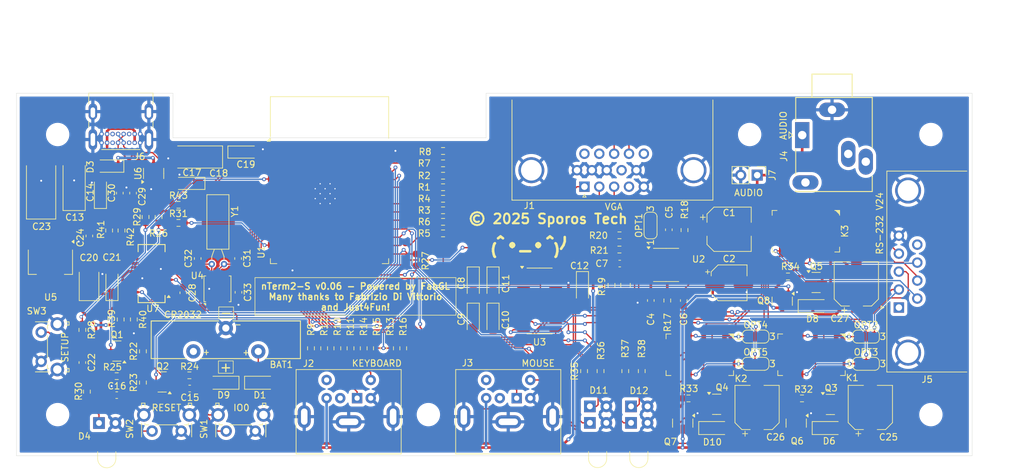
<source format=kicad_pcb>
(kicad_pcb (version 20241229) (generator "pcbnew") (generator_version "9.0")
  (title_block (title "nTerm2-s") (date "2025-06-05") (rev "0.08") (company "Sporos Tech ₍^•_•^₎ﾉ") (comment 1 "Peter de Vroomen") (comment 2 "© 2025 Sporos Tech ₍^•_•^₎ﾉ"))
  (layers (0 "F.Cu" signal) (2 "B.Cu" signal) (13 "F.Paste" user) (15 "B.Paste" user) (5 "F.SilkS" user "F.Silkscreen") (7 "B.SilkS" user "B.Silkscreen") (1 "F.Mask" user) (3 "B.Mask" user) (25 "Edge.Cuts" user))
  (net 0 "")
  (net 1 "Net-(C1-Pad1)")
  (net 2 "+5V")
  (net 3 "GND")
  (net 4 "Net-(C3-Pad1)")
  (net 5 "Net-(C4-Pad1)")
  (net 6 "Net-(C5-Pad2)")
  (net 7 "Net-(C5-Pad1)")
  (net 8 "Net-(U2-BYPASS)")
  (net 9 "Net-(U3-C1+)")
  (net 10 "Net-(U3-C1-)")
  (net 11 "Net-(U3-C2-)")
  (net 12 "Net-(U3-C2+)")
  (net 13 "Net-(U3-V-)")
  (net 14 "Net-(U3-V+)")
  (net 15 "+3V3")
  (net 16 "Net-(C15-Pad1)")
  (net 17 "Net-(C16-Pad1)")
  (net 18 "EN")
  (net 19 "Net-(J6-D--PadA7)")
  (net 20 "RX_TX_REV_RLY_+")
  (net 21 "RTS_CTS_REV_RLY_+")
  (net 22 "RTS_OR_DTR_RLY_+")
  (net 24 "Net-(D3-A)")
  (net 25 "Net-(D4-A)")
  (net 26 "REVERSE_RX_TX")
  (net 27 "RX_TX_REV_RLY_-")
  (net 28 "RTS_CTS_OR_DTR_DSR")
  (net 29 "RTS_OR_DTR_RLY_-")
  (net 30 "REVERSE_RTS_CTS_DTR_DSR")
  (net 31 "RTS_CTS_REV_RLY_-")
  (net 32 "Net-(J1-Pad1)")
  (net 34 "Net-(J1-Pad13)")
  (net 36 "Net-(J1-Pad2)")
  (net 39 "Net-(J1-Pad14)")
  (net 40 "Net-(J1-Pad3)")
  (net 42 "Net-(J2-Pad5)")
  (net 43 "Net-(J2-Pad1)")
  (net 46 "Net-(J3-Pad1)")
  (net 47 "Net-(J3-Pad5)")
  (net 51 "/_DSR")
  (net 53 "/_RTS")
  (net 54 "/_RXD")
  (net 55 "/_CTS")
  (net 56 "/_TXD")
  (net 57 "/_DTR")
  (net 59 "/TxD")
  (net 60 "/RxD")
  (net 61 "/_RTS_DTR")
  (net 62 "/_CTS_DSR")
  (net 63 "/CTS")
  (net 64 "/RTS")
  (net 65 "Net-(Q1-B)")
  (net 66 "Net-(Q1-E)")
  (net 67 "Net-(Q2-B)")
  (net 68 "Net-(Q2-E)")
  (net 69 "IO0")
  (net 70 "VGA_RED_0")
  (net 71 "VGA_RED_1")
  (net 72 "VGA_GRN_0")
  (net 73 "VGA_GRN_1")
  (net 74 "VGA_BLU_0")
  (net 75 "VGA_BLU_1")
  (net 76 "VGA_HSYNC")
  (net 77 "VGA_VSYNC")
  (net 78 "KBCLK")
  (net 79 "KBDAT")
  (net 80 "MSCLK")
  (net 81 "MSDAT")
  (net 82 "AUDIO_PWM")
  (net 83 "Net-(U4-X1)")
  (net 84 "Net-(U7-3V3OUT)")
  (net 85 "Net-(U4-X2)")
  (net 86 "TXD_2")
  (net 87 "Net-(D1-K)")
  (net 88 "RXD_2")
  (net 89 "RXD_0")
  (net 90 "Net-(U1-IO39{slash}SENSVN)")
  (net 91 "ONE-WIRE")
  (net 92 "RTS_2")
  (net 97 "CTS_2")
  (net 98 "TXD_0")
  (net 100 "Net-(C29-Pad1)")
  (net 101 "Net-(C30-Pad1)")
  (net 102 "/VBUS_SENSE")
  (net 103 "Net-(U7-USBDM)")
  (net 104 "Net-(U7-USBDP)")
  (net 112 "Net-(D11-A1)")
  (net 113 "Net-(D11-A2)")
  (net 114 "Net-(D12-A2)")
  (net 115 "Net-(D12-A1)")
  (net 120 "Net-(Q3-C)")
  (net 121 "Net-(Q4-C)")
  (net 122 "Net-(Q5-C)")
  (net 124 "Net-(J6-D+-PadA6)")
  (net 125 "Net-(C22-Pad1)")
  (net 126 "Net-(J7-Pin_1)")
  (net 130 "~{INT}")
  (net 132 "Net-(D1-A)")
  (net 133 "Net-(OPT1-C)")
  (net 134 "Net-(OPT2-A)")
  (net 135 "Net-(OPT3-A)")
  (net 136 "Net-(OPT4-A)")
  (net 137 "Net-(OPT5-A)")
  (net 138 "Net-(OPT1-A)")
  (footprint "nTerm2-S:R_0603_1608Metric_Pad0.98x0.95mm_HandSolder" (layer "F.Cu") (at 84.266 108.441 -90)
    (property "Reference" "R28")
    (property "Value" "470")
  )
  (footprint "nTerm2-S:MountingHole_3.2mm_M3" (layer "F.Cu") (at 215.076 121.4985)
    (property "Reference" "H4" (hide yes))
    (property "Value" "MountingHole")
  )
  (footprint "nTerm2-S:R_0603_1608Metric_Pad0.98x0.95mm_HandSolder" (layer "F.Cu") (at 139.8685 84.6685)
    (property "Reference" "R2")
    (property "Value" "390")
  )
  (footprint "nTerm2-S:R_0603_1608Metric_Pad0.98x0.95mm_HandSolder" (layer "F.Cu") (at 96.012 91.0355 -90)
    (property "Reference" "R26")
    (property "Value" "12K")
  )
  (footprint "nTerm2-S:R_0603_1608Metric_Pad0.98x0.95mm_HandSolder" (layer "F.Cu") (at 177.705 118.999)
    (property "Reference" "R33")
    (property "Value" "2K2")
  )
  (footprint "nTerm2-S:R_0603_1608Metric_Pad0.98x0.95mm_HandSolder" (layer "F.Cu") (at 88.392 93.1145 -90)
    (property "Reference" "R41")
    (property "Value" "27")
  )
  (footprint "nTerm2-S:MountingHole_3.2mm_M3" (layer "F.Cu") (at 80.456 78.3185)
    (property "Reference" "H1" (hide yes))
    (property "Value" "MountingHole" (hide yes))
  )
  (footprint "nTerm2-S:SolderJumper-3_P1.3mm_Open_RoundedPad1.0x1.5mm_NumberLabels" (layer "F.Cu") (at 171.8564 92.3441 90)
    (property "Reference" "OPT1")
    (property "Value" "Bypass")
  )
  (footprint "nTerm2-S:TSOC-6_3.76x3.94mm_P1.27mm" (layer "F.Cu") (at 105.09 102.107 90)
    (property "Reference" "U4")
    (property "Value" "DS2417")
  )
  (footprint "nTerm2-S:R_0603_1608Metric_Pad0.98x0.95mm_HandSolder" (layer "F.Cu") (at 177.0888 93.0534 -90)
    (property "Reference" "R18")
    (property "Value" "10K")
  )
  (footprint "nTerm2-S:D_SOD-123" (layer "F.Cu") (at 181.642 123.571)
    (property "Reference" "D10")
    (property "Value" "BAT43W-V")
  )
  (footprint "nTerm2-S:Relay_DPDT_AXICOM_IMSeries_Gullwing" (layer "F.Cu") (at 196.671 112.2685 -90)
    (property "Reference" "K1")
    (property "Value" "IM41 3V")
  )
  (footprint "nTerm2-S:SW_Tactile_SPST_Angled_PTS645Vx58-2LFS-alt" (layer "F.Cu") (at 99.506 124.0385 180)
    (property "Reference" "SW2")
    (property "Value" "RESET")
  )
  (footprint "nTerm2-S:PinHeader_1x02_P2.54mm_Vertical" (layer "F.Cu") (at 188.2952 84.582 -90)
    (property "Reference" "J7")
    (property "Value" "Line-out/Speaker")
  )
  (footprint "nTerm2-S:R_0603_1608Metric_Pad0.98x0.95mm_HandSolder" (layer "F.Cu") (at 174.436 103.9095 -90)
    (property "Reference" "R17")
    (property "Value" "10")
  )
  (footprint "nTerm2-S:ESP32-WROOM-32" (layer "F.Cu") (at 122.366 88.3465)
    (property "Reference" "U1")
    (property "Value" "ESP32-WROOM-32")
  )
  (footprint "nTerm2-S:R_0603_1608Metric_Pad0.98x0.95mm_HandSolder" (layer "F.Cu") (at 127.635 111.2755 90)
    (property "Reference" "R14")
    (property "Value" "2K2")
  )
  (footprint "nTerm2-S:SW_Tactile_SPST_Angled_PTS645Vx58-2LFS-alt" (layer "F.Cu") (at 110.936 124.0385 180)
    (property "Reference" "SW1")
    (property "Value" "IO0")
  )
  (footprint "nTerm2-S:R_0603_1608Metric_Pad0.98x0.95mm_HandSolder" (layer "F.Cu") (at 193.041 100.203)
    (property "Reference" "R34")
    (property "Value" "2K2")
  )
  (footprint "nTerm2-S:C_0603_1608Metric_Pad1.08x0.95mm_HandSolder" (layer "F.Cu") (at 176.976 103.9095 -90)
    (property "Reference" "C6")
    (property "Value" "100n")
  )
  (footprint "nTerm2-S:Connector_Mini-DIN_Female_6Pin_2rows" (layer "F.Cu") (at 126.616 118.9585)
    (property "Reference" "J2")
    (property "Value" "Keyboard")
  )
  (footprint "nTerm2-S:CP_Elec_6.3x7.7" (layer "F.Cu") (at 205.74 120.396 90)
    (property "Reference" "C25")
    (property "Value" "470u")
  )
  (footprint "nTerm2-S:R_0603_1608Metric_Pad0.98x0.95mm_HandSolder" (layer "F.Cu") (at 139.8685 88.2245)
    (property "Reference" "R4")
    (property "Value" "390")
  )
  (footprint "nTerm2-S:C_0603_1608Metric_Pad1.08x0.95mm_HandSolder" (layer "F.Cu") (at 90.043 87.3495 90)
    (property "Reference" "C30")
    (property "Value" "47p")
  )
  (footprint "nTerm2-S:R_0603_1608Metric_Pad0.98x0.95mm_HandSolder" (layer "F.Cu") (at 195.2 118.999)
    (property "Reference" "R32")
    (property "Value" "2K2")
  )
  (footprint "nTerm2-S:C_0603_1608Metric_Pad1.08x0.95mm_HandSolder" (layer "F.Cu") (at 92.075 87.3495 90)
    (property "Reference" "C29")
    (property "Value" "47p")
  )
  (footprint "nTerm2-S:CP_Elec_6.3x7.7" (layer "F.Cu") (at 188.279 120.396 90)
    (property "Reference" "C26")
    (property "Value" "470u")
  )
  (footprint "nTerm2-S:DIALIGHT_LED_3MM_DOUBLE" (layer "F.Cu") (at 162.498 120.2285)
    (property "Reference" "D11")
    (property "Value" "LED_Dual_AKAK")
  )
  (footprint "nTerm2-S:R_0603_1608Metric_Pad0.98x0.95mm_HandSolder" (layer "F.Cu") (at 170.499 114.791 -90)
    (property "Reference" "R38")
    (property "Value" "2K")
  )
  (footprint "nTerm2-S:SOIC-8_3.9x4.9mm_P1.27mm" (layer "F.Cu") (at 174.253499 98.425)
    (property "Reference" "U2")
    (property "Value" "LM386")
  )
  (footprint "nTerm2-S:R_0603_1608Metric_Pad0.98x0.95mm_HandSolder" (layer "F.Cu") (at 139.8685 80.8585 180)
    (property "Reference" "R8")
    (property "Value" "220")
  )
  (footprint "nTerm2-S:C_0603_1608Metric_Pad1.08x0.95mm_HandSolder" (layer "F.Cu") (at 85.344 93.9557 -90)
    (property "Reference" "C24")
    (property "Value" "1n")
  )
  (footprint "nTerm2-S:R_0603_1608Metric_Pad0.98x0.95mm_HandSolder" (layer "F.Cu") (at 121.539 111.2755 90)
    (property "Reference" "R12")
    (property "Value" "120")
  )
  (footprint "nTerm2-S:CP_EIA-3216-18_Kemet-A_Pad1.58x1.35mm_HandSolder" (layer "F.Cu") (at 147.574 106.807 -90)
    (property "Reference" "C10")
    (property "Value" "0.1u")
  )
  (footprint "nTerm2-S:SolderJumper-3_P1.3mm_Open_RoundedPad1.0x1.5mm_NumberLabels" (layer "F.Cu") (at 205.075 113.665)
    (property "Reference" "OPT3")
    (property "Value" "Bypass")
  )
  (footprint "nTerm2-S:R_0603_1608Metric_Pad0.98x0.95mm_HandSolder" (layer "F.Cu") (at 92.202 106.8305 90)
    (property "Reference" "R40")
    (property "Value" "10K")
  )
  (footprint "nTerm2-S:CP_EIA-3216-18_Kemet-A_Pad1.58x1.35mm_HandSolder" (layer "F.Cu") (at 87.0458 87.2339 90)
    (property "Reference" "C14")
    (property "Value" "0.1u/25v")
  )
  (footprint "nTerm2-S:DIALIGHT_LED_3MM_DOUBLE" (layer "F.Cu") (at 168.848 120.2285)
    (property "Reference" "D12")
    (property "Value" "LED_Dual_AKAK")
  )
  (footprint "nTerm2-S:R_0603_1608Metric_Pad0.98x0.95mm_HandSolder" (layer "F.Cu") (at 94.0035 91.0355 -90)
    (property "Reference" "R29")
    (property "Value" "12K")
  )
  (footprint "nTerm2-S:SolderJumper-3_P1.3mm_Open_RoundedPad1.0x1.5mm_NumberLabels" (layer "F.Cu") (at 205.075 109.474)
    (property "Reference" "OPT2")
    (property "Value" "Bypass")
  )
  (footprint "nTerm2-S:Connector_Mini-DIN_Female_6Pin_2rows" (layer "F.Cu") (at 151.217 118.9585)
    (property "Reference" "J3")
    (property "Value" "Mouse")
  )
  (footprint "nTerm2-S:C_0603_1608Metric_Pad1.08x0.95mm_HandSolder" (layer "F.Cu") (at 89.5615 118.491 180)
    (property "Reference" "C16")
    (property "Value" "1n")
  )
  (footprint "nTerm2-S:D_SOD-123" (layer "F.Cu") (at 106.044 116.586 180)
    (property "Reference" "D9")
    (property "Value" "BAT43W-V")
  )
  (footprint "nTerm2-S:SOT-223-3_TabPin2" (layer "F.Cu") (at 79.3375 97.9678 -90)
    (property "Reference" "U5")
    (property "Value" "NCP1117-3.3_SOT223")
  )
  (footprint "nTerm2-S:CP_EIA-6032-28_Kemet-C_Pad2.25x2.35mm_HandSolder" (layer "F.Cu") (at 101.94805 81.788 180)
    (property "Reference" "C18")
    (property "Value" "100u")
  )
  (footprint "nTerm2-S:R_0603_1608Metric_Pad0.98x0.95mm_HandSolder" (layer "F.Cu") (at 89.5585 115.57)
    (property "Reference" "R25")
    (property "Value" "470")
  )
  (footprint "nTerm2-S:C_0603_1608Metric_Pad1.08x0.95mm_HandSolder" (layer "F.Cu") (at 108.265 97.4355 90)
    (property "Reference" "C31")
    (property "Value" "10p")
  )
  (footprint "nTerm2-S:R_0603_1608Metric_Pad0.98x0.95mm_HandSolder" (layer "F.Cu") (at 167.0555 96.0525)
    (property "Reference" "R20")
    (property "Value" "150")
  )
  (footprint "nTerm2-S:SOIC-16_3.9x9.9mm_P1.27mm" (layer "F.Cu") (at 154.751 103.9725)
    (property "Reference" "U3")
    (property "Value" "MAX3232E")
  )
  (footprint "nTerm2-S:MountingHole_3.2mm_M3" (layer "F.Cu") (at 80.456 121.4985)
    (property "Reference" "H3" (hide yes))
    (property "Value" "MountingHole")
  )
  (footprint "nTerm2-S:R_0603_1608Metric_Pad0.98x0.95mm_HandSolder" (layer "F.Cu") (at 90.297 93.1145 -90)
    (property "Reference" "R42")
    (property "Value" "27")
  )
  (footprint "nTerm2-S:SolderJumper-3_P1.3mm_Open_RoundedPad1.0x1.5mm_NumberLabels" (layer "F.Cu") (at 188.057 113.665)
    (property "Reference" "OPT5")
    (property "Value" "Bypass")
  )
  (footprint "nTerm2-S:MountingHole_3.2mm_M3" (layer "F.Cu") (at 137.606 121.4985)
    (property "Reference" "H6" (hide yes))
    (property "Value" "MountingHole")
  )
  (footprint "nTerm2-S:CP_EIA-7343-30_AVX-N_Pad2.25x2.55mm_HandSolder" (layer "F.Cu") (at 77.9018 86.7668 90)
    (property "Reference" "C23")
    (property "Value" "100u/25V")
  )
  (footprint "nTerm2-S:CP_EIA-3216-18_Kemet-A_Pad1.58x1.35mm_HandSolder" (layer "F.Cu") (at 144.526 106.807 -90)
    (property "Reference" "C9")
    (property "Value" "0.1u")
  )
  (footprint "nTerm2-S:SOT-23" (layer "F.Cu") (at 197.3755 101.133)
    (property "Reference" "Q5")
    (property "Value" "BC817")
  )
  (footprint "nTerm2-S:C_0603_1608Metric_Pad1.08x0.95mm_HandSolder" (layer "F.Cu") (at 100.8115 117.475)
    (property "Reference" "C15")
    (property "Value" "1n")
  )
  (footprint "nTerm2-S:Relay_DPDT_AXICOM_IMSeries_Gullwing" (layer "F.Cu") (at 179.4505 112.2685 -90)
    (property "Reference" "K2")
    (property "Value" "IM41 3V")
  )
  (footprint "nTerm2-S:CP_EIA-3216-18_Kemet-A_Pad1.58x1.35mm_HandSolder" (layer "F.Cu") (at 88.8238 101.4373 90)
    (property "Reference" "C21")
    (property "Value" "0.1u")
  )
  (footprint "nTerm2-S:SOT-23" (layer "F.Cu") (at 194.311 122.809 -90)
    (property "Reference" "Q6")
    (property "Value" "BC817")
  )
  (footprint "nTerm2-S:SOT-23" (layer "F.Cu") (at 96.5685 116.459 180)
    (property "Reference" "Q2")
    (property "Value" "BC817")
  )
  (footprint "nTerm2-S:USB_C_Receptacle_Molex_213716-0001" (layer "F.Cu") (at 93.176 79.5885 180)
    (property "Reference" "J6")
    (property "Value" "USB_C_Receptacle_USB2.0_16P")
  )
  (footprint "nTerm2-S:R_0603_1608Metric_Pad0.98x0.95mm_HandSolder" (layer "F.Cu") (at 99.0835 91.948)
    (property "Reference" "R31")
    (property "Value" "4K7")
  )
  (footprint "nTerm2-S:SOT-23" (layer "F.Cu") (at 176.816 122.809 -90)
    (property "Reference" "Q7")
    (property "Value" "BC817")
  )
  (footprint "nTerm2-S:CP_EIA-3216-18_Kemet-A_Pad1.58x1.35mm_HandSolder" (layer "F.Cu") (at 161.355 101.9405 -90)
    (property "Reference" "C12")
    (property "Value" "0.1u")
  )
  (footprint "nTerm2-S:C_0603_1608Metric_Pad1.08x0.95mm_HandSolder" (layer "F.Cu") (at 108.331 102.6425 -90)
    (property "Reference" "C33")
    (property "Value" "100n")
  )
  (footprint "nTerm2-S:SolderJumper-3_P1.3mm_Open_RoundedPad1.0x1.5mm_NumberLabels" (layer "F.Cu") (at 188.057 109.474)
    (property "Reference" "OPT4")
    (property "Value" "Bypass")
  )
  (footprint "nTerm2-S:CP_EIA-3528-21_Kemet-B_Pad1.50x2.35mm_HandSolder" (layer "F.Cu") (at 85.2932 101.2946 90)
    (property "Reference" "C20")
    (property "Value" "10u")
  )
  (footprint "nTerm2-S:SW_Tactile_SPST_Angled_PTS645Vx58-2LFS-alt" (layer "F.Cu") (at 77.916 113.2985 90)
    (property "Reference" "SW3")
    (property "Value" "DEFAULTS")
  )
  (footprint "nTerm2-S:R_0603_1608Metric_Pad0.98x0.95mm_HandSolder" (layer "F.Cu") (at 90.17 106.8305 -90)
    (property "Reference" "R39")
    (property "Value" "4.7K")
  )
  (footprint "nTerm2-S:C_0603_1608Metric_Pad1.08x0.95mm_HandSolder" (layer "F.Cu") (at 174.6758 93.0034 90)
    (property "Reference" "C5")
    (property "Value" "2.2n")
  )
  (footprint "nTerm2-S:R_0603_1608Metric_Pad0.98x0.95mm_HandSolder" (layer "F.Cu") (at 139.8685 93.5585)
    (property "Reference" "R5")
    (property "Value" "820")
  )
  (footprint "nTerm2-S:TE Connectivity CR2032 V" (layer "F.Cu") (at 106.379 108.16)
    (property "Reference" "BAT1")
    (property "Value" "CR2032")
  )
  (footprint "nTerm2-S:DIALIGHT_LED_3MM_SINGLE" (layer "F.Cu") (at 86.82475 122.796)
    (property "Reference" "D4")
    (property "Value" "LED")
  )
  (footprint "nTerm2-S:SOT-23-6" (layer "F.Cu") (at 95.25 84.3225 90)
    (property "Reference" "U6")
    (property "Value" "USBLC6-2SC6")
  )
  (footprint "nTerm2-S:DSUB-9_Pins_Horizontal_P2.77x2.84mm_EdgePinOffset7.70mm_Housed_MountingHolesOffset9.12mm" (layer "F.Cu") (at 210.139 104.9885 90)
    (property "Reference" "J5")
    (property "Value" "RS-232 V.24")
  )
  (footprint "nTerm2-S:CP_Elec_5x5.4" (layer "F.Cu") (at 183.967499 101.1785)
    (property "Reference" "C2")
    (property "Value" "100u")
  )
  (footprint "nTerm2-S:R_0603_1608Metric_Pad0.98x0.95mm_HandSolder" (layer "F.Cu") (at 139.8685 90.0025)
    (property "Reference" "R3")
    (property "Value" "820")
  )
  (footprint "nTerm2-S:CP_Elec_6.3x7.7" (layer "F.Cu") (at 183.967499 92.9235)
    (property "Reference" "C1")
    (property "Value" "220u")
  )
  (footprint "nTerm2-S:CP_EIA-3216-18_Kemet-A_Pad1.58x1.35mm_HandSolder" (layer "F.Cu") (at 144.526 101.219 -90)
    (property "Reference" "C8")
    (property "Value" "0.1u")
  )
  (footprint "nTerm2-S:MountingHole_3.2mm_M3" (layer "F.Cu") (at 215.076 78.3185)
    (property "Reference" "H2" (hide yes))
    (property "Value" "MountingHole")
  )
  (footprint "nTerm2-S:DSUB-15-HD AssMann HD 15FW" (layer "F.Cu") (at 161.663 85.24 180)
    (property "Reference" "J1")
    (property "Value" "VGA")
  )
  (footprint "nTerm2-S:R_0603_1608Metric_Pad0.98x0.95mm_HandSolder" (layer "F.Cu") (at 167.065 93.857185 180)
    (property "Reference" "R21")
    (property "Value" "270")
  )
  (footprint "nTerm2-S:R_0603_1608Metric_Pad0.98x0.95mm_HandSolder" (layer "F.Cu") (at 167.959 114.791 -90)
    (property "Reference" "R37")
    (property "Value" "2K")
  )
  (footprint "nTerm2-S:R_0603_1608Metric_Pad0.98x0.95mm_HandSolder" (layer "F.Cu") (at 164.149 114.791 -90)
    (property "Reference" "R36")
    (property "Value" "2K")
  )
  (footprint "nTerm2-S:R_0603_1608Metric_Pad0.98x0.95mm_HandSolder" (layer "F.Cu") (at 93.599 111.7365 90)
    (property "Reference" "R22")
    (property "Value" "10K")
  )
  (footprint "nTerm2-S:CP_Elec_6.3x7.7" (layer "F.Cu") (at 203.581 101.346 90)
    (property "Reference" "C27")
    (property "Value" "470u")
  )
  (footprint "nTerm2-S:R_0603_1608Metric_Pad0.98x0.95mm_HandSolder" (layer "F.Cu") (at 129.667 111.2755 90)
    (property "Reference" "R15")
    (property "Value" "120")
  )
  (footprint "nTerm2-S:C_0603_1608Metric_Pad1.08x0.95mm_HandSolder" (layer "F.Cu") (at 167.1055 98.2115)
    (property "Reference" "C7")
    (property "Value" "100n")
  )
  (footprint "nTerm2-S:R_0603_1608Metric_Pad0.98x0.95mm_HandSolder" (layer "F.Cu") (at 119.507 111.2755 90)
    (property "Reference" "R9")
    (property "Value" "2K2")
  )
  (footprint "nTerm2-S:Relay_DPDT_AXICOM_IMSeries_Gullwing" (layer "F.Cu") (at 195.80475 93.2255 -90)
    (property "Reference" "K3")
    (property "Value" "IM41 3V")
  )
  (footprint "nTerm2-S:C_0603_1608Metric_Pad1.08x0.95mm_HandSolder" (layer "F.Cu") (at 99.822 102.7165 90)
    (property "Reference" "C28")
    (property "Value" "100n")
  )
  (footprint "nTerm2-S:CP_EIA-3216-18_Kemet-A_Pad1.58x1.35mm_HandSolder" (layer "F.Cu") (at 147.574 101.219 -90)
    (property "Reference" "C11")
    (property "Value" "0.1u")
  )
  (footprint "nTerm2-S:D_SOD-123" (layer "F.Cu") (at 199.137 123.571)
    (property "Reference" "D6")
    (property "Value" "BAT43W-V")
  )
  (footprint "nTerm2-S:C_0805_2012Metric_Pad1.18x1.45mm_HandSolder" (layer "F.Cu") (at 167.9945 101.5135 -90)
    (property "Reference" "C3" (hide yes))
    (property "Value" "10u")
  )
  (footprint "nTerm2-S:R_0603_1608Metric_Pad0.98x0.95mm_HandSolder" (layer "F.Cu") (at 131.699 111.2755 90)
    (property "Reference" "R13")
    (property "Value" "2K2")
  )
  (footprint "nTerm2-S:CP_EIA-3216-18_Kemet-A_Pad1.58x1.35mm_HandSolder" (layer "F.Cu") (at 109.1795 81.026)
    (property "Reference" "C19")
    (property "Value" "0.1u")
  )
  (footprint "nTerm2-S:Jack_3.5mm_Ledino_KB3SPRS_Horizontal-alt" (layer "F.Cu") (at 195.236 78.4085 -90)
    (property "Reference" "J4")
    (property "Value" "Line-out/Speaker")
  )
  (footprint "nTerm2-S:SOT-23" (layer "F.Cu") (at 89.5835 111.699 180)
    (property "Reference" "Q1")
    (property "Value" "BC817")
  )
  (footprint "nTerm2-S:C_0603_1608Metric_Pad1.08x0.95mm_HandSolder" (layer "F.Cu") (at 171.896 103.9095 90)
    (property "Reference" "C4")
    (property "Value" "47n")
  )
  (footprint "nTerm2-S:Crystal_C38-LF_D3.0mm_L8.0mm_Horizontal" (layer "F.Cu") (at 106.106 98.298 180)
    (property "Reference" "Y1")
    (property "Value" "32.768MHz")
  )
  (footprint "nTerm2-S:CP_EIA-6032-28_Kemet-C_Pad2.25x2.35mm_HandSolder" (layer "F.Cu") (at 82.996 86.106 90)
    (property "Reference" "C13")
    (property "Value" "10u/25v")
  )
  (footprint "nTerm2-S:SSOP-20_3.9x8.7mm_P0.635mm" (layer "F.Cu") (at 94.936 99.7585 180)
    (property "Reference" "U7")
    (property "Value" "FT231XS")
  )
  (footprint "nTerm2-S:C_0603_1608Metric_Pad1.08x0.95mm_HandSolder" (layer "F.Cu") (at 84.266 113.471 -90)
    (property "Reference" "C22")
    (property "Value" "1n")
  )
  (footprint "nTerm2-S:SOT-23" (layer "F.Cu") (at 199.583 119.9335)
    (property "Reference" "Q3")
    (property "Value" "BC817")
  )
  (footprint "nTerm2-S:R_0603_1608Metric_Pad0.98x0.95mm_HandSolder" (layer "F.Cu") (at 93.599 116.5625 90)
    (property "Reference" "R23")
    (property "Value" "10K")
  )
  (footprint "nTerm2-S:R_0603_1608Metric_Pad0.98x0.95mm_HandSolder" (layer "F.Cu") (at 139.8685 91.7805)
    (property "Reference" "R6")
    (property "Value" "390")
  )
  (footprint "nTerm2-S:R_0603_1608Metric_Pad0.98x0.95mm_HandSolder" (layer "F.Cu") (at 99.0835 89.154)
    (property "Reference" "R43")
    (property "Value" "4K7")
  )
  (footprint "nTerm2-S:R_0603_1608Metric_Pad0.98x0.95mm_HandSolder" (layer "F.Cu") (at 135.701 97.646 90)
    (property "Reference" "R27")
    (property "Value" "5K")
  )
  (footprint "nTerm2-S:R_0603_1608Metric_Pad0.98x0.95mm_HandSolder" (layer "F.Cu") (at 161.609 114.791 -90)
    (property "Reference" "R35")
    (property "Value" "2K")
  )
  (footprint "nTerm2-S:R_0603_1608Metric_Pad0.98x0.95mm_HandSolder" (layer "F.Cu") (at 133.731 111.2755 90)
    (property "Reference" "R16")
    (property "Value" "120")
  )
  (footprint "nTerm2-S:R_0603_1608Metric_Pad0.98x0.95mm_HandSolder" (layer "F.Cu") (at 123.571 111.2755 90)
    (property "Reference" "R10")
    (property "Value" "2K2")
  )
  (footprint "nTerm2-S:R_0603_1608Metric_Pad0.98x0.95mm_HandSolder" (layer "F.Cu") (at 139.8685 82.7635 180)
    (property "Reference" "R7")
    (property "Value" "220")
  )
  (footprint "nTerm2-S:Nexperia_CFP3_SOD-123W" (layer "F.Cu") (at 88.395 83.185 180)
    (property "Reference" "D3")
    (property "Value" "1N5819")
  )
  (footprint "nTerm2-S:R_0603_1608Metric_Pad0.98x0.95mm_HandSolder" (layer "F.Cu") (at 139.8685 86.4465)
    (property "Reference" "R1")
    (property "Value" "820")
  )
  (footprint "nTerm2-S:R_0603_1608Metric_Pad0.98x0.95mm_HandSolder" (layer "F.Cu") (at 84.963 117.9595 -90)
    (property "Reference" "R30")
    (property "Value" "2K")
  )
  (footprint "nTerm2-S:R_0603_1608Metric_Pad0.98x0.95mm_HandSolder" (layer "F.Cu") (at 165.8355 101.5135 -90)
    (property "Reference" "R19")
    (property "Value" "10K")
  )
  (footprint "nTerm2-S:CP_EIA-3216-18_Kemet-A_Pad1.58x1.35mm_HandSolder" (layer "F.Cu") (at 100.6705 85.852 180)
    (property "Reference" "C17")
    (property "Value" "1u")
  )
  (footprint "nTerm2-S:C_0603_1608Metric_Pad1.08x0.95mm_HandSolder" (layer "F.Cu") (at 102.042 97.4355 90)
    (property "Reference" "C32")
    (property "Value" "10p")
  )
  (footprint "nTerm2-S:SOT-23" (layer "F.Cu") (at 192.152 104.013 -90)
    (property "Reference" "Q8")
    (property "Value" "BC817")
  )
  (footprint "nTerm2-S:MountingHole_3.2mm_M3" (layer "F.Cu") (at 187.136 78.3185)
    (property "Reference" "H5" (hide yes))
    (property "Value" "MountingHole")
  )
  (footprint "nTerm2-S:R_0603_1608Metric_Pad0.98x0.95mm_HandSolder" (layer "F.Cu") (at 100.7615 115.443)
    (property "Reference" "R24")
    (property "Value" "470")
  )
  (footprint "nTerm2-S:D_SOD-123" (layer "F.Cu") (at 196.978 104.775)
    (property "Reference" "D8")
    (property "Value" "BAT43W-V")
  )
  (footprint "nTerm2-S:R_0603_1608Metric_Pad0.98x0.95mm_HandSolder" (layer "F.Cu") (at 125.603 111.2755 90)
    (property "Reference" "R11")
    (property "Value" "120")
  )
  (footprint "nTerm2-S:D_SOD-123" (layer "F.Cu") (at 111.634 116.586)
    (property "Reference" "D1")
    (property "Value" "BAT43W-V")
  )
  (footprint "nTerm2-S:SOT-23" (layer "F.Cu") (at 182.0395 119.9085)
    (property "Reference" "Q4")
    (property "Value" "BC817")
  )
  (gr_line (start 88.646 110.744) (end 88.646 111.76) (stroke (width 0.2)) (layer "F.Cu") (net 18))
  (gr_line (start 90.17 105.918) (end 92.202 105.918) (stroke (width 0.2)) (layer "F.Cu") (net 102))
  (gr_line (start 91.186 104.394) (end 91.186 105.918) (stroke (width 0.2)) (layer "F.Cu") (net 102))
  (gr_line (start 87.884 107.696) (end 90.17 107.696) (stroke (width 0.4)) (layer "F.Cu") (net 2))
  (gr_line (start 98.236 71.9685) (end 74.106 71.9685) (stroke (width 0.05)) (layer "Edge.Cuts"))
  (gr_line (start 146.496 78.8265) (end 146.496 71.9685) (stroke (width 0.05)) (layer "Edge.Cuts"))
  (gr_line (start 146.496 71.9685) (end 221.426 71.9685) (stroke (width 0.05)) (layer "Edge.Cuts"))
  (gr_line (start 74.106 127.8485) (end 74.106 71.9685) (stroke (width 0.05)) (layer "Edge.Cuts"))
  (gr_line (start 98.231795 78.8265) (end 112.587 78.8265) (stroke (width 0.05)) (layer "Edge.Cuts"))
  (gr_line (start 221.426 127.8485) (end 74.106 127.8485) (stroke (width 0.05)) (layer "Edge.Cuts"))
  (gr_line (start 98.236 71.9685) (end 98.231795 78.8265) (stroke (width 0.05)) (layer "Edge.Cuts"))
  (gr_line (start 221.426 71.9685) (end 221.426 127.8485) (stroke (width 0.05)) (layer "Edge.Cuts"))
  (gr_line (start 112.587 78.8265) (end 146.496 78.8265) (stroke (width 0.05)) (layer "Edge.Cuts"))
  (gr_text "IO0" (at 107.442 121.031 0) (layer "F.SilkS") (effects (font (size 1 1)) (justify left bottom)))
  (gr_text "© 2025 Sporos Tech" (at 143.637 92.202 0) (layer "F.SilkS") (effects (font (size 1.5 1.5) (thickness 0.3) (bold yes)) (justify left bottom)))
  (gr_text "MOUSE" (at 151.892 114.173 0) (layer "F.SilkS") (effects (font (size 1 1)) (justify left bottom)))
  (gr_text "AUDIO" (at 184.658 87.884 0) (layer "F.SilkS") (effects (font (size 1 1)) (justify left bottom)))
  (gr_text "AUDIO" (at 192.913 79.248 90) (layer "F.SilkS") (effects (font (size 1 1)) (justify left bottom)))
  (gr_text "SETUP" (at 82.169 113.538 90) (layer "F.SilkS") (effects (font (size 1 1)) (justify left bottom)))
  (gr_text "CR2032" (at 96.774 106.68 0) (layer "F.SilkS") (effects (font (size 1 1)) (justify left bottom)))
  (gr_text "₍^•_•^₎ﾉ" (at 146.939 96.393 0) (layer "F.SilkS") (effects (font (size 2 2) (thickness 0.4) (bold yes)) (justify left bottom)))
  (gr_text "VGA" (at 164.719 90.043 0) (layer "F.SilkS") (effects (font (size 1 1)) (justify left bottom)))
  (gr_text "RESET" (at 94.869 121.031 0) (layer "F.SilkS") (effects (font (size 1 1)) (justify left bottom)))
  (gr_text "RS-232 V24" (at 207.772 96.901 90) (layer "F.SilkS") (effects (font (size 1 1)) (justify left bottom)))
  (gr_text "KEYBOARD" (at 125.73 114.173 0) (layer "F.SilkS") (effects (font (size 1 1)) (justify left bottom)))
  (gr_text_box "nTerm2-S v0.06 - Powered by FabGL\nMany thanks to Fabrizio Di Vittorio\nand Just4Fun!" (start 110.871 100.3808) (end 141.859 106.172) (margins 0.8 0.8 0.8 0.8) (layer "F.SilkS") (effects (font (size 1 1) (thickness 0.2) (bold yes)) (justify top)) (border yes) (stroke (width 0.1)))
  (gr_text_box "+" (start 105.236 113.2205) (end 107.522 115.1255) (margins 1.0025 1.0025 1.0025 1.0025) (layer "F.SilkS") (effects (font (size 1.5 1.5) (thickness 0.2))) (border yes) (stroke (width 0.1)))
  (gr_text_box "-" (start 105.283 104.902) (end 107.569 106.68) (margins 1.0025 1.0025 1.0025 1.0025) (layer "F.SilkS") (effects (font (size 1.5 1.5) (thickness 0.2))) (border yes) (stroke (width 0.1)))
  (segment (start 175.8442 95.3921) (end 176.5554 95.3921) (width 0.4) (layer "F.Cu") (net 1))
  (segment (start 176.728499 100.33) (end 174.436 100.33) (width 0.4) (layer "F.Cu") (net 1))
  (segment (start 174.436 102.997) (end 174.436 100.33) (width 0.4) (layer "F.Cu") (net 1))
  (segment (start 174.436 100.33) (end 174.436 96.8003) (width 0.4) (layer "F.Cu") (net 1))
  (segment (start 177.9411 93.9659) (end 177.0888 93.9659) (width 0.4) (layer "F.Cu") (net 1))
  (segment (start 174.436 96.8003) (end 175.8442 95.3921) (width 0.4) (layer "F.Cu") (net 1))
  (segment (start 176.5554 95.3921) (end 177.0888 94.8587) (width 0.4) (layer "F.Cu") (net 1))
  (segment (start 181.267499 92.9235) (end 178.9835 92.9235) (width 0.4) (layer "F.Cu") (net 1))
  (segment (start 177.0888 94.8587) (end 177.0888 93.9659) (width 0.4) (layer "F.Cu") (net 1))
  (segment (start 178.9835 92.9235) (end 177.9411 93.9659) (width 0.4) (layer "F.Cu") (net 1))
  (segment (start 89.027 84.328) (end 94.996 84.328) (width 0.4) (layer "F.Cu") (net 2))
  (segment (start 90.932 121.92) (end 90.932 124.7355) (width 0.4) (layer "F.Cu") (net 2))
  (segment (start 84.963 117.047) (end 86.313 117.047) (width 0.2) (layer "F.Cu") (net 2))
  (segment (start 181.427499 102.595301) (end 181.427499 99.822) (width 0.4) (layer "F.Cu") (net 2))
  (segment (start 77.0375 97.0795) (end 77.0375 94.8178) (width 0.4) (layer "F.Cu") (net 2))
  (segment (start 77.9018 91.6178) (end 77.9018 89.9668) (width 0.4) (layer "F.Cu") (net 2))
  (segment (start 81.2192 88.656) (end 88.001 88.656) (width 0.4) (layer "F.Cu") (net 2))
  (segment (start 86.36 117.094) (end 86.36 107.696) (width 0.4) (layer "F.Cu") (net 2))
  (segment (start 95.25 82.042) (end 95.123 81.915) (width 0.4) (layer "F.Cu") (net 2))
  (segment (start 176.816 125.222) (end 176.816 123.7465) (width 0.4) (layer "F.Cu") (net 2))
  (segment (start 181.4322 103.2256) (end 181.4322 102.600002) (width 0.4) (layer "F.Cu") (net 2))
  (segment (start 86.313 117.047) (end 86.36 117.094) (width 0.2) (layer "F.Cu") (net 2))
  (segment (start 90.932 124.7355) (end 92.775 126.5785) (width 0.4) (layer "F.Cu") (net 2))
  (segment (start 190.82 105.029) (end 192.0735 105.029) (width 0.4) (layer "F.Cu") (net 2))
  (segment (start 95.25 84.074) (end 95.25 83.185) (width 0.4) (layer "F.Cu") (net 2))
  (segment (start 181.427499 99.822) (end 180.665499 99.06) (width 0.4) (layer "F.Cu") (net 2))
  (segment (start 88.392 88.265) (end 88.392 84.963) (width 0.4) (layer "F.Cu") (net 2))
  (segment (start 79.9084 89.9668) (end 81.2192 88.656) (width 0.4) (layer "F.Cu") (net 2))
  (segment (start 95.25 83.185) (end 95.25 82.042) (width 0.4) (layer "F.Cu") (net 2))
  (segment (start 88.001 88.656) (end 88.392 88.265) (width 0.4) (layer "F.Cu") (net 2))
  (segment (start 179.903499 99.06) (end 176.728499 99.06) (width 0.4) (layer "F.Cu") (net 2))
  (segment (start 83.8454 105.1814) (end 77.4446 105.1814) (width 0.4) (layer "F.Cu") (net 2))
  (segment (start 77.0375 94.8178) (end 77.0375 92.4821) (width 0.4) (layer "F.Cu") (net 2))
  (segment (start 89.789 83.179) (end 89.795 83.185) (width 0.4) (layer "F.Cu") (net 2))
  (segment (start 87.122 120.65) (end 89.662 120.65) (width 0.4) (layer "F.Cu") (net 2))
  (segment (start 192.4455 126.5785) (end 194.311 124.713) (width 0.4) (layer "F.Cu") (net 2))
  (segment (start 180.665499 99.06) (end 179.903499 99.06) (width 0.4) (layer "F.Cu") (net 2))
  (segment (start 192.0735 105.029) (end 192.152 104.9505) (width 0.4) (layer "F.Cu") (net 2))
  (segment (start 86.36 117.094) (end 86.36 119.888) (width 0.4) (layer "F.Cu") (net 2))
  (segment (start 92.775 126.5785) (end 192.4455 126.5785) (width 0.4) (layer "F.Cu") (net 2))
  (segment (start 86.36 119.888) (end 87.122 120.65) (width 0.4) (layer "F.Cu") (net 2))
  (segment (start 88.392 84.963) (end 89.027 84.328) (width 0.4) (layer "F.Cu") (net 2))
  (segment (start 77.9018 89.9668) (end 79.9084 89.9668) (width 0.4) (layer "F.Cu") (net 2))
  (segment (start 76.6064 104.3432) (end 76.6064 97.5106) (width 0.4) (layer "F.Cu") (net 2))
  (segment (start 89.789 81.915) (end 89.789 83.179) (width 0.4) (layer "F.Cu") (net 2))
  (segment (start 89.662 120.65) (end 90.932 121.92) (width 0.4) (layer "F.Cu") (net 2))
  (segment (start 181.4322 102.600002) (end 181.427499 102.595301) (width 0.4) (layer "F.Cu") (net 2))
  (segment (start 86.36 107.696) (end 83.8454 105.1814) (width 0.4) (layer "F.Cu") (net 2))
  (segment (start 194.311 124.713) (end 194.311 123.7465) (width 0.4) (layer "F.Cu") (net 2))
  (segment (start 76.6064 97.5106) (end 77.0375 97.0795) (width 0.4) (layer "F.Cu") (net 2))
  (segment (start 77.0375 92.4821) (end 77.9018 91.6178) (width 0.4) (layer "F.Cu") (net 2))
  (segment (start 77.4446 105.1814) (end 76.6064 104.3432) (width 0.4) (layer "F.Cu") (net 2))
  (segment (start 94.996 84.328) (end 95.25 84.074) (width 0.4) (layer "F.Cu") (net 2))
  (via (at 176.7906 126.5785) (size 0.6) (drill 0.3) (layers "F.Cu" "B.Cu") (net 2))
  (via (at 146.496 126.5785) (size 0.5) (drill 0.3) (layers "F.Cu" "B.Cu") (net 2))
  (via (at 121.92 126.5785) (size 0.5) (drill 0.3) (layers "F.Cu" "B.Cu") (net 2))
  (via (at 176.816 125.222) (size 0.6) (drill 0.3) (layers "F.Cu" "B.Cu") (net 2))
  (via (at 95.123 81.915) (size 0.6) (drill 0.3) (layers "F.Cu" "B.Cu") (net 2))
  (via (at 190.82 105.029) (size 0.6) (drill 0.3) (layers "F.Cu" "B.Cu") (net 2))
  (via (at 87.884 107.696) (size 0.6) (drill 0.3) (layers "F.Cu" "B.Cu") (net 2))
  (via (at 89.789 81.915) (size 0.6) (drill 0.3) (layers "F.Cu" "B.Cu") (net 2))
  (via (at 181.4322 103.2256) (size 0.6) (drill 0.3) (layers "F.Cu" "B.Cu") (net 2))
  (via (at 86.36 107.696) (size 0.6) (drill 0.3) (layers "F.Cu" "B.Cu") (net 2))
  (segment (start 178.8414 103.2256) (end 176.784 105.283) (width 0.4) (layer "B.Cu") (net 2))
  (segment (start 95.123 81.915) (end 89.789 81.915) (width 0.4) (layer "B.Cu") (net 2))
  (segment (start 181.4322 103.2256) (end 178.8414 103.2256) (width 0.4) (layer "B.Cu") (net 2))
  (segment (start 121.92 126.1325) (end 121.916 126.1285) (width 0.4) (layer "B.Cu") (net 2))
  (segment (start 188.9506 103.2256) (end 190.754 105.029) (width 0.4) (layer "B.Cu") (net 2))
  (segment (start 121.916 126.1285) (end 121.916 118.9585) (width 0.4) (layer "B.Cu") (net 2))
  (segment (start 176.784 105.283) (end 176.784 125.19) (width 0.4) (layer "B.Cu") (net 2))
  (segment (start 181.4322 103.2256) (end 188.9506 103.2256) (width 0.4) (layer "B.Cu") (net 2))
  (segment (start 95.117 81.909) (end 95.123 81.915) (width 0.4) (layer "B.Cu") (net 2))
  (segment (start 146.496 118.9795) (end 146.517 118.9585) (width 0.4) (layer "B.Cu") (net 2))
  (segment (start 86.36 107.696) (end 87.884 107.696) (width 0.4) (layer "B.Cu") (net 2))
  (segment (start 176.784 125.19) (end 176.816 125.222) (width 0.4) (layer "B.Cu") (net 2))
  (segment (start 176.816 126.5785) (end 176.816 125.222) (width 0.4) (layer "B.Cu") (net 2))
  (segment (start 121.92 126.5785) (end 121.92 126.1325) (width 0.4) (layer "B.Cu") (net 2))
  (segment (start 190.754 105.029) (end 190.82 105.029) (width 0.4) (layer "B.Cu") (net 2))
  (segment (start 146.496 126.5785) (end 146.496 118.9795) (width 0.4) (layer "B.Cu") (net 2))
  (segment (start 83.6926 94.8178) (end 81.6375 94.8178) (width 0.4) (layer "F.Cu") (net 3))
  (segment (start 158.815 100.7975) (end 157.226 100.7975) (width 0.4) (layer "F.Cu") (net 3))
  (segment (start 171.896 103.047) (end 171.896 100.447501) (width 0.4) (layer "F.Cu") (net 3))
  (segment (start 148.955 102.6565) (end 147.574 102.6565) (width 0.2) (layer "F.Cu") (net 3))
  (segment (start 173.166 103.505) (end 172.708 103.047) (width 0.4) (layer "F.Cu") (net 3))
  (segment (start 159.196 101.1785) (end 158.815 100.7975) (width 0.4) (layer "F.Cu") (net 3))
  (segment (start 108.331 103.505) (end 108.331 104.574) (width 0.2) (layer "F.Cu") (net 3))
  (segment (start 172.708 103.047) (end 171.896 103.047) (width 0.4) (layer "F.Cu") (net 3))
  (segment (start 186.667499 102.616) (end 186.667499 101.1785) (width 0.4) (layer "F.Cu") (net 3))
  (segment (start 166.243 98.2115) (end 166.243 99.483685) (width 0.4) (layer "F.Cu") (net 3))
  (segment (start 154.878 102.5755) (end 154.878 101.4325) (width 0.2) (layer "F.Cu") (net 3))
  (segment (start 153.481 103.9725) (end 154.878 102.5755) (width 0.2) (layer "F.Cu") (net 3))
  (segment (start 99.39805 81.95825) (end 97.54355 81.95825) (width 0.4) (layer "F.Cu") (net 3))
  (segment (start 194.438 103.124) (end 195.328 104.014) (width 0.4) (layer "F.Cu") (net 3))
  (segment (start 164.9965 100.601) (end 165.8355 100.601) (width 0.4) (layer "F.Cu") (net 3))
  (segment (start 90.043 86.487) (end 91.059 86.487) (width 0.4) (layer "F.Cu") (net 3))
  (segment (start 194.438 101.473) (end 193.9535 100.9885) (width 0.4) (layer "F.Cu") (net 3))
  (segment (start 95.25 85.46) (end 95.25 86.36) (width 0.4) (layer "F.Cu") (net 3))
  (segment (start 99.233 85.852) (end 99.233 84.501) (width 0.4) (layer "F.Cu") (net 3))
  (segment (start 112.587 80.0965) (end 111.6575 81.026) (width 0.4) (layer "F.Cu") (net 3))
  (segment (start 166.143 98.1115) (end 166.243 98.2115) (width 0.4) (layer "F.Cu") (net 3))
  (segment (start 166.243 99.483685) (end 165.8355 99.891185) (width 0.4) (layer "F.Cu") (net 3))
  (segment (start 197.487 122.81) (end 197.487 123.571) (width 0.4) (layer "F.Cu") (net 3))
  (segment (start 99.187 84.455) (end 99.233 84.501) (width 0.4) (layer "F.Cu") (net 3))
  (segment (start 179.102 120.396) (end 178.594 119.888) (width 0.4) (layer "F.Cu") (net 3))
  (segment (start 131.87 80.1835) (end 131.116 80.1835) (width 0.2) (layer "F.Cu") (net 3))
  (segment (start 113.616 80.0965) (end 112.587 80.0965) (width 0.4) (layer "F.Cu") (net 3))
  (segment (start 132.526 80.8395) (end 131.87 80.1835) (width 0.2) (layer "F.Cu") (net 3))
  (segment (start 77.916 83.556) (end 77.916 85.4456) (width 0.4) (layer "F.Cu") (net 3))
  (segment (start 96.7556 99.441) (end 97.536 99.441) (width 0.2) (layer "F.Cu") (net 3))
  (segment (start 193.9535 100.9885) (end 193.9535 100.203) (width 0.4) (layer "F.Cu") (net 3))
  (segment (start 195.328 104.014) (end 195.328 104.775) (width 0.4) (layer "F.Cu") (net 3))
  (segment (start 103.724362 121.5485) (end 105.176 121.5485) (width 0.2) (layer "F.Cu") (net 3))
  (segment (start 87.1982 99.6696) (end 85.2932 99.6696) (width 0.4) (layer "F.Cu") (net 3))
  (segment (start 166.143 96.0525) (end 166.143 98.1115) (width 0.4) (layer "F.Cu") (net 3))
  (segment (start 97.54355 81.95825) (end 97.50305 81.99875) (width 0.4) (layer "F.Cu") (net 3))
  (segment (start 93.098 100.076) (end 93.5044 100.4824) (width 0.2) (layer "F.Cu") (net 3))
  (segment (start 178.594 119.888) (end 178.6175 119.8645) (width 0.4) (layer "F.Cu") (net 3))
  (segment (start 105.484 121.2405) (end 105.176 121.5485) (width 0.2) (layer "F.Cu") (net 3))
  (segment (start 198.63 118.999) (end 198.6455 118.9835) (width 0.4) (layer "F.Cu") (net 3))
  (segment (start 111.6575 81.026) (end 110.617 81.026) (width 0.4) (layer "F.Cu") (net 3))
  (segment (start 87.5284 99.9998) (end 88.8238 99.9998) (width 0.4) (layer "F.Cu") (net 3))
  (segment (start 92.202 107.743) (end 92.202 108.966) (width 0.4) (layer "F.Cu") (net 3))
  (segment (start 176.338 104.772) (end 175.452 103.886) (width 0.4) (layer "F.Cu") (net 3))
  (segment (start 169.8498 104.2567) (end 165.8112 104.2567) (width 0.4) (layer "F.Cu") (net 3))
  (segment (start 194.438 102.616) (end 194.438 101.473) (width 0.4) (layer "F.Cu") (net 3))
  (segment (start 165.8112 104.2567) (end 164.719 103.1645) (width 0.4) (layer "F.Cu") (net 3))
  (segment (start 179.102 121.285) (end 179.102 120.396) (width 0.4) (layer "F.Cu") (net 3))
  (segment (start 176.976 104.772) (end 176.338 104.772) (width 0.4) (layer "F.Cu") (net 3))
  (segment (start 80.9347 112.4815) (end 82.7867 114.3335) (width 0.2) (layer "F.Cu") (net 3))
  (segment (start 150.56 103.9725) (end 153.481 103.9725) (width 0.2) (layer "F.Cu") (net 3))
  (segment (start 101.674 117.475) (end 101.674 119.498138) (width 0.2) (layer "F.Cu") (net 3))
  (segment (start 77.916 113.2985) (end 78.733 112.4815) (width 0.2) (layer "F.Cu") (net 3))
  (segment (start 171.778499 99.06) (end 171.778499 100.33) (width 0.4) (layer "F.Cu") (net 3))
  (segment (start 149.163 105.3695) (end 150.56 103.9725) (width 0.2) (layer "F.Cu") (net 3))
  (segment (start 178.6175 119.8645) (end 178.6175 118.999) (width 0.4) (layer "F.Cu") (net 3))
  (segment (start 161.355 103.378) (end 160.2525 103.378) (width 0.4) (layer "F.Cu") (net 3))
  (segment (start 99.822 100.965) (end 99.822 101.854) (width 0.2) (layer "F.Cu") (net 3))
  (segment (start 116.651 99.2735) (end 116.656 99.2685) (width 0.2) (layer "F.Cu") (net 3))
  (segment (start 165.8355 99.891185) (end 165.8355 100.601) (width 0.4) (layer "F.Cu") (net 3))
  (segment (start 196.597 120.523) (end 196.1125 120.0385) (width 0.4) (layer "F.Cu") (net 3))
  (segment (start 154.878 101.4325) (end 155.513 100.7975) (width 0.2) (layer "F.Cu") (net 3))
  (segment (start 179.992 122.7465) (end 179.992 123.571) (width 0.4) (layer "F.Cu") (net 3))
  (segment (start 178.658 118.9585) (end 178.6175 118.999) (width 0.4) (layer "F.Cu") (net 3))
  (segment (start 87.3506 99.822) (end 87.5284 99.9998) (width 0.4) (layer "F.Cu") (net 3))
  (segment (start 197.486 118.999) (end 198.63 118.999) (width 0.4) (layer "F.Cu") (net 3))
  (segment (start 169.8625 104.244) (end 169.8498 104.2567) (width 0.4) (layer "F.Cu") (net 3))
  (segment (start 83.693 94.8182) (end 85.344 94.8182) (width 0.4) (layer "F.Cu") (net 3))
  (segment (start 155.513 100.7975) (end 157.226 100.7975) (width 0.2) (layer "F.Cu") (net 3))
  (segment (start 175.452 103.886) (end 173.547 103.886) (width 0.4) (layer "F.Cu") (net 3))
  (segment (start 196.438 100.183) (end 193.9735 100.183) (width 0.4) (layer "F.Cu") (net 3))
  (segment (start 91.059 86.487) (end 92.075 86.487) (width 0.4) (layer "F.Cu") (net 3))
  (segment (start 171.896 100.447501) (end 171.778499 100.33) (width 0.4) (layer "F.Cu") (net 3))
  (segment (start 78.733 112.4815) (end 80.9347 112.4815) (width 0.2) (layer "F.Cu") (net 3))
  (segment (start 159.196 102.3215) (end 159.196 101.1785) (width 0.4) (layer "F.Cu") (net 3))
  (segment (start 147.574 105.3695) (end 149.163 105.3695) (width 0.2) (layer "F.Cu") (net 3))
  (segment (start 88.773 117.094) (end 88.773 118.417) (width 0.2) (layer "F.Cu") (net 3))
  (segment (start 96.3619 99.0473) (end 96.7556 99.441) (width 0.2) (layer "F.Cu") (net 3))
  (segment (start 98.298 99.441) (end 99.822 100.965) (width 0.2) (layer "F.Cu") (net 3))
  (segment (start 95.25 86.36) (end 94.869 86.741) (width 0.4) (layer "F.Cu") (net 3))
  (segment (start 196.597 121.92) (end 197.487 122.81) (width 0.4) (layer "F.Cu") (net 3))
  (segment (start 87.3506 99.822) (end 87.1982 99.6696) (width 0.4) (layer "F.Cu") (net 3))
  (segment (start 83.693 94.8182) (end 83.6926 94.8178) (width 0.4) (layer "F.Cu") (net 3))
  (segment (start 193.807 100.183) (end 193.741 100.117) (width 0.2) (layer "F.Cu") (net 3))
  (segment (start 196.597 121.285) (end 196.597 121.92) (width 0.4) (layer "F.Cu") (net 3))
  (segment (start 181.102 118.9585) (end 178.658 118.9585) (width 0.4) (layer "F.Cu") (net 3))
  (segment (start 171.0595 103.047) (end 171.896 103.047) (width 0.4) (layer "F.Cu") (net 3))
  (segment (start 179.102 121.8565) (end 179.992 122.7465) (width 0.4) (layer "F.Cu") (net 3))
  (segment (start 160.2525 103.378) (end 159.196 102.3215) (width 0.4) (layer "F.Cu") (net 3))
  (segment (start 85.7964 85.7964) (end 87.0458 85.7964) (width 0.4) (layer "F.Cu") (net 3))
  (segment (start 164.719 103.1645) (end 164.719 100.8785) (width 0.4) (layer "F.Cu") (net 3))
  (segment (start 82.7867 114.3335) (end 84.266 114.3335) (width 0.2) (layer "F.Cu") (net 3))
  (segment (start 85.725 85.725) (end 85.7964 85.7964) (width 0.4) (layer "F.Cu") (net 3))
  (segment (start 196.1125 120.0385) (end 196.1125 118.999) (width 0.4) (layer "F.Cu") (net 3))
  (segment (start 196.597 121.285) (end 196.597 120.523) (width 0.4) (layer "F.Cu") (net 3))
  (segment (start 97.536 99.441) (end 98.298 99.441) (width 0.2) (layer "F.Cu") (net 3))
  (segment (start 88.773 118.417) (end 88.699 118.491) (width 0.2) (layer "F.Cu") (net 3))
  (segment (start 150.179 101.4325) (end 148.955 102.6565) (width 0.2) (layer "F.Cu") (net 3))
  (segment (start 154.878 101.4325) (end 150.179 101.4325) (width 0.2) (layer "F.Cu") (net 3))
  (segment (start 193.9735 100.183) (end 193.9535 100.203) (width 0.4) (layer "F.Cu") (net 3))
  (segment (start 116.656 97.9435) (end 116.656 99.2685) (width 0.2) (layer "F.Cu") (net 3))
  (segment (start 179.102 121.285) (end 179.102 121.8565) (width 0.4) (layer "F.Cu") (net 3))
  (segment (start 82.996 83.556) (end 82.996 85.3948) (width 0.4) (layer "F.Cu") (net 3))
  (segment (start 101.674 119.498138) (end 103.724362 121.5485) (width 0.2) (layer "F.Cu") (net 3))
  (segment (start 169.8625 104.244) (end 171.0595 103.047) (width 0.4) (layer "F.Cu") (net 3))
  (segment (start 164.719 100.8785) (end 164.9965 100.601) (width 0.4) (layer "F.Cu") (net 3))
  (segment (start 173.547 103.886) (end 173.166 103.505) (width 0.4) (layer "F.Cu") (net 3))
  (segment (start 194.438 102.616) (end 194.438 103.124) (width 0.4) (layer "F.Cu") (net 3))
  (segment (start 196.1125 118.999) (end 197.486 118.999) (width 0.4) (layer "F.Cu") (net 3))
  (segment (start 92.336 100.076) (end 93.098 100.076) (width 0.2) (layer "F.Cu") (net 3))
  (segment (start 172.026 102.917) (end 171.896 103.047) (width 0.2) (layer "F.Cu") (net 3))
  (via (at 92.202 108.966) (size 0.6) (drill 0.3) (layers "F.Cu" "B.Cu") (net 3))
  (via (at 77.916 85.4456) (size 0.6) (drill 0.3) (layers "F.Cu" "B.Cu") (net 3))
  (via (at 196.597 121.285) (size 0.6) (drill 0.3) (layers "F.Cu" "B.Cu") (net 3))
  (via (at 159.196 101.1785) (size 0.6) (drill 0.3) (layers "F.Cu" "B.Cu") (net 3))
  (via (at 194.438 102.616) (size 0.6) (drill 0.3) (layers "F.Cu" "B.Cu") (net 3))
  (via (at 82.996 85.3948) (size 0.6) (drill 0.3) (layers "F.Cu" "B.Cu") (net 3))
  (via (at 88.773 117.094) (size 0.6) (drill 0.3) (layers "F.Cu" "B.Cu") (net 3))
  (via (at 94.869 86.741) (size 0.6) (drill 0.3) (layers "F.Cu" "B.Cu") (net 3))
  (via (at 179.102 121.285) (size 0.6) (drill 0.3) (layers "F.Cu" "B.Cu") (net 3))
  (via (at 186.667499 102.616) (size 0.5) (drill 0.3) (layers "F.Cu" "B.Cu") (net 3))
  (via (at 108.331 104.574) (size 0.6) (drill 0.3) (layers "F.Cu" "B.Cu") (net 3))
  (via (at 91.059 86.487) (size 0.6) (drill 0.3) (layers "F.Cu" "B.Cu") (net 3))
  (via (at 85.725 85.725) (size 0.6) (drill 0.3) (layers "F.Cu" "B.Cu") (net 3))
  (via (at 96.3619 99.0473) (size 0.6) (drill 0.3) (layers "F.Cu" "B.Cu") (net 3))
  (via (at 169.8625 104.244) (size 0.6) (drill 0.3) (layers "F.Cu" "B.Cu") (net 3))
  (via (at 87.3506 99.822) (size 0.6) (drill 0.3) (layers "F.Cu" "B.Cu") (net 3))
  (via (at 103.82 102.108) (size 0.6) (drill 0.3) (layers "F.Cu" "B.Cu") (net 3))
  (via (at 132.526 80.8395) (size 0.6) (drill 0.3) (layers "F.Cu" "B.Cu") (net 3))
  (via (at 97.50305 81.99875) (size 0.6) (drill 0.3) (layers "F.Cu" "B.Cu") (net 3))
  (via (at 99.233 84.501) (size 0.6) (drill 0.3) (layers "F.Cu" "B.Cu") (net 3))
  (via (at 116.656 99.2685) (size 0.6) (drill 0.3) (layers "F.Cu" "B.Cu") (net 3))
  (via (at 83.693 94.8182) (size 0.6) (drill 0.3) (layers "F.Cu" "B.Cu") (net 3))
  (via (at 93.5044 100.4824) (size 0.6) (drill 0.3) (layers "F.Cu" "B.Cu") (net 3))
  (via (at 112.08975 80.59375) (size 0.6) (drill 0.3) (layers "F.Cu" "B.Cu") (net 3))
  (segment (start 87.226 78.2385) (end 87.226 77.239) (width 0.4) (layer "B.Cu") (net 3))
  (segment (start 93.176 77.258) (end 93.218 77.216) (width 0.4) (layer "B.Cu") (net 3))
  (segment (start 93.176 78.2385) (end 93.176 78.571) (width 0.4) (layer "B.Cu") (net 3))
  (segment (start 93.176 78.571) (end 93.726 79.121) (width 0.4) (layer "B.Cu") (net 3))
  (segment (start 93.176 79.5885) (end 93.176 80.857) (width 0.4) (layer "B.Cu") (net 3))
  (segment (start 87.226 78.509) (end 86.614 79.121) (width 0.4) (layer "B.Cu") (net 3))
  (segment (start 87.226 80.876) (end 87.249 80.899) (width 0.4) (layer "B.Cu") (net 3))
  (segment (start 93.176 80.857) (end 93.218 80.899) (width 0.4) (layer "B.Cu") (net 3))
  (segment (start 93.176 79.5885) (end 93.176 78.2385) (width 0.4) (layer "B.Cu") (net 3))
  (segment (start 87.226 77.239) (end 87.249 77.216) (width 0.4) (layer "B.Cu") (net 3))
  (segment (start 87.226 79.5885) (end 87.226 80.876) (width 0.4) (layer "B.Cu") (net 3))
  (segment (start 93.176 78.2385) (end 93.176 77.258) (width 0.4) (layer "B.Cu") (net 3))
  (segment (start 87.226 78.2385) (end 87.226 78.509) (width 0.4) (layer "B.Cu") (net 3))
  (segment (start 87.226 79.5885) (end 87.226 78.2385) (width 0.4) (layer "B.Cu") (net 3))
  (segment (start 167.9945 98.489) (end 167.9945 100.476) (width 0.2) (layer "F.Cu") (net 4))
  (segment (start 167.9775 93.857185) (end 167.9945 93.874185) (width 0.2) (layer "F.Cu") (net 4))
  (segment (start 167.9945 93.874185) (end 167.9945 96.026) (width 0.2) (layer "F.Cu") (net 4))
  (segment (start 167.968 95.927685) (end 167.9945 95.954185) (width 0.2) (layer "F.Cu") (net 4))
  (segment (start 167.968 95.676685) (end 167.968 95.927685) (width 0.2) (layer "F.Cu") (net 4))
  (segment (start 167.968 96.0525) (end 167.968 98.2115) (width 0.2) (layer "F.Cu") (net 4))
  (segment (start 174.436 104.822) (end 171.946 104.822) (width 0.2) (layer "F.Cu") (net 5))
  (segment (start 171.946 104.822) (end 171.896 104.772) (width 0.2) (layer "F.Cu") (net 5))
  (segment (start 174.6758 92.1409) (end 177.2158 92.1409) (width 0.2) (layer "F.Cu") (net 6))
  (segment (start 171.778499 96.52) (end 173.7511 96.52) (width 0.2) (layer "F.Cu") (net 7))
  (segment (start 174.6758 95.5953) (end 174.6758 93.8659) (width 0.2) (layer "F.Cu") (net 7))
  (segment (start 173.7511 96.52) (end 174.6758 95.5953) (width 0.2) (layer "F.Cu") (net 7))
  (segment (start 176.976 102.235) (end 178.054 101.157) (width 0.2) (layer "F.Cu") (net 8))
  (segment (start 178.054 101.157) (end 178.054 100.0657) (width 0.2) (layer "F.Cu") (net 8))
  (segment (start 175.404499 99.387) (end 175.404499 98.139001) (width 0.2) (layer "F.Cu") (net 8))
  (segment (start 177.6833 99.695) (end 175.712499 99.695) (width 0.2) (layer "F.Cu") (net 8))
  (segment (start 175.7535 97.79) (end 176.728499 97.79) (width 0.2) (layer "F.Cu") (net 8))
  (segment (start 177.9778 99.9895) (end 177.6833 99.695) (width 0.2) (layer "F.Cu") (net 8))
  (segment (start 178.054 100.0657) (end 177.9778 99.9895) (width 0.2) (layer "F.Cu") (net 8))
  (segment (start 175.404499 98.139001) (end 175.7535 97.79) (width 0.2) (layer "F.Cu") (net 8))
  (segment (start 176.976 103.047) (end 176.976 102.235) (width 0.2) (layer "F.Cu") (net 8))
  (segment (start 175.712499 99.695) (end 175.404499 99.387) (width 0.2) (layer "F.Cu") (net 8))
  (segment (start 144.526 99.7815) (end 145.48 99.7815) (width 0.2) (layer "F.Cu") (net 9))
  (segment (start 145.48 99.7815) (end 146.75 98.5115) (width 0.2) (layer "F.Cu") (net 9))
  (segment (start 146.75 98.5115) (end 149.163 98.5115) (width 0.2) (layer "F.Cu") (net 9))
  (segment (start 150.179 99.5275) (end 152.276 99.5275) (width 0.2) (layer "F.Cu") (net 9))
  (segment (start 149.163 98.5115) (end 150.179 99.5275) (width 0.2) (layer "F.Cu") (net 9))
  (segment (start 145.561 102.6565) (end 146.75 103.8455) (width 0.2) (layer "F.Cu") (net 10))
  (segment (start 146.75 103.8455) (end 148.909 103.8455) (width 0.2) (layer "F.Cu") (net 10))
  (segment (start 150.687 102.0675) (end 152.276 102.0675) (width 0.2) (layer "F.Cu") (net 10))
  (segment (start 148.909 103.8455) (end 150.687 102.0675) (width 0.2) (layer "F.Cu") (net 10))
  (segment (start 144.526 102.6565) (end 145.561 102.6565) (width 0.2) (layer "F.Cu") (net 10))
  (segment (start 150.941 104.6075) (end 152.276 104.6075) (width 0.2) (layer "F.Cu") (net 11))
  (segment (start 145.653 108.2445) (end 147.131 106.7665) (width 0.2) (layer "F.Cu") (net 11))
  (segment (start 144.526 108.2445) (end 145.653 108.2445) (width 0.2) (layer "F.Cu") (net 11))
  (segment (start 148.782 106.7665) (end 150.941 104.6075) (width 0.2) (layer "F.Cu") (net 11))
  (segment (start 147.131 106.7665) (end 148.782 106.7665) (width 0.2) (layer "F.Cu") (net 11))
  (segment (start 146.677 104.1725) (end 149.598 104.1725) (width 0.2) (layer "F.Cu") (net 12))
  (segment (start 149.598 104.1725) (end 150.433 103.3375) (width 0.2) (layer "F.Cu") (net 12))
  (segment (start 144.526 105.3695) (end 145.48 105.3695) (width 0.2) (layer "F.Cu") (net 12))
  (segment (start 150.433 103.3375) (end 152.276 103.3375) (width 0.2) (layer "F.Cu") (net 12))
  (segment (start 145.48 105.3695) (end 146.677 104.1725) (width 0.2) (layer "F.Cu") (net 12))
  (segment (start 150.941 105.8775) (end 152.276 105.8775) (width 0.2) (layer "F.Cu") (net 13))
  (segment (start 148.574 108.2445) (end 150.941 105.8775) (width 0.2) (layer "F.Cu") (net 13))
  (segment (start 147.574 108.2445) (end 148.574 108.2445) (width 0.2) (layer "F.Cu") (net 13))
  (segment (start 149.163 99.7815) (end 150.179 100.7975) (width 0.2) (layer "F.Cu") (net 14))
  (segment (start 147.574 99.7815) (end 149.163 99.7815) (width 0.2) (layer "F.Cu") (net 14))
  (segment (start 150.179 100.7975) (end 152.276 100.7975) (width 0.2) (layer "F.Cu") (net 14))
  (segment (start 91.44 92.456) (end 91.44 90.932) (width 0.4) (layer "F.Cu") (net 15))
  (segment (start 108.458 125.9435) (end 108.458 121.793) (width 0.4) (layer "F.Cu") (net 15))
  (segment (start 79.803 93.0694) (end 81.915 93.0694) (width 0.4) (layer "F.Cu") (net 15))
  (segment (start 118.682 110.426) (end 116.84 112.268) (width 0.2) (layer "F.Cu") (net 15))
  (segment (start 92.3106 99.4156) (end 92.336 99.441) (width 0.4) (layer "F.Cu") (net 15))
  (segment (start 161.355 100.503) (end 160.1715 100.503) (width 0.4) (layer "F.Cu") (net 15))
  (segment (start 87.122 119.507) (end 87.5665 119.9515) (width 0.4) (layer "F.Cu") (net 15))
  (segment (start 120.332 110.426) (end 118.682 110.426) (width 0.2) (layer "F.Cu") (net 15))
  (segment (start 163.006 102.4485) (end 163.006 100.7975) (width 0.4) (layer "F.Cu") (net 15))
  (segment (start 121.84575 111.3385) (end 121.2445 111.3385) (width 0.2) (layer "F.Cu") (net 15))
  (segment (start 104.49805 81.788) (end 106.172 81.788) (width 0.4) (layer "F.Cu") (net 15))
  (segment (start 96.012 90.123) (end 98.124 90.123) (width 0.4) (layer "F.Cu") (net 15))
  (segment (start 93.156 125.9435) (end 108.458 125.9435) (width 0.4) (layer "F.Cu") (net 15))
  (segment (start 159.196 99.5275) (end 157.226 99.5275) (width 0.4) (layer "F.Cu") (net 15))
  (segment (start 82.017 101.1178) (end 83.7692 102.87) (width 0.4) (layer "F.Cu") (net 15))
  (segment (start 106.172 81.788) (end 106.807 81.153) (width 0.4) (layer "F.Cu") (net 15))
  (segment (start 85.3462 93.091) (end 90.805 93.091) (width 0.4) (layer "F.Cu") (net 15))
  (segment (start 91.44 90.932) (end 92.249 90.123) (width 0.4) (layer "F.Cu") (net 15))
  (segment (start 85.344 93.0932) (end 85.3462 93.091) (width 0.4) (layer "F.Cu") (net 15))
  (segment (start 81.915 93.0694) (end 85.3694 93.0694) (width 0.4) (layer "F.Cu") (net 15))
  (segment (start 158.561 125.9435) (end 114.746 125.9435) (width 0.4) (layer "F.Cu") (net 15))
  (segment (start 98.171 90.076) (end 98.171 89.154) (width 0.4) (layer "F.Cu") (net 15))
  (segment (start 106.807 81.153) (end 108.712 81.153) (width 0.4) (layer "F.Cu") (net 15))
  (segment (start 98.171 88.138) (end 97.409 87.376) (width 0.4) (layer "F.Cu") (net 15))
  (segment (start 163.006 100.7975) (end 162.7115 100.503) (width 0.4) (layer "F.Cu") (net 15))
  (segment (start 98.171 89.154) (end 98.171 88.138) (width 0.4) (layer "F.Cu") (net 15))
  (segment (start 91.567 124.3545) (end 93.156 125.9435) (width 0.4) (layer "F.Cu") (net 15))
  (segment (start 90.4748 102.87) (end 90.4748 103.5558) (width 0.4) (layer "F.Cu") (net 15))
  (segment (start 90.805 93.091) (end 91.44 92.456) (width 0.4) (layer "F.Cu") (net 15))
  (segment (start 135.066 99.9085) (end 135.701 99.2735) (width 0.2) (layer "F.Cu") (net 15))
  (segment (start 87.122 106.9086) (end 87.122 119.507) (width 0.4) (layer "F.Cu") (net 15))
  (segment (start 125.14775 111.252) (end 124.25875 110.363) (width 0.2) (layer "F.Cu") (net 15))
  (segment (start 131.445 111.252) (end 131.699 110.998) (width 0.2) (layer "F.Cu") (net 15))
  (segment (start 104.394 117.729) (end 104.394 116.586) (width 0.4) (layer "F.Cu") (net 15))
  (segment (start 161.355 100.503) (end 161.355 100.4165) (width 0.4) (layer "F.Cu") (net 15))
  (segment (start 94.0035 90.123) (end 96.012 90.123) (width 0.4) (layer "F.Cu") (net 15))
  (segment (start 126.111 111.252) (end 125.14775 111.252) (width 0.2) (layer "F.Cu") (net 15))
  (segment (start 97.409 84.455) (end 98.21425 83.64975) (width 0.4) (layer "F.Cu") (net 15))
  (segment (start 100.88125 83.64975) (end 102.743 81.788) (width 0.4) (layer "F.Cu") (net 15))
  (segment (start 87.5665 119.9515) (end 89.8525 119.9515) (width 0.4) (layer "F.Cu") (net 15))
  (segment (start 109.855 82.296) (end 111.7845 82.296) (width 0.4) (layer "F.Cu") (net 15))
  (segment (start 159.196 125.3085) (end 158.561 125.9435) (width 0.4) (layer "F.Cu") (net 15))
  (segment (start 130.683 111.252) (end 131.445 111.252) (width 0.2) (layer "F.Cu") (net 15))
  (segment (start 112.627 81.4535) (end 113.616 81.4535) (width 0.4) (layer "F.Cu") (net 15))
  (segment (start 111.7845 82.296) (end 112.627 81.4535) (width 0.4) (layer "F.Cu") (net 15))
  (segment (start 130.683 111.252) (end 130.81 111.379) (width 0.2) (layer "F.Cu") (net 15))
  (segment (start 162.7115 100.503) (end 161.355 100.503) (width 0.4) (layer "F.Cu") (net 15))
  (segment (start 98.124 90.123) (end 98.171 90.076) (width 0.4) (layer "F.Cu") (net 15))
  (segment (start 121.2445 111.3385) (end 120.332 110.426) (width 0.2) (layer "F.Cu") (net 15))
  (segment (start 97.409 87.376) (end 97.409 84.455) (width 0.4) (layer "F.Cu") (net 15))
  (segment (start 83.7692 102.87) (end 90.4748 102.87) (width 0.4) (layer "F.Cu") (net 15))
  (segment (start 91.567 121.666) (end 91.567 124.3545) (width 0.4) (layer "F.Cu") (net 15))
  (segment (start 131.699 110.998) (end 131.699 110.426) (width 0.2) (layer "F.Cu") (net 15))
  (segment (start 135.701 99.2735) (end 135.701 98.5585) (width 0.2) (layer "F.Cu") (net 15))
  (segment (start 90.4748 103.5558) (end 87.122 106.9086) (width 0.4) (layer "F.Cu") (net 15))
  (segment (start 98.21425 83.64975) (end 100.88125 83.64975) (width 0.4) (layer "F.Cu") (net 15))
  (segment (start 108.458 125.9435) (end 114.746 125.9435) (width 0.4) (layer "F.Cu") (net 15))
  (segment (start 92.249 90.123) (end 94.0035 90.123) (width 0.4) (layer "F.Cu") (net 15))
  (segment (start 90.4748 100.3554) (end 91.4146 99.4156) (width 0.4) (layer "F.Cu") (net 15))
  (segment (start 160.1715 100.503) (end 159.196 99.5275) (width 0.4) (layer "F.Cu") (net 15))
  (segment (start 108.458 121.793) (end 104.394 117.729) (width 0.4) (layer "F.Cu") (net 15))
  (segment (start 98.124 90.123) (end 98.171 90.17) (width 0.4) (layer "F.Cu") (net 15))
  (segment (start 79.3375 101.1178) (end 82.017 101.1178) (width 0.4) (layer "F.Cu") (net 15))
  (segment (start 108.712 81.153) (end 109.855 82.296) (width 0.4) (layer "F.Cu") (net 15))
  (segment (start 130.683 111.252) (end 130.666502 111.235502) (width 0.2) (layer "F.Cu") (net 15))
  (segment (start 130.666502 111.235502) (end 129.142502 111.235502) (width 0.2) (layer "F.Cu") (net 15))
  (segment (start 122.82125 110.363) (end 121.84575 111.3385) (width 0.2) (layer "F.Cu") (net 15))
  (segment (start 98.171 90.17) (end 98.171 91.948) (width 0.4) (layer "F.Cu") (net 15))
  (segment (start 89.8525 119.9515) (end 91.567 121.666) (width 0.4) (layer "F.Cu") (net 15))
  (segment (start 102.743 81.788) (end 104.49805 81.788) (width 0.4) (layer "F.Cu") (net 15))
  (segment (start 79.3375 93.5349) (end 79.803 93.0694) (width 0.4) (layer "F.Cu") (net 15))
  (segment (start 91.3962 99.441) (end 92.336 99.441) (width 0.4) (layer "F.Cu") (net 15))
  (segment (start 91.4146 99.4156) (end 92.3106 99.4156) (width 0.4) (layer "F.Cu") (net 15))
  (segment (start 79.3375 101.1178) (end 79.3375 93.5349) (width 0.4) (layer "F.Cu") (net 15))
  (segment (start 124.25875 110.363) (end 122.82125 110.363) (width 0.2) (layer "F.Cu") (net 15))
  (segment (start 116.84 112.268) (end 116.84 125.9435) (width 0.2) (layer "F.Cu") (net 15))
  (segment (start 90.4748 102.87) (end 90.4748 100.3554) (width 0.4) (layer "F.Cu") (net 15))
  (segment (start 127 110.363) (end 126.111 111.252) (width 0.2) (layer "F.Cu") (net 15))
  (segment (start 128.27 110.363) (end 127 110.363) (width 0.2) (layer "F.Cu") (net 15))
  (segment (start 129.142502 111.235502) (end 128.27 110.363) (width 0.2) (layer "F.Cu") (net 15))
  (via (at 163.006 102.4485) (size 0.6) (drill 0.3) (layers "F.Cu" "B.Cu") (net 15))
  (via (at 135.066 99.9085) (size 0.6) (drill 0.3) (layers "F.Cu" "B.Cu") (net 15))
  (via (at 130.683 111.252) (size 0.6) (drill 0.3) (layers "F.Cu" "B.Cu") (net 15))
  (via (at 159.196 125.3085) (size 0.6) (drill 0.3) (layers "F.Cu" "B.Cu") (net 15))
  (segment (start 163.006 102.4485) (end 163.006 110.193212) (width 0.4) (layer "B.Cu") (net 15))
  (segment (start 135.066 104.3535) (end 135.066 99.9085) (width 0.2) (layer "B.Cu") (net 15))
  (segment (start 163.006 110.193212) (end 159.9184 113.280812) (width 0.4) (layer "B.Cu") (net 15))
  (segment (start 130.683 108.7365) (end 135.066 104.3535) (width 0.2) (layer "B.Cu") (net 15))
  (segment (start 130.683 111.252) (end 130.683 108.7365) (width 0.2) (layer "B.Cu") (net 15))
  (segment (start 159.9184 124.5861) (end 159.196 125.3085) (width 0.4) (layer "B.Cu") (net 15))
  (segment (start 159.9184 113.280812) (end 159.9184 124.5861) (width 0.4) (layer "B.Cu") (net 15))
  (segment (start 103.886 122.174) (end 103.886 122.809) (width 0.2) (layer "F.Cu") (net 16))
  (segment (start 100.711 116.078) (end 99.949 116.84) (width 0.2) (layer "F.Cu") (net 16))
  (segment (start 101.674 115.443) (end 100.965 115.443) (width 0.2) (layer "F.Cu") (net 16))
  (segment (start 100.965 115.443) (end 100.711 115.697) (width 0.2) (layer "F.Cu") (net 16))
  (segment (start 99.949 117.475) (end 99.949 118.237) (width 0.2) (layer "F.Cu") (net 16))
  (segment (start 99.949 116.84) (end 99.949 117.475) (width 0.2) (layer "F.Cu") (net 16))
  (segment (start 99.949 118.237) (end 103.886 122.174) (width 0.2) (layer "F.Cu") (net 16))
  (segment (start 103.886 122.809) (end 105.1155 124.0385) (width 0.2) (layer "F.Cu") (net 16))
  (segment (start 105.1155 124.0385) (end 106.436 124.0385) (width 0.2) (layer "F.Cu") (net 16))
  (segment (start 100.711 115.697) (end 100.711 116.078) (width 0.2) (layer "F.Cu") (net 16))
  (segment (start 92.075 123.317) (end 92.7965 124.0385) (width 0.2) (layer "F.Cu") (net 17))
  (segment (start 92.7965 124.0385) (end 95.006 124.0385) (width 0.2) (layer "F.Cu") (net 17))
  (segment (start 90.424 118.491) (end 92.075 120.142) (width 0.2) (layer "F.Cu") (net 17))
  (segment (start 92.075 120.142) (end 92.075 123.317) (width 0.2) (layer "F.Cu") (net 17))
  (segment (start 90.471 115.57) (end 90.471 118.444) (width 0.2) (layer "F.Cu") (net 17))
  (segment (start 90.471 118.444) (end 90.424 118.491) (width 0.2) (layer "F.Cu") (net 17))
  (segment (start 98.345 93.044) (end 96.012 93.044) (width 0.2) (layer "F.Cu") (net 18))
  (segment (start 107.5225 82.7235) (end 104.394 85.852) (width 0.2) (layer "F.Cu") (net 18))
  (segment (start 113.616 82.7235) (end 107.5225 82.7235) (width 0.2) (layer "F.Cu") (net 18))
  (segment (start 98.933 87.96727) (end 98.933 92.456) (width 0.2) (layer "F.Cu") (net 18))
  (segment (start 88.646 111.76) (end 88.646 115.57) (width 0.2) (layer "F.Cu") (net 18))
  (segment (start 98.933 92.456) (end 98.345 93.044) (width 0.2) (layer "F.Cu") (net 18))
  (segment (start 102.108 85.852) (end 101.04827 85.852) (width 0.2) (layer "F.Cu") (net 18))
  (segment (start 101.04827 85.852) (end 98.933 87.96727) (width 0.2) (layer "F.Cu") (net 18))
  (segment (start 96.012 91.948) (end 96.012 93.044) (width 0.2) (layer "F.Cu") (net 18))
  (segment (start 104.394 85.852) (end 102.108 85.852) (width 0.2) (layer "F.Cu") (net 18))
  (via (at 96.012 93.044) (size 0.6) (drill 0.3) (layers "F.Cu" "B.Cu") (net 18))
  (via (at 88.646 110.744) (size 0.6) (drill 0.3) (layers "F.Cu" "B.Cu") (net 18))
  (segment (start 88.646 102.317862) (end 96.012 94.951862) (width 0.2) (layer "B.Cu") (net 18))
  (segment (start 96.012 94.951862) (end 96.012 93.044) (width 0.2) (layer "B.Cu") (net 18))
  (segment (start 88.646 110.744) (end 88.646 102.317862) (width 0.2) (layer "B.Cu") (net 18))
  (segment (start 92.767 82.169) (end 93.236789 82.169) (width 0.2) (layer "F.Cu") (net 19))
  (segment (start 89.776 79.5885) (end 89.776 79.3245) (width 0.2) (layer "F.Cu") (net 19))
  (segment (start 91.313 82.169) (end 91.567 82.169) (width 0.2) (layer "F.Cu") (net 19))
  (segment (start 92.647 82.169) (end 92.767 82.169) (width 0.2) (layer "F.Cu") (net 19))
  (segment (start 92.407 81.777238) (end 92.407 81.929) (width 0.2) (layer "F.Cu") (net 19))
  (segment (start 94.3 82.362) (end 94.3 83.185) (width 0.2) (layer "F.Cu") (net 19))
  (segment (start 92.047 81.537238) (end 92.167 81.537238) (width 0.2) (layer "F.Cu") (net 19))
  (segment (start 89.776 79.3245) (end 90.626 78.4745) (width 0.2) (layer "F.Cu") (net 19))
  (segment (start 90.626 78.4745) (end 90.626 78.2385) (width 0.2) (layer "F.Cu") (net 19))
  (segment (start 89.776 80.632) (end 91.313 82.169) (width 0.2) (layer "F.Cu") (net 19))
  (segment (start 89.776 79.5885) (end 89.776 80.632) (width 0.2) (layer "F.Cu") (net 19))
  (segment (start 91.807 81.929) (end 91.807 81.777238) (width 0.2) (layer "F.Cu") (net 19))
  (segment (start 93.236789 82.169) (end 94.107 82.169) (width 0.2) (layer "F.Cu") (net 19))
  (segment (start 94.107 82.169) (end 94.3 82.362) (width 0.2) (layer "F.Cu") (net 19))
  (arc (start 92.167 81.537238) (mid 92.336706 81.607532) (end 92.407 81.777238) (width 0.2) (layer "F.Cu") (net 19))
  (arc (start 91.567 82.169) (mid 91.736706 82.098706) (end 91.807 81.929) (width 0.2) (layer "F.Cu") (net 19))
  (arc (start 91.807 81.777238) (mid 91.877294 81.607532) (end 92.047 81.537238) (width 0.2) (layer "F.Cu") (net 19))
  (arc (start 92.407 81.929) (mid 92.477294 82.098706) (end 92.647 82.169) (width 0.2) (layer "F.Cu") (net 19))
  (segment (start 201.0425 109.2685) (end 200.471 109.2685) (width 0.4) (layer "F.Cu") (net 20))
  (segment (start 201.676 116.459) (end 201.676 109.902) (width 0.4) (layer "F.Cu") (net 20))
  (segment (start 201.676 109.902) (end 201.0425 109.2685) (width 0.4) (layer "F.Cu") (net 20))
  (segment (start 202.913 117.696) (end 201.676 116.459) (width 0.4) (layer "F.Cu") (net 20))
  (segment (start 205.74 117.696) (end 202.913 117.696) (width 0.4) (layer "F.Cu") (net 20))
  (segment (start 183.796 109.2685) (end 184.723 110.1955) (width 0.4) (layer "F.Cu") (net 21))
  (segment (start 184.723 115.212) (end 187.207 117.696) (width 0.4) (layer "F.Cu") (net 21))
  (segment (start 184.723 110.1955) (end 184.723 115.212) (width 0.4) (layer "F.Cu") (net 21))
  (segment (start 187.207 117.696) (end 188.279 117.696) (width 0.4) (layer "F.Cu") (net 21))
  (segment (start 183.2505 109.2685) (end 183.796 109.2685) (width 0.4) (layer "F.Cu") (net 21))
  (segment (start 202.405 98.646) (end 203.5265 98.646) (width 0.4) (layer "F.Cu") (net 22))
  (segment (start 201.233 91.2725) (end 201.233 97.474) (width 0.4) (layer "F.Cu") (net 22))
  (segment (start 201.233 97.474) (end 202.405 98.646) (width 0.4) (layer "F.Cu") (net 22))
  (segment (start 200.186 90.2255) (end 201.233 91.2725) (width 0.4) (layer "F.Cu") (net 22))
  (segment (start 199.60475 90.2255) (end 200.186 90.2255) (width 0.4) (layer "F.Cu") (net 22))
  (segment (start 92.326 77.79525) (end 92.326 78.2385) (width 0.4) (layer "F.Cu") (net 24))
  (segment (start 88.076 78.2385) (end 88.076 77.8105) (width 0.4) (layer "F.Cu") (net 24))
  (segment (start 92.326 79.5885) (end 92.326 78.2385) (width 0.4) (layer "F.Cu") (net 24))
  (segment (start 88.076 78.2385) (end 88.076 81.026) (width 0.4) (layer "F.Cu") (net 24))
  (segment (start 86.995 83.185) (end 86.995 82.107) (width 0.4) (layer "F.Cu") (net 24))
  (segment (start 91.96025 77.4295) (end 92.326 77.79525) (width 0.4) (layer "F.Cu") (net 24))
  (segment (start 88.457 77.4295) (end 91.96025 77.4295) (width 0.4) (layer "F.Cu") (net 24))
  (segment (start 88.076 77.8105) (end 88.457 77.4295) (width 0.4) (layer "F.Cu") (net 24))
  (segment (start 86.995 82.107) (end 88.076 81.026) (width 0.4) (layer "F.Cu") (net 24))
  (segment (start 86.82475 122.796) (end 86.82475 121.49575) (width 0.2) (layer "F.Cu") (net 25))
  (segment (start 84.963 119.634) (end 84.963 118.872) (width 0.2) (layer "F.Cu") (net 25))
  (segment (start 86.82475 121.49575) (end 84.963 119.634) (width 0.2) (layer "F.Cu") (net 25))
  (segment (start 86.806 122.923) (end 86.806 122.7685) (width 0.2) (layer "F.Cu") (net 25))
  (segment (start 86.886 122.843) (end 86.806 122.923) (width 0.2) (layer "F.Cu") (net 25))
  (segment (start 162.406252 125.9332) (end 190.6778 125.9332) (width 0.2) (layer "F.Cu") (net 26))
  (segment (start 155.4988 114.5032) (end 155.4988 117.1663) (width 0.2) (layer "F.Cu") (net 26))
  (segment (start 113.616 98.2705) (end 123.798 108.4525) (width 0.2) (layer "F.Cu") (net 26))
  (segment (start 152.0801 111.0845) (end 155.4988 114.5032) (width 0.2) (layer "F.Cu") (net 26))
  (segment (start 155.4988 117.1663) (end 158.561 120.2285) (width 0.2) (layer "F.Cu") (net 26))
  (segment (start 194.7395 121.8715) (end 195.261 121.8715) (width 0.2) (layer "F.Cu") (net 26))
  (segment (start 113.616 96.6935) (end 113.616 98.2705) (width 0.2) (layer "F.Cu") (net 26))
  (segment (start 123.798 108.4525) (end 134.212 108.4525) (width 0.2) (layer "F.Cu") (net 26))
  (segment (start 190.6778 125.9332) (end 194.7395 121.8715) (width 0.2) (layer "F.Cu") (net 26))
  (segment (start 136.844 111.0845) (end 152.0801 111.0845) (width 0.2) (layer "F.Cu") (net 26))
  (segment (start 134.212 108.4525) (end 136.844 111.0845) (width 0.2) (layer "F.Cu") (net 26))
  (segment (start 158.561 122.087948) (end 162.406252 125.9332) (width 0.2) (layer "F.Cu") (net 26))
  (segment (start 158.561 120.2285) (end 158.561 122.087948) (width 0.2) (layer "F.Cu") (net 26))
  (segment (start 198.6455 121.5555) (end 199.137 122.047) (width 0.4) (layer "F.Cu") (net 27))
  (segment (start 201.742 120.2285) (end 201.742 117.8165) (width 0.4) (layer "F.Cu") (net 27))
  (segment (start 198.6455 120.8835) (end 201.087 120.8835) (width 0.4) (layer "F.Cu") (net 27))
  (segment (start 199.137 122.047) (end 200.28 122.047) (width 0.4) (layer "F.Cu") (net 27))
  (segment (start 201.087 120.8835) (end 201.742 120.2285) (width 0.4) (layer "F.Cu") (net 27))
  (segment (start 201.742 117.8165) (end 200.471 116.5455) (width 0.4) (layer "F.Cu") (net 27))
  (segment (start 198.6455 120.8835) (end 198.6455 121.5555) (width 0.4) (layer "F.Cu") (net 27))
  (segment (start 200.471 116.5455) (end 200.471 115.2685) (width 0.4) (layer "F.Cu") (net 27))
  (segment (start 200.787 122.554) (end 200.787 123.571) (width 0.4) (layer "F.Cu") (net 27))
  (segment (start 200.28 122.047) (end 200.787 122.554) (width 0.4) (layer "F.Cu") (net 27))
  (segment (start 133.201 94.1535) (end 131.116 94.1535) (width 0.2) (layer "F.Cu") (net 28))
  (segment (start 193.102 101.723) (end 193.102 103.0755) (width 0.2) (layer "F.Cu") (net 28))
  (segment (start 133.796 93.5585) (end 133.201 94.1535) (width 0.2) (layer "F.Cu") (net 28))
  (segment (start 193.103389 103.074111) (end 193.102 103.0755) (width 0.2) (layer "F.Cu") (net 28))
  (via (at 133.796 93.5585) (size 0.6) (drill 0.3) (layers "F.Cu" "B.Cu") (net 28))
  (via (at 193.102 101.723) (size 0.6) (drill 0.3) (layers "F.Cu" "B.Cu") (net 28))
  (segment (start 138.766862 101.727) (end 193.098 101.727) (width 0.2) (layer "B.Cu") (net 28))
  (segment (start 133.796 93.5585) (end 133.836787 93.5585) (width 0.2) (layer "B.Cu") (net 28))
  (segment (start 135.636 98.596138) (end 138.766862 101.727) (width 0.2) (layer "B.Cu") (net 28))
  (segment (start 134.482087 92.9132) (end 135.3058 92.9132) (width 0.2) (layer "B.Cu") (net 28))
  (segment (start 133.836787 93.5585) (end 134.482087 92.9132) (width 0.2) (layer "B.Cu") (net 28))
  (segment (start 193.098 101.727) (end 193.102 101.723) (width 0.2) (layer "B.Cu") (net 28))
  (segment (start 135.3058 92.9132) (end 135.636 93.2434) (width 0.2) (layer "B.Cu") (net 28))
  (segment (start 135.636 93.2434) (end 135.636 98.596138) (width 0.2) (layer "B.Cu") (net 28))
  (segment (start 199.60475 101.41075) (end 199.60475 96.2255) (width 0.4) (layer "F.Cu") (net 29))
  (segment (start 196.438 102.711) (end 196.978 103.251) (width 0.4) (layer "F.Cu") (net 29))
  (segment (start 198.121 103.251) (end 198.628 103.758) (width 0.4) (layer "F.Cu") (net 29))
  (segment (start 196.978 103.251) (end 198.121 103.251) (width 0.4) (layer "F.Cu") (net 29))
  (segment (start 196.438 102.083) (end 198.9325 102.083) (width 0.4) (layer "F.Cu") (net 29))
  (segment (start 198.628 103.758) (end 198.628 104.775) (width 0.4) (layer "F.Cu") (net 29))
  (segment (start 198.9325 102.083) (end 199.60475 101.41075) (width 0.4) (layer "F.Cu") (net 29))
  (segment (start 196.438 102.083) (end 196.438 102.711) (width 0.4) (layer "F.Cu") (net 29))
  (segment (start 176.435 122.693864) (end 176.435 122.682) (width 0.2) (layer "F.Cu") (net 30))
  (segment (start 177.2455 121.8715) (end 177.766 121.8715) (width 0.2) (layer "F.Cu") (net 30))
  (segment (start 135.066 93.5585) (end 134.391 92.8835) (width 0.2) (layer "F.Cu") (net 30))
  (segment (start 134.391 92.8835) (end 131.116 92.8835) (width 0.2) (layer "F.Cu") (net 30))
  (segment (start 155.8268 114.367338) (end 155.8268 117.030438) (width 0.2) (layer "F.Cu") (net 30))
  (segment (start 155.8268 117.030438) (end 158.889 120.092638) (width 0.2) (layer "F.Cu") (net 30))
  (segment (start 153.1112 111.3385) (end 155.8258 114.0531) (width 0.2) (layer "F.Cu") (net 30))
  (segment (start 176.435 122.682) (end 177.2455 121.8715) (width 0.2) (layer "F.Cu") (net 30))
  (segment (start 158.889 120.092638) (end 158.889 121.952086) (width 0.2) (layer "F.Cu") (net 30))
  (segment (start 158.889 121.952086) (end 161.244514 124.3076) (width 0.2) (layer "F.Cu") (net 30))
  (segment (start 161.244514 124.3076) (end 174.821264 124.3076) (width 0.2) (layer "F.Cu") (net 30))
  (segment (start 155.8258 114.0531) (end 155.8258 114.366338) (width 0.2) (layer "F.Cu") (net 30))
  (segment (start 174.821264 124.3076) (end 176.435 122.693864) (width 0.2) (layer "F.Cu") (net 30))
  (segment (start 155.8258 114.366338) (end 155.8268 114.367338) (width 0.2) (layer "F.Cu") (net 30))
  (via (at 153.1112 111.3385) (size 0.6) (drill 0.3) (layers "F.Cu" "B.Cu") (net 30))
  (via (at 135.066 93.5585) (size 0.6) (drill 0.3) (layers "F.Cu" "B.Cu") (net 30))
  (segment (start 150.941 111.3385) (end 148.782 109.1795) (width 0.2) (layer "B.Cu") (net 30))
  (segment (start 145.7555 109.1795) (end 135.066 98.49) (width 0.2) (layer "B.Cu") (net 30))
  (segment (start 153.1112 111.3385) (end 150.941 111.3385) (width 0.2) (layer "B.Cu") (net 30))
  (segment (start 135.066 98.49) (end 135.066 93.5585) (width 0.2) (layer "B.Cu") (net 30))
  (segment (start 148.782 109.1795) (end 145.7555 109.1795) (width 0.2) (layer "B.Cu") (net 30))
  (segment (start 182.785 122.047) (end 183.292 122.554) (width 0.4) (layer "F.Cu") (net 31))
  (segment (start 183.44465 120.8585) (end 181.102 120.8585) (width 0.4) (layer "F.Cu") (net 31))
  (segment (start 181.102 120.8585) (end 181.102 121.634) (width 0.4) (layer "F.Cu") (net 31))
  (segment (start 183.292 122.554) (end 183.292 123.571) (width 0.4) (layer "F.Cu") (net 31))
  (segment (start 183.515 116.967) (end 184.182 117.634) (width 0.4) (layer "F.Cu") (net 31))
  (segment (start 184.182 120.12115) (end 183.44465 120.8585) (width 0.4) (layer "F.Cu") (net 31))
  (segment (start 183.326 115.3955) (end 183.2745 115.344) (width 0.2) (layer "F.Cu") (net 31))
  (segment (start 183.2505 116.7025) (end 183.515 116.967) (width 0.4) (layer "F.Cu") (net 31))
  (segment (start 184.182 117.634) (end 184.182 120.12115) (width 0.4) (layer "F.Cu") (net 31))
  (segment (start 183.2505 115.2685) (end 183.2505 116.7025) (width 0.4) (layer "F.Cu") (net 31))
  (segment (start 181.515 122.047) (end 182.785 122.047) (width 0.4) (layer "F.Cu") (net 31))
  (segment (start 181.102 121.634) (end 181.515 122.047) (width 0.4) (layer "F.Cu") (net 31))
  (segment (start 147.902002 85.3175) (end 147.902002 84.812711) (width 0.2) (layer "F.Cu") (net 32))
  (segment (start 140.781 84.6685) (end 140.781 86.4465) (width 0.2) (layer "F.Cu") (net 32))
  (segment (start 143.102002 85.5575) (end 143.102002 84.812687) (width 0.2) (layer "F.Cu") (net 32))
  (segment (start 155.935155 86.642354) (end 155.935155 87.387155) (width 0.2) (layer "F.Cu") (net 32))
  (segment (start 154.135155 88.131968) (end 154.135155 87.387155) (width 0.2) (layer "F.Cu") (net 32))
  (segment (start 149.5655 85.5575) (end 150.025119 86.017119) (width 0.2) (layer "F.Cu") (net 32))
  (segment (start 150.092429 87.477155) (end 150.177281 87.562007) (width 0.2) (layer "F.Cu") (net 32))
  (segment (start 147.302002 85.5575) (end 147.302002 86.302313) (width 0.2) (layer "F.Cu") (net 32))
  (segment (start 159.500845 87.387155) (end 160.528 86.36) (width 0.2) (layer "F.Cu") (net 32))
  (segment (start 151.060898 85.660163) (end 151.14575 85.745015) (width 0.2) (layer "F.Cu") (net 32))
  (segment (start 144.902002 85.5575) (end 144.902002 86.302313) (width 0.2) (layer "F.Cu") (net 32))
  (segment (start 153.535155 87.387155) (end 153.535155 88.131968) (width 0.2) (layer "F.Cu") (net 32))
  (segment (start 155.575155 86.402354) (end 155.695155 86.402354) (width 0.2) (layer "F.Cu") (net 32))
  (segment (start 142.502002 85.3175) (end 142.502002 85.5575) (width 0.2) (layer "F.Cu") (net 32))
  (segment (start 150.516693 87.562007) (end 150.873644 87.205055) (width 0.2) (layer "F.Cu") (net 32))
  (segment (start 148.142002 84.572711) (end 148.262002 84.572711) (width 0.2) (layer "F.Cu") (net 32))
  (segment (start 146.702002 86.302313) (end 146.702002 85.5575) (width 0.2) (layer "F.Cu") (net 32))
  (segment (start 155.935155 87.387155) (end 155.935155 87.627155) (width 0.2) (layer "F.Cu") (net 32))
  (segment (start 151.213056 87.205055) (end 151.297908 87.289908) (width 0.2) (layer "F.Cu") (net 32))
  (segment (start 147.302002 84.812711) (end 147.302002 85.5575) (width 0.2) (layer "F.Cu") (net 32))
  (segment (start 142.502002 85.5575) (end 142.502002 86.302313) (width 0.2) (layer "F.Cu") (net 32))
  (segment (start 150.364531 86.01712) (end 150.721486 85.660162) (width 0.2) (layer "F.Cu") (net 32))
  (segment (start 154.735155 86.642354) (end 154.735155 87.387155) (width 0.2) (layer "F.Cu") (net 32))
  (segment (start 154.975155 88.371968) (end 155.095155 88.371968) (width 0.2) (layer "F.Cu") (net 32))
  (segment (start 144.902002 84.812687) (end 144.902002 85.5575) (width 0.2) (layer "F.Cu") (net 32))
  (segment (start 154.375155 86.402354) (end 154.495155 86.402354) (width 0.2) (layer "F.Cu") (net 32))
  (segment (start 146.702002 85.5575) (end 146.702002 84.812711) (width 0.2) (layer "F.Cu") (net 32))
  (segment (start 146.102002 84.812711) (end 146.102002 85.5575) (width 0.2) (layer "F.Cu") (net 32))
  (segment (start 151.395155 87.387155) (end 152.045155 87.387155) (width 0.2) (layer "F.Cu") (net 32))
  (segment (start 152.045155 87.387155) (end 152.695155 87.387155) (width 0.2) (layer "F.Cu") (net 32))
  (segment (start 156.775155 87.387155) (end 156.895155 87.387155) (width 0.2) (layer "F.Cu") (net 32))
  (segment (start 150.449381 86.780792) (end 150.092429 87.137744) (width 0.2) (layer "F.Cu") (net 32))
  (segment (start 156.175155 88.371968) (end 156.295155 88.371968) (width 0.2) (layer "F.Cu") (net 32))
  (segment (start 153.535155 87.147155) (end 153.535155 87.387155) (width 0.2) (layer "F.Cu") (net 32))
  (segment (start 143.702002 85.5575) (end 143.702002 86.302313) (width 0.2) (layer "F.Cu") (net 32))
  (segment (start 148.502002 84.812711) (end 148.502002 85.3175) (width 0.2) (layer "F.Cu") (net 32))
  (segment (start 146.102002 85.5575) (end 146.102002 86.302313) (width 0.2) (layer "F.Cu") (net 32))
  (segment (start 143.342002 84.572687) (end 143.462002 84.572687) (width 0.2) (layer "F.Cu") (net 32))
  (segment (start 145.502002 85.5575) (end 145.502002 84.812711) (width 0.2) (layer "F.Cu") (net 32))
  (segment (start 147.902002 86.302313) (end 147.902002 85.5575) (width 0.2) (layer "F.Cu") (net 32))
  (segment (start 143.702002 84.812687) (end 143.702002 85.5575) (width 0.2) (layer "F.Cu") (net 32))
  (segment (start 146.342002 86.542313) (end 146.462002 86.542313) (width 0.2) (layer "F.Cu") (net 32))
  (segment (start 143.942002 86.542313) (end 144.062002 86.542313) (width 0.2) (layer "F.Cu") (net 32))
  (segment (start 156.535155 88.131968) (end 156.535155 87.627155) (width 0.2) (layer "F.Cu") (net 32))
  (segment (start 148.742002 85.5575) (end 148.862002 85.5575) (width 0.2) (layer "F.Cu") (net 32))
  (segment (start 145.142002 86.542313) (end 145.262002 86.542313) (width 0.2) (layer "F.Cu") (net 32))
  (segment (start 153.175155 86.402354) (end 153.295155 86.402354) (width 0.2) (layer "F.Cu") (net 32))
  (segment (start 160.528 86.36) (end 161.663 86.36) (width 0.2) (layer "F.Cu") (net 32))
  (segment (start 141.902002 85.3175) (end 141.902002 84.812687) (width 0.2) (layer "F.Cu") (net 32))
  (segment (start 142.502002 84.812687) (end 142.502002 85.3175) (width 0.2) (layer "F.Cu") (net 32))
  (segment (start 151.297908 87.289908) (end 151.395155 87.387155) (width 0.2) (layer "F.Cu") (net 32))
  (segment (start 143.102002 86.302313) (end 143.102002 85.5575) (width 0.2) (layer "F.Cu") (net 32))
  (segment (start 155.935155 87.627155) (end 155.935155 88.131968) (width 0.2) (layer "F.Cu") (net 32))
  (segment (start 156.895155 87.387155) (end 158.568106 87.387155) (width 0.2) (layer "F.Cu") (net 32))
  (segment (start 153.535155 86.642354) (end 153.535155 87.147155) (width 0.2) (layer "F.Cu") (net 32))
  (segment (start 158.568106 87.387155) (end 159.500845 87.387155) (width 0.2) (layer "F.Cu") (net 32))
  (segment (start 140.781 85.5575) (end 141.662002 85.5575) (width 0.2) (layer "F.Cu") (net 32))
  (segment (start 148.862002 85.5575) (end 149.5655 85.5575) (width 0.2) (layer "F.Cu") (net 32))
  (segment (start 154.735155 87.387155) (end 154.735155 88.131968) (width 0.2) (layer "F.Cu") (net 32))
  (segment (start 145.502002 86.302313) (end 145.502002 85.5575) (width 0.2) (layer "F.Cu") (net 32))
  (segment (start 152.935155 87.147155) (end 152.935155 86.642354) (width 0.2) (layer "F.Cu") (net 32))
  (segment (start 147.542002 86.542313) (end 147.662002 86.542313) (width 0.2) (layer "F.Cu") (net 32))
  (segment (start 147.902002 85.5575) (end 147.902002 85.3175) (width 0.2) (layer "F.Cu") (net 32))
  (segment (start 151.14575 86.084427) (end 150.788792 86.441382) (width 0.2) (layer "F.Cu") (net 32))
  (segment (start 144.302002 85.5575) (end 144.302002 84.812687) (width 0.2) (layer "F.Cu") (net 32))
  (segment (start 150.619087 86.611087) (end 150.449381 86.780792) (width 0.2) (layer "F.Cu") (net 32))
  (segment (start 154.135155 87.387155) (end 154.135155 86.642354) (width 0.2) (layer "F.Cu") (net 32))
  (segment (start 142.142002 84.572687) (end 142.262002 84.572687) (width 0.2) (layer "F.Cu") (net 32))
  (segment (start 144.542002 84.572687) (end 144.662002 84.572687) (width 0.2) (layer "F.Cu") (net 32))
  (segment (start 150.619086 86.611088) (end 150.619087 86.611087) (width 0.2) (layer "F.Cu") (net 32))
  (segment (start 155.335155 88.131968) (end 155.335155 87.387155) (width 0.2) (layer "F.Cu") (net 32))
  (segment (start 153.775155 88.371968) (end 153.895155 88.371968) (width 0.2) (layer "F.Cu") (net 32))
  (segment (start 145.742002 84.572711) (end 145.862002 84.572711) (width 0.2) (layer "F.Cu") (net 32))
  (segment (start 155.335155 87.387155) (end 155.335155 86.642354) (width 0.2) (layer "F.Cu") (net 32))
  (segment (start 146.942002 84.572711) (end 147.062002 84.572711) (width 0.2) (layer "F.Cu") (net 32))
  (segment (start 150.788792 86.441382) (end 150.619086 86.611088) (width 0.2) (layer "F.Cu") (net 32))
  (segment (start 144.302002 86.302313) (end 144.302002 85.5575) (width 0.2) (layer "F.Cu") (net 32))
  (segment (start 142.742002 86.542313) (end 142.862002 86.542313) (width 0.2) (layer "F.Cu") (net 32))
  (arc (start 155.935155 88.131968) (mid 156.005449 88.301674) (end 156.175155 88.371968) (width 0.2) (layer "F.Cu") (net 32))
  (arc (start 144.902002 86.302313) (mid 144.972296 86.472019) (end 145.142002 86.542313) (width 0.2) (layer "F.Cu") (net 32))
  (arc (start 147.062002 84.572711) (mid 147.231708 84.643005) (end 147.302002 84.812711) (width 0.2) (layer "F.Cu") (net 32))
  (arc (start 141.662002 85.5575) (mid 141.831708 85.487206) (end 141.902002 85.3175) (width 0.2) (layer "F.Cu") (net 32))
  (arc (start 154.135155 86.642354) (mid 154.205449 86.472648) (end 154.375155 86.402354) (width 0.2) (layer "F.Cu") (net 32))
  (arc (start 150.177281 87.562007) (mid 150.346987 87.632302) (end 150.516693 87.562007) (width 0.2) (layer "F.Cu") (net 32))
  (arc (start 146.102002 86.302313) (mid 146.172296 86.472019) (end 146.342002 86.542313) (width 0.2) (layer "F.Cu") (net 32))
  (arc (start 146.702002 84.812711) (mid 146.772296 84.643005) (end 146.942002 84.572711) (width 0.2) (layer "F.Cu") (net 32))
  (arc (start 150.025119 86.017119) (mid 150.194825 86.087413) (end 150.364531 86.01712) (width 0.2) (layer "F.Cu") (net 32))
  (arc (start 150.873644 87.205055) (mid 151.04335 87.13476) (end 151.213056 87.205055) (width 0.2) (layer "F.Cu") (net 32))
  (arc (start 148.262002 84.572711) (mid 148.431708 84.643005) (end 148.502002 84.812711) (width 0.2) (layer "F.Cu") (net 32))
  (arc (start 147.302002 86.302313) (mid 147.372296 86.472019) (end 147.542002 86.542313) (width 0.2) (layer "F.Cu") (net 32))
  (arc (start 153.895155 88.371968) (mid 154.064861 88.301674) (end 154.135155 88.131968) (width 0.2) (layer "F.Cu") (net 32))
  (arc (start 143.102002 84.812687) (mid 143.172296 84.642981) (end 143.342002 84.572687) (width 0.2) (layer "F.Cu") (net 32))
  (arc (start 154.735155 88.131968) (mid 154.805449 88.301674) (end 154.975155 88.371968) (width 0.2) (layer "F.Cu") (net 32))
  (arc (start 143.462002 84.572687) (mid 143.631708 84.642981) (end 143.702002 84.812687) (width 0.2) (layer "F.Cu") (net 32))
  (arc (start 142.502002 86.302313) (mid 142.572296 86.472019) (end 142.742002 86.542313) (width 0.2) (layer "F.Cu") (net 32))
  (arc (start 146.462002 86.542313) (mid 146.631708 86.472019) (end 146.702002 86.302313) (width 0.2) (layer "F.Cu") (net 32))
  (arc (start 156.535155 87.627155) (mid 156.605449 87.457449) (end 156.775155 87.387155) (width 0.2) (layer "F.Cu") (net 32))
  (arc (start 145.262002 86.542313) (mid 145.431708 86.472019) (end 145.502002 86.302313) (width 0.2) (layer "F.Cu") (net 32))
  (arc (start 145.862002 84.572711) (mid 146.031708 84.643005) (end 146.102002 84.812711) (width 0.2) (layer "F.Cu") (net 32))
  (arc (start 156.295155 88.371968) (mid 156.464861 88.301674) (end 156.535155 88.131968) (width 0.2) (layer "F.Cu") (net 32))
  (arc (start 144.662002 84.572687) (mid 144.831708 84.642981) (end 144.902002 84.812687) (width 0.2) (layer "F.Cu") (net 32))
  (arc (start 150.092429 87.137744) (mid 150.022135 87.307449) (end 150.092429 87.477155) (width 0.2) (layer "F.Cu") (net 32))
  (arc (start 147.662002 86.542313) (mid 147.831708 86.472019) (end 147.902002 86.302313) (width 0.2) (layer "F.Cu") (net 32))
  (arc (start 141.902002 84.812687) (mid 141.972296 84.642981) (end 142.142002 84.572687) (width 0.2) (layer "F.Cu") (net 32))
  (arc (start 145.502002 84.812711) (mid 145.572296 84.643005) (end 145.742002 84.572711) (width 0.2) (layer "F.Cu") (net 32))
  (arc (start 152.695155 87.387155) (mid 152.864861 87.316861) (end 152.935155 87.147155) (width 0.2) (layer "F.Cu") (net 32))
  (arc (start 144.302002 84.812687) (mid 144.372296 84.642981) (end 144.542002 84.572687) (width 0.2) (layer "F.Cu") (net 32))
  (arc (start 144.062002 86.542313) (mid 144.231708 86.472019) (end 144.302002 86.302313) (width 0.2) (layer "F.Cu") (net 32))
  (arc (start 153.295155 86.402354) (mid 153.464861 86.472648) (end 153.535155 86.642354) (width 0.2) (layer "F.Cu") (net 32))
  (arc (start 148.502002 85.3175) (mid 148.572296 85.487206) (end 148.742002 85.5575) (width 0.2) (layer "F.Cu") (net 32))
  (arc (start 155.695155 86.402354) (mid 155.864861 86.472648) (end 155.935155 86.642354) (width 0.2) (layer "F.Cu") (net 32))
  (arc (start 150.721486 85.660162) (mid 150.891192 85.589869) (end 151.060898 85.660163) (width 0.2) (layer "F.Cu") (net 32))
  (arc (start 155.095155 88.371968) (mid 155.264861 88.301674) (end 155.335155 88.131968) (width 0.2) (layer "F.Cu") (net 32))
  (arc (start 142.262002 84.572687) (mid 142.431708 84.642981) (end 142.502002 84.812687) (width 0.2) (layer "F.Cu") (net 32))
  (arc (start 155.335155 86.642354) (mid 155.405449 86.472648) (end 155.575155 86.402354) (width 0.2) (layer "F.Cu") (net 32))
  (arc (start 142.862002 86.542313) (mid 143.031708 86.472019) (end 143.102002 86.302313) (width 0.2) (layer "F.Cu") (net 32))
  (arc (start 154.495155 86.402354) (mid 154.664861 86.472648) (end 154.735155 86.642354) (width 0.2) (layer "F.Cu") (net 32))
  (arc (start 151.14575 85.745015) (mid 151.216044 85.91472) (end 151.14575 86.084427) (width 0.2) (layer "F.Cu") (net 32))
  (arc (start 152.935155 86.642354) (mid 153.005449 86.472648) (end 153.175155 86.402354) (width 0.2) (layer "F.Cu") (net 32))
  (arc (start 147.902002 84.812711) (mid 147.972296 84.643005) (end 148.142002 84.572711) (width 0.2) (layer "F.Cu") (net 32))
  (arc (start 143.702002 86.302313) (mid 143.772296 86.472019) (end 143.942002 86.542313) (width 0.2) (layer "F.Cu") (net 32))
  (arc (start 153.535155 88.131968) (mid 153.605449 88.301674) (end 153.775155 88.371968) (width 0.2) (layer "F.Cu") (net 32))
  (segment (start 149.686882 80.437118) (end 149.174532 79.924768) (width 0.2) (layer "F.Cu") (net 34))
  (segment (start 142.403119 82.5235) (end 142.403119 82.038951) (width 0.2) (layer "F.Cu") (net 34))
  (segment (start 143.243119 83.728049) (end 143.363119 83.728049) (width 0.2) (layer "F.Cu") (net 34))
  (segment (start 150.114388 81.37374) (end 150.19924 81.288887) (width 0.2) (layer "F.Cu") (net 34))
  (segment (start 146.003119 83.488048) (end 146.003119 82.7635) (width 0.2) (layer "F.Cu") (net 34))
  (segment (start 149.686881 80.437116) (end 149.686882 80.437118) (width 0.2) (layer "F.Cu") (net 34))
  (segment (start 143.003119 82.038951) (end 143.003119 82.5235) (width 0.2) (layer "F.Cu") (net 34))
  (segment (start 153.947 78.142451) (end 153.947 78.627) (width 0.2) (layer "F.Cu") (net 34))
  (segment (start 151.047743 80.100922) (end 150.705115 79.758294) (width 0.2) (layer "F.Cu") (net 34))
  (segment (start 154.717418 78.867) (end 165.227 78.867) (width 0.2) (layer "F.Cu") (net 34))
  (segment (start 154.307 78.867) (end 154.717418 78.867) (width 0.2) (layer "F.Cu") (net 34))
  (segment (start 140.781 82.7635) (end 142.163119 82.7635) (width 0.2) (layer "F.Cu") (net 34))
  (segment (start 150.111146 80.012854) (end 150.280851 80.182559) (width 0.2) (layer "F.Cu") (net 34))
  (segment (start 145.403119 82.7635) (end 145.403119 83.488048) (width 0.2) (layer "F.Cu") (net 34))
  (segment (start 146.243119 81.798951) (end 146.363119 81.798951) (width 0.2) (layer "F.Cu") (net 34))
  (segment (start 165.227 78.867) (end 166.243 79.883) (width 0.2) (layer "F.Cu") (net 34))
  (segment (start 153.347 78.627) (end 153.347 78.142451) (width 0.2) (layer "F.Cu") (net 34))
  (segment (start 149.174533 79.585356) (end 149.259385 79.500505) (width 0.2) (layer "F.Cu") (net 34))
  (segment (start 153.347 79.591547) (end 153.347 78.867) (width 0.2) (layer "F.Cu") (net 34))
  (segment (start 145.043119 81.798951) (end 145.163119 81.798951) (width 0.2) (layer "F.Cu") (net 34))
  (segment (start 152.147 78.627) (end 152.147 78.142451) (width 0.2) (layer "F.Cu") (net 34))
  (segment (start 150.705115 79.418882) (end 150.789969 79.33403) (width 0.2) (layer "F.Cu") (net 34))
  (segment (start 149.26262 80.861384) (end 149.262618 80.861382) (width 0.2) (layer "F.Cu") (net 34))
  (segment (start 145.643119 83.728048) (end 145.763119 83.728048) (width 0.2) (layer "F.Cu") (net 34))
  (segment (start 147.477507 81.282446) (end 147.562361 81.197593) (width 0.2) (layer "F.Cu") (net 34))
  (segment (start 152.387 77.902451) (end 152.507 77.902451) (width 0.2) (layer "F.Cu") (net 34))
  (segment (start 152.747 78.627) (end 152.747 78.867) (width 0.2) (layer "F.Cu") (net 34))
  (segment (start 146.003119 82.5235) (end 146.003119 82.038951) (width 0.2) (layer "F.Cu") (net 34))
  (segment (start 150.96289 80.525187) (end 151.047743 80.440333) (width 0.2) (layer "F.Cu") (net 34))
  (segment (start 145.403119 82.038951) (end 145.403119 82.7635) (width 0.2) (layer "F.Cu") (net 34))
  (segment (start 144.203119 82.7635) (end 144.203119 83.488049) (width 0.2) (layer "F.Cu") (net 34))
  (segment (start 150.789969 79.33403) (end 151.257 78.867) (width 0.2) (layer "F.Cu") (net 34))
  (segment (start 143.843119 81.798952) (end 143.963119 81.798952) (width 0.2) (layer "F.Cu") (net 34))
  (segment (start 149.350652 81.797943) (end 148.838353 81.285644) (width 0.2) (layer "F.Cu") (net 34))
  (segment (start 143.603119 82.7635) (end 143.603119 82.038952) (width 0.2) (layer "F.Cu") (net 34))
  (segment (start 148.326005 80.433884) (end 148.410857 80.349033) (width 0.2) (layer "F.Cu") (net 34))
  (segment (start 151.257 78.867) (end 151.907 78.867) (width 0.2) (layer "F.Cu") (net 34))
  (segment (start 147.82012 81.964468) (end 147.477508 81.621856) (width 0.2) (layer "F.Cu") (net 34))
  (segment (start 147.3605 82.7635) (end 147.820119 82.30388) (width 0.2) (layer "F.Cu") (net 34))
  (segment (start 146.843119 82.7635) (end 146.963119 82.7635) (width 0.2) (layer "F.Cu") (net 34))
  (segment (start 152.987 79.831547) (end 153.107 79.831547) (width 0.2) (layer "F.Cu") (net 34))
  (segment (start 150.111148 80.012856) (end 150.111146 80.012854) (width 0.2) (layer "F.Cu") (net 34))
  (segment (start 166.243 79.883) (end 166.243 81.28) (width 0.2) (layer "F.Cu") (net 34))
  (segment (start 144.203119 82.038952) (end 144.203119 82.7635) (width 0.2) (layer "F.Cu") (net 34))
  (segment (start 150.280851 80.182559) (end 150.623479 80.525187) (width 0.2) (layer "F.Cu") (net 34))
  (segment (start 144.803119 83.488049) (end 144.803119 82.7635) (width 0.2) (layer "F.Cu") (net 34))
  (segment (start 143.603119 83.488049) (end 143.603119 82.7635) (width 0.2) (layer "F.Cu") (net 34))
  (segment (start 148.244386 81.540206) (end 148.414091 81.709911) (width 0.2) (layer "F.Cu") (net 34))
  (segment (start 148.41409 81.70991) (end 148.926388 82.222208) (width 0.2) (layer "F.Cu") (net 34))
  (segment (start 148.414091 81.709911) (end 148.41409 81.70991) (width 0.2) (layer "F.Cu") (net 34))
  (segment (start 148.838354 81.285646) (end 148.326004 80.773296) (width 0.2) (layer "F.Cu") (net 34))
  (segment (start 153.347 78.867) (end 153.347 78.627) (width 0.2) (layer "F.Cu") (net 34))
  (segment (start 146.963119 82.7635) (end 147.3605 82.7635) (width 0.2) (layer "F.Cu") (net 34))
  (segment (start 147.901773 81.197593) (end 148.244386 81.540206) (width 0.2) (layer "F.Cu") (net 34))
  (segment (start 153.587 77.902451) (end 153.707 77.902451) (width 0.2) (layer "F.Cu") (net 34))
  (segment (start 150.19924 80.949475) (end 149.686881 80.437116) (width 0.2) (layer "F.Cu") (net 34))
  (segment (start 144.803119 82.7635) (end 144.803119 82.038951) (width 0.2) (layer "F.Cu") (net 34))
  (segment (start 152.747 78.142451) (end 152.747 78.627) (width 0.2) (layer "F.Cu") (net 34))
  (segment (start 144.443119 83.728049) (end 144.563119 83.728049) (width 0.2) (layer "F.Cu") (net 34))
  (segment (start 146.003119 82.7635) (end 146.003119 82.5235) (width 0.2) (layer "F.Cu") (net 34))
  (segment (start 154.187 78.867) (end 154.307 78.867) (width 0.2) (layer "F.Cu") (net 34))
  (segment (start 148.750269 80.349033) (end 149.26262 80.861384) (width 0.2) (layer "F.Cu") (net 34))
  (segment (start 152.747 78.867) (end 152.747 79.591547) (width 0.2) (layer "F.Cu") (net 34))
  (segment (start 149.598797 79.500505) (end 150.111148 80.012856) (width 0.2) (layer "F.Cu") (net 34))
  (segment (start 148.838353 81.285644) (end 148.838354 81.285646) (width 0.2) (layer "F.Cu") (net 34))
  (segment (start 143.003119 82.7635) (end 143.003119 83.488049) (width 0.2) (layer "F.Cu") (net 34))
  (segment (start 149.2658 82.222208) (end 149.350652 82.137355) (width 0.2) (layer "F.Cu") (net 34))
  (segment (start 143.003119 82.5235) (end 143.003119 82.7635) (width 0.2) (layer "F.Cu") (net 34))
  (segment (start 146.603119 82.038951) (end 146.603119 82.5235) (width 0.2) (layer "F.Cu") (net 34))
  (segment (start 142.643119 81.798951) (end 142.763119 81.798951) (width 0.2) (layer "F.Cu") (net 34))
  (segment (start 149.262618 80.861382) (end 149.774976 81.37374) (width 0.2) (layer "F.Cu") (net 34))
  (arc (start 142.403119 82.038951) (mid 142.473413 81.869245) (end 142.643119 81.798951) (width 0.2) (layer "F.Cu") (net 34))
  (arc (start 147.477508 81.621856) (mid 147.407214 81.45215) (end 147.477507 81.282446) (width 0.2) (layer "F.Cu") (net 34))
  (arc (start 153.107 79.831547) (mid 153.276706 79.761253) (end 153.347 79.591547) (width 0.2) (layer "F.Cu") (net 34))
  (arc (start 145.763119 83.728048) (mid 145.932825 83.657754) (end 146.003119 83.488048) (width 0.2) (layer "F.Cu") (net 34))
  (arc (start 152.147 78.142451) (mid 152.217294 77.972745) (end 152.387 77.902451) (width 0.2) (layer "F.Cu") (net 34))
  (arc (start 148.410857 80.349033) (mid 148.580564 80.278737) (end 148.750269 80.349033) (width 0.2) (layer "F.Cu") (net 34))
  (arc (start 144.203119 83.488049) (mid 144.273413 83.657755) (end 144.443119 83.728049) (width 0.2) (layer "F.Cu") (net 34))
  (arc (start 149.350652 82.137355) (mid 149.420947 81.967649) (end 149.350652 81.797943) (width 0.2) (layer "F.Cu") (net 34))
  (arc (start 153.947 78.627) (mid 154.017294 78.796706) (end 154.187 78.867) (width 0.2) (layer "F.Cu") (net 34))
  (arc (start 153.707 77.902451) (mid 153.876706 77.972745) (end 153.947 78.142451) (width 0.2) (layer "F.Cu") (net 34))
  (arc (start 148.926388 82.222208) (mid 149.096094 82.292503) (end 149.2658 82.222208) (width 0.2) (layer "F.Cu") (net 34))
  (arc (start 149.174532 79.924768) (mid 149.104238 79.755062) (end 149.174533 79.585356) (width 0.2) (layer "F.Cu") (net 34))
  (arc (start 152.747 79.591547) (mid 152.817294 79.761253) (end 152.987 79.831547) (width 0.2) (layer "F.Cu") (net 34))
  (arc (start 144.803119 82.038951) (mid 144.873413 81.869245) (end 145.043119 81.798951) (width 0.2) (layer "F.Cu") (net 34))
  (arc (start 146.603119 82.5235) (mid 146.673413 82.693206) (end 146.843119 82.7635) (width 0.2) (layer "F.Cu") (net 34))
  (arc (start 147.562361 81.197593) (mid 147.732066 81.127299) (end 147.901773 81.197593) (width 0.2) (layer "F.Cu") (net 34))
  (arc (start 142.763119 81.798951) (mid 142.932825 81.869245) (end 143.003119 82.038951) (width 0.2) (layer "F.Cu") (net 34))
  (arc (start 147.820119 82.30388) (mid 147.890414 82.134174) (end 147.82012 81.964468) (width 0.2) (layer "F.Cu") (net 34))
  (arc (start 150.623479 80.525187) (mid 150.793185 80.595481) (end 150.96289 80.525187) (width 0.2) (layer "F.Cu") (net 34))
  (arc (start 143.363119 83.728049) (mid 143.532825 83.657755) (end 143.603119 83.488049) (width 0.2) (layer "F.Cu") (net 34))
  (arc (start 146.003119 82.038951) (mid 146.073413 81.869245) (end 146.243119 81.798951) (width 0.2) (layer "F.Cu") (net 34))
  (arc (start 151.047743 80.440333) (mid 151.118038 80.270627) (end 151.047743 80.100922) (width 0.2) (layer "F.Cu") (net 34))
  (arc (start 143.603119 82.038952) (mid 143.673413 81.869246) (end 143.843119 81.798952) (width 0.2) (layer "F.Cu") (net 34))
  (arc (start 151.907 78.867) (mid 152.076706 78.796706) (end 152.147 78.627) (width 0.2) (layer "F.Cu") (net 34))
  (arc (start 149.774976 81.37374) (mid 149.944682 81.444035) (end 150.114388 81.37374) (width 0.2) (layer "F.Cu") (net 34))
  (arc (start 144.563119 83.728049) (mid 144.732825 83.657755) (end 144.803119 83.488049) (width 0.2) (layer "F.Cu") (net 34))
  (arc (start 145.163119 81.798951) (mid 145.332825 81.869245) (end 145.403119 82.038951) (width 0.2) (layer "F.Cu") (net 34))
  (arc (start 143.003119 83.488049) (mid 143.073413 83.657755) (end 143.243119 83.728049) (width 0.2) (layer "F.Cu") (net 34))
  (arc (start 143.963119 81.798952) (mid 144.132825 81.869246) (end 144.203119 82.038952) (width 0.2) (layer "F.Cu") (net 34))
  (arc (start 142.163119 82.7635) (mid 142.332825 82.693206) (end 142.403119 82.5235) (width 0.2) (layer "F.Cu") (net 34))
  (arc (start 146.363119 81.798951) (mid 146.532825 81.869245) (end 146.603119 82.038951) (width 0.2) (layer "F.Cu") (net 34))
  (arc (start 149.259385 79.500505) (mid 149.429092 79.430209) (end 149.598797 79.500505) (width 0.2) (layer "F.Cu") (net 34))
  (arc (start 150.705115 79.758294) (mid 150.63482 79.588588) (end 150.705115 79.418882) (width 0.2) (layer "F.Cu") (net 34))
  (arc (start 150.19924 81.288887) (mid 150.269535 81.119181) (end 150.19924 80.949475) (width 0.2) (layer "F.Cu") (net 34))
  (arc (start 153.347 78.142451) (mid 153.417294 77.972745) (end 153.587 77.902451) (width 0.2) (layer "F.Cu") (net 34))
  (arc (start 145.403119 83.488048) (mid 145.473413 83.657754) (end 145.643119 83.728048) (width 0.2) (layer "F.Cu") (net 34))
  (arc (start 148.326004 80.773296) (mid 148.25571 80.60359) (end 148.326005 80.433884) (width 0.2) (layer "F.Cu") (net 34))
  (arc (start 152.507 77.902451) (mid 152.676706 77.972745) (end 152.747 78.142451) (width 0.2) (layer "F.Cu") (net 34))
  (segment (start 151.343754 89.3535) (end 151.343754 89.859558) (width 0.2) (layer "F.Cu") (net 36))
  (segment (start 152.183754 89.1135) (end 152.303754 89.1135) (width 0.2) (layer "F.Cu") (net 36))
  (segment (start 142.343754 89.1135) (end 142.343754 88.367442) (width 0.2) (layer "F.Cu") (net 36))
  (segment (start 145.583754 90.099558) (end 145.703754 90.099558) (width 0.2) (layer "F.Cu") (net 36))
  (segment (start 151.583754 90.099558) (end 151.703754 90.099558) (width 0.2) (layer "F.Cu") (net 36))
  (segment (start 154.163552 89.1135) (end 162.6005 89.1135) (width 0.2) (layer "F.Cu") (net 36))
  (segment (start 150.143754 88.367442) (end 150.143754 89.1135) (width 0.2) (layer "F.Cu") (net 36))
  (segment (start 150.743754 89.1135) (end 150.743754 88.367442) (width 0.2) (layer "F.Cu") (net 36))
  (segment (start 149.783754 88.127442) (end 149.903754 88.127442) (width 0.2) (layer "F.Cu") (net 36))
  (segment (start 147.143754 89.1135) (end 147.143754 88.367442) (width 0.2) (layer "F.Cu") (net 36))
  (segment (start 148.343754 89.1135) (end 148.343754 88.367442) (width 0.2) (layer "F.Cu") (net 36))
  (segment (start 143.783754 88.127442) (end 143.903754 88.127442) (width 0.2) (layer "F.Cu") (net 36))
  (segment (start 142.943754 89.1135) (end 142.943754 89.859558) (width 0.2) (layer "F.Cu") (net 36))
  (segment (start 145.943754 89.1135) (end 145.943754 88.367442) (width 0.2) (layer "F.Cu") (net 36))
  (segment (start 147.383754 88.127442) (end 147.503754 88.127442) (width 0.2) (layer "F.Cu") (net 36))
  (segment (start 144.743754 89.1135) (end 144.743754 88.367442) (width 0.2) (layer "F.Cu") (net 36))
  (segment (start 163.957 87.757) (end 163.953 87.753) (width 0.2) (layer "F.Cu") (net 36))
  (segment (start 148.583754 88.127442) (end 148.703754 88.127442) (width 0.2) (layer "F.Cu") (net 36))
  (segment (start 142.343754 89.859558) (end 142.343754 89.3535) (width 0.2) (layer "F.Cu") (net 36))
  (segment (start 140.781 89.1135) (end 141.503754 89.1135) (width 0.2) (layer "F.Cu") (net 36))
  (segment (start 143.183754 90.099558) (end 143.303754 90.099558) (width 0.2) (layer "F.Cu") (net 36))
  (segment (start 142.943754 88.367442) (end 142.943754 89.1135) (width 0.2) (layer "F.Cu") (net 36))
  (segment (start 142.583754 88.127442) (end 142.703754 88.127442) (width 0.2) (layer "F.Cu") (net 36))
  (segment (start 146.543754 88.367442) (end 146.543754 89.1135) (width 0.2) (layer "F.Cu") (net 36))
  (segment (start 141.743754 89.3535) (end 141.743754 89.859558) (width 0.2) (layer "F.Cu") (net 36))
  (segment (start 144.983754 88.127442) (end 145.103754 88.127442) (width 0.2) (layer "F.Cu") (net 36))
  (segment (start 149.543754 89.859558) (end 149.543754 89.1135) (width 0.2) (layer "F.Cu") (net 36))
  (segment (start 149.543754 89.1135) (end 149.543754 88.367442) (width 0.2) (layer "F.Cu") (net 36))
  (segment (start 150.383754 90.099558) (end 150.503754 90.099558) (width 0.2) (layer "F.Cu") (net 36))
  (segment (start 148.943754 88.367442) (end 148.943754 89.1135) (width 0.2) (layer "F.Cu") (net 36))
  (segment (start 143.543754 89.859558) (end 143.543754 89.1135) (width 0.2) (layer "F.Cu") (net 36))
  (segment (start 147.743754 89.1135) (end 147.743754 89.859558) (width 0.2) (layer "F.Cu") (net 36))
  (segment (start 150.743754 89.859558) (end 150.743754 89.1135) (width 0.2) (layer "F.Cu") (net 36))
  (segment (start 163.953 87.753) (end 163.953 86.36) (width 0.2) (layer "F.Cu") (net 36))
  (segment (start 150.143754 89.1135) (end 150.143754 89.859558) (width 0.2) (layer "F.Cu") (net 36))
  (segment (start 143.543754 89.1135) (end 143.543754 88.367442) (width 0.2) (layer "F.Cu") (net 36))
  (segment (start 144.143754 88.367442) (end 144.143754 89.1135) (width 0.2) (layer "F.Cu") (net 36))
  (segment (start 142.343754 89.3535) (end 142.343754 89.1135) (width 0.2) (layer "F.Cu") (net 36))
  (segment (start 145.343754 89.1135) (end 145.343754 89.859558) (width 0.2) (layer "F.Cu") (net 36))
  (segment (start 148.343754 89.859558) (end 148.343754 89.1135) (width 0.2) (layer "F.Cu") (net 36))
  (segment (start 151.943754 89.859558) (end 151.943754 89.3535) (width 0.2) (layer "F.Cu") (net 36))
  (segment (start 141.983754 90.099558) (end 142.103754 90.099558) (width 0.2) (layer "F.Cu") (net 36))
  (segment (start 146.543754 89.1135) (end 146.543754 89.859558) (width 0.2) (layer "F.Cu") (net 36))
  (segment (start 162.6005 89.1135) (end 163.957 87.757) (width 0.2) (layer "F.Cu") (net 36))
  (segment (start 146.783754 90.099558) (end 146.903754 90.099558) (width 0.2) (layer "F.Cu") (net 36))
  (segment (start 146.183754 88.127442) (end 146.303754 88.127442) (width 0.2) (layer "F.Cu") (net 36))
  (segment (start 152.303754 89.1135) (end 154.163552 89.1135) (width 0.2) (layer "F.Cu") (net 36))
  (segment (start 148.943754 89.1135) (end 148.943754 89.859558) (width 0.2) (layer "F.Cu") (net 36))
  (segment (start 145.943754 89.859558) (end 145.943754 89.1135) (width 0.2) (layer "F.Cu") (net 36))
  (segment (start 147.743754 88.367442) (end 147.743754 89.1135) (width 0.2) (layer "F.Cu") (net 36))
  (segment (start 147.143754 89.859558) (end 147.143754 89.1135) (width 0.2) (layer "F.Cu") (net 36))
  (segment (start 144.143754 89.1135) (end 144.143754 89.859558) (width 0.2) (layer "F.Cu") (net 36))
  (segment (start 140.781 88.2245) (end 140.781 90.0025) (width 0.2) (layer "F.Cu") (net 36))
  (segment (start 150.983754 88.127442) (end 151.103754 88.127442) (width 0.2) (layer "F.Cu") (net 36))
  (segment (start 151.343754 89.1135) (end 151.343754 89.3535) (width 0.2) (layer "F.Cu") (net 36))
  (segment (start 151.343754 88.367442) (end 151.343754 89.1135) (width 0.2) (layer "F.Cu") (net 36))
  (segment (start 144.383754 90.099558) (end 144.503754 90.099558) (width 0.2) (layer "F.Cu") (net 36))
  (segment (start 147.983754 90.099558) (end 148.103754 90.099558) (width 0.2) (layer "F.Cu") (net 36))
  (segment (start 149.183754 90.099558) (end 149.303754 90.099558) (width 0.2) (layer "F.Cu") (net 36))
  (segment (start 145.343754 88.367442) (end 145.343754 89.1135) (width 0.2) (layer "F.Cu") (net 36))
  (segment (start 144.743754 89.859558) (end 144.743754 89.1135) (width 0.2) (layer "F.Cu") (net 36))
  (arc (start 146.903754 90.099558) (mid 147.07346 90.029264) (end 147.143754 89.859558) (width 0.2) (layer "F.Cu") (net 36))
  (arc (start 144.743754 88.367442) (mid 144.814048 88.197736) (end 144.983754 88.127442) (width 0.2) (layer "F.Cu") (net 36))
  (arc (start 151.943754 89.3535) (mid 152.014048 89.183794) (end 152.183754 89.1135) (width 0.2) (layer "F.Cu") (net 36))
  (arc (start 151.703754 90.099558) (mid 151.87346 90.029264) (end 151.943754 89.859558) (width 0.2) (layer "F.Cu") (net 36))
  (arc (start 145.943754 88.367442) (mid 146.014048 88.197736) (end 146.183754 88.127442) (width 0.2) (layer "F.Cu") (net 36))
  (arc (start 150.143754 89.859558) (mid 150.214048 90.029264) (end 150.383754 90.099558) (width 0.2) (layer "F.Cu") (net 36))
  (arc (start 151.343754 89.859558) (mid 151.414048 90.029264) (end 151.583754 90.099558) (width 0.2) (layer "F.Cu") (net 36))
  (arc (start 142.343754 88.367442) (mid 142.414048 88.197736) (end 142.583754 88.127442) (width 0.2) (layer "F.Cu") (net 36))
  (arc (start 147.143754 88.367442) (mid 147.214048 88.197736) (end 147.383754 88.127442) (width 0.2) (layer "F.Cu") (net 36))
  (arc (start 144.503754 90.099558) (mid 144.67346 90.029264) (end 144.743754 89.859558) (width 0.2) (layer "F.Cu") (net 36))
  (arc (start 145.103754 88.127442) (mid 145.27346 88.197736) (end 145.343754 88.367442) (width 0.2) (layer "F.Cu") (net 36))
  (arc (start 149.303754 90.099558) (mid 149.47346 90.029264) (end 149.543754 89.859558) (width 0.2) (layer "F.Cu") (net 36))
  (arc (start 141.743754 89.859558) (mid 141.814048 90.029264) (end 141.983754 90.099558) (width 0.2) (layer "F.Cu") (net 36))
  (arc (start 147.503754 88.127442) (mid 147.67346 88.197736) (end 147.743754 88.367442) (width 0.2) (layer "F.Cu") (net 36))
  (arc (start 150.503754 90.099558) (mid 150.67346 90.029264) (end 150.743754 89.859558) (width 0.2) (layer "F.Cu") (net 36))
  (arc (start 145.343754 89.859558) (mid 145.414048 90.029264) (end 145.583754 90.099558) (width 0.2) (layer "F.Cu") (net 36))
  (arc (start 143.543754 88.367442) (mid 143.614048 88.197736) (end 143.783754 88.127442) (width 0.2) (layer "F.Cu") (net 36))
  (arc (start 143.903754 88.127442) (mid 144.07346 88.197736) (end 144.143754 88.367442) (width 0.2) (layer "F.Cu") (net 36))
  (arc (start 144.143754 89.859558) (mid 144.214048 90.029264) (end 144.383754 90.099558) (width 0.2) (layer "F.Cu") (net 36))
  (arc (start 149.543754 88.367442) (mid 149.614048 88.197736) (end 149.783754 88.127442) (width 0.2) (layer "F.Cu") (net 36))
  (arc (start 146.543754 89.859558) (mid 146.614048 90.029264) (end 146.783754 90.099558) (width 0.2) (layer "F.Cu") (net 36))
  (arc (start 146.303754 88.127442) (mid 146.47346 88.197736) (end 146.543754 88.367442) (width 0.2) (layer "F.Cu") (net 36))
  (arc (start 142.943754 89.859558) (mid 143.014048 90.029264) (end 143.183754 90.099558) (width 0.2) (layer "F.Cu") (net 36))
  (arc (start 145.703754 90.099558) (mid 145.87346 90.029264) (end 145.943754 89.859558) (width 0.2) (layer "F.Cu") (net 36))
  (arc (start 148.943754 89.859558) (mid 149.014048 90.029264) (end 149.183754 90.099558) (width 0.2) (layer "F.Cu") (net 36))
  (arc (start 142.703754 88.127442) (mid 142.87346 88.197736) (end 142.943754 88.367442) (width 0.2) (layer "F.Cu") (net 36))
  (arc (start 143.303754 90.099558) (mid 143.47346 90.029264) (end 143.543754 89.859558) (width 0.2) (layer "F.Cu") (net 36))
  (arc (start 148.703754 88.127442) (mid 148.87346 88.197736) (end 148.943754 88.367442) (width 0.2) (layer "F.Cu") (net 36))
  (arc (start 147.743754 89.859558) (mid 147.814048 90.029264) (end 147.983754 90.099558) (width 0.2) (layer "F.Cu") (net 36))
  (arc (start 148.343754 88.367442) (mid 148.414048 88.197736) (end 148.583754 88.127442) (width 0.2) (layer "F.Cu") (net 36))
  (arc (start 149.903754 88.127442) (mid 150.07346 88.197736) (end 150.143754 88.367442) (width 0.2) (layer "F.Cu") (net 36))
  (arc (start 151.103754 88.127442) (mid 151.27346 88.197736) (end 151.343754 88.367442) (width 0.2) (layer "F.Cu") (net 36))
  (arc (start 148.103754 90.099558) (mid 148.27346 90.029264) (end 148.343754 89.859558) (width 0.2) (layer "F.Cu") (net 36))
  (arc (start 142.103754 90.099558) (mid 142.27346 90.029264) (end 142.343754 89.859558) (width 0.2) (layer "F.Cu") (net 36))
  (arc (start 150.743754 88.367442) (mid 150.814048 88.197736) (end 150.983754 88.127442) (width 0.2) (layer "F.Cu") (net 36))
  (arc (start 141.503754 89.1135) (mid 141.67346 89.183794) (end 141.743754 89.3535) (width 0.2) (layer "F.Cu") (net 36))
  (segment (start 146.623 80.8585) (end 146.623 80.834) (width 0.2) (layer "F.Cu") (net 39))
  (segment (start 168.533 80.014) (end 168.533 81.28) (width 0.2) (layer "F.Cu") (net 39))
  (segment (start 165.862 77.343) (end 168.533 80.014) (width 0.2) (layer "F.Cu") (net 39))
  (segment (start 146.623 80.834) (end 150.114 77.343) (width 0.2) (layer "F.Cu") (net 39))
  (segment (start 150.114 77.343) (end 165.862 77.343) (width 0.2) (layer "F.Cu") (net 39))
  (segment (start 140.781 80.8585) (end 146.623 80.8585) (width 0.2) (layer "F.Cu") (net 39))
  (segment (start 145.8295 90.465049) (end 145.9495 90.465049) (width 0.2) (layer "F.Cu") (net 40))
  (segment (start 141.982896 92.315015) (end 142.346275 92.678394) (width 0.2) (layer "F.Cu") (net 40))
  (segment (start 151.5895 91.059) (end 151.5895 90.705052) (width 0.2) (layer "F.Cu") (net 40))
  (segment (start 150.9895 90.705052) (end 150.9895 91.059) (width 0.2) (layer "F.Cu") (net 40))
  (segment (start 146.1895 90.705049) (end 146.1895 91.059) (width 0.2) (layer "F.Cu") (net 40))
  (segment (start 147.3895 91.059) (end 147.3895 91.812951) (width 0.2) (layer "F.Cu") (net 40))
  (segment (start 153.3895 91.059) (end 153.3895 91.299) (width 0.2) (layer "F.Cu") (net 40))
  (segment (start 142.407158 91.551338) (end 142.492013 91.466486) (width 0.2) (layer "F.Cu") (net 40))
  (segment (start 149.1895 91.812949) (end 149.1895 91.059) (width 0.2) (layer "F.Cu") (net 40))
  (segment (start 148.5895 91.059) (end 148.5895 91.812949) (width 0.2) (layer "F.Cu") (net 40))
  (segment (start 147.9895 91.812951) (end 147.9895 91.059) (width 0.2) (layer "F.Cu") (net 40))
  (segment (start 152.7895 91.812951) (end 152.7895 91.059) (width 0.2) (layer "F.Cu") (net 40))
  (segment (start 147.3895 90.705049) (end 147.3895 91.059) (width 0.2) (layer "F.Cu") (net 40))
  (segment (start 148.2295 90.465051) (end 148.3495 90.465051) (width 0.2) (layer "F.Cu") (net 40))
  (segment (start 144.3895 91.059) (end 144.3895 90.705049) (width 0.2) (layer "F.Cu") (net 40))
  (segment (start 151.5895 91.812949) (end 151.5895 91.059) (width 0.2) (layer "F.Cu") (net 40))
  (segment (start 151.8295 90.465052) (end 151.9495 90.465052) (width 0.2) (layer "F.Cu") (net 40))
  (segment (start 144.9895 91.059) (end 144.9895 91.812951) (width 0.2) (layer "F.Cu") (net 40))
  (segment (start 150.6295 90.465052) (end 150.7495 90.465052) (width 0.2) (layer "F.Cu") (net 40))
  (segment (start 153.6295 92.052957) (end 153.7495 92.052957) (width 0.2) (layer "F.Cu") (net 40))
  (segment (start 147.9895 91.059) (end 147.9895 90.705051) (width 0.2) (layer "F.Cu") (net 40))
  (segment (start 162.941 91.059) (end 166.243 87.757) (width 0.2) (layer "F.Cu") (net 40))
  (segment (start 150.0295 92.052949) (end 150.1495 92.052949) (width 0.2) (layer "F.Cu") (net 40))
  (segment (start 152.1895 90.705052) (end 152.1895 91.059) (width 0.2) (layer "F.Cu") (net 40))
  (segment (start 150.3895 91.812949) (end 150.3895 91.059) (width 0.2) (layer "F.Cu") (net 40))
  (segment (start 149.7895 91.059) (end 149.7895 91.812949) (width 0.2) (layer "F.Cu") (net 40))
  (segment (start 142.685686 92.678394) (end 142.770538 92.593541) (width 0.2) (layer "F.Cu") (net 40))
  (segment (start 149.1895 91.059) (end 149.1895 90.705052) (width 0.2) (layer "F.Cu") (net 40))
  (segment (start 142.8995 91.059) (end 143.5495 91.059) (width 0.2) (layer "F.Cu") (net 40))
  (segment (start 148.5895 90.705051) (end 148.5895 91.059) (width 0.2) (layer "F.Cu") (net 40))
  (segment (start 152.4295 92.052951) (end 152.5495 92.052951) (width 0.2) (layer "F.Cu") (net 40))
  (segment (start 142.492013 91.466486) (end 142.8995 91.059) (width 0.2) (layer "F.Cu") (net 40))
  (segment (start 144.3895 91.812951) (end 144.3895 91.299) (width 0.2) (layer "F.Cu") (net 40))
  (segment (start 154.2295 91.059) (end 154.3495 91.059) (width 0.2) (layer "F.Cu") (net 40))
  (segment (start 152.7895 91.059) (end 152.7895 90.305052) (width 0.2) (layer "F.Cu") (net 40))
  (segment (start 150.3895 91.059) (end 150.3895 90.705052) (width 0.2) (layer "F.Cu") (net 40))
  (segment (start 149.4295 90.465052) (end 149.5495 90.465052) (width 0.2) (layer "F.Cu") (net 40))
  (segment (start 153.0295 90.065052) (end 153.1495 90.065052) (width 0.2) (layer "F.Cu") (net 40))
  (segment (start 145.5895 91.059) (end 145.5895 90.705049) (width 0.2) (layer "F.Cu") (net 40))
  (segment (start 151.2295 92.052949) (end 151.3495 92.052949) (width 0.2) (layer "F.Cu") (net 40))
  (segment (start 144.9895 90.705049) (end 144.9895 91.059) (width 0.2) (layer "F.Cu") (net 40))
  (segment (start 145.5895 91.812951) (end 145.5895 91.059) (width 0.2) (layer "F.Cu") (net 40))
  (segment (start 153.3895 91.299) (end 153.3895 91.812957) (width 0.2) (layer "F.Cu") (net 40))
  (segment (start 146.7895 91.812951) (end 146.7895 91.059) (width 0.2) (layer "F.Cu") (net 40))
  (segment (start 150.9895 91.059) (end 150.9895 91.812949) (width 0.2) (layer "F.Cu") (net 40))
  (segment (start 154.3495 91.059) (end 155.957023 91.059) (width 0.2) (layer "F.Cu") (net 40))
  (segment (start 166.243 87.757) (end 166.243 86.36) (width 0.2) (layer "F.Cu") (net 40))
  (segment (start 153.3895 90.305052) (end 153.3895 91.059) (width 0.2) (layer "F.Cu") (net 40))
  (segment (start 148.8295 92.052949) (end 148.9495 92.052949) (width 0.2) (layer "F.Cu") (net 40))
  (segment (start 147.0295 90.465049) (end 147.1495 90.465049) (width 0.2) (layer "F.Cu") (net 40))
  (segment (start 140.781 92.6695) (end 141.289 92.6695) (width 0.2) (layer "F.Cu") (net 40))
  (segment (start 155.957023 91.059) (end 162.941 91.059) (width 0.2) (layer "F.Cu") (net 40))
  (segment (start 143.7895 91.299) (end 143.7895 91.812951) (width 0.2) (layer "F.Cu") (net 40))
  (segment (start 146.4295 92.052951) (end 146.5495 92.052951) (width 0.2) (layer "F.Cu") (net 40))
  (segment (start 144.6295 90.465049) (end 144.7495 90.465049) (width 0.2) (layer "F.Cu") (net 40))
  (segment (start 141.289 92.6695) (end 141.643485 92.315015) (width 0.2) (layer "F.Cu") (net 40))
  (segment (start 145.2295 92.052951) (end 145.3495 92.052951) (width 0.2) (layer "F.Cu") (net 40))
  (segment (start 142.770538 92.254129) (end 142.407158 91.890749) (width 0.2) (layer "F.Cu") (net 40))
  (segment (start 147.6295 92.052951) (end 147.7495 92.052951) (width 0.2) (layer "F.Cu") (net 40))
  (segment (start 144.3895 91.299) (end 144.3895 91.059) (width 0.2) (layer "F.Cu") (net 40))
  (segment (start 153.9895 91.812957) (end 153.9895 91.299) (width 0.2) (layer "F.Cu") (net 40))
  (segment (start 144.0295 92.052951) (end 144.1495 92.052951) (width 0.2) (layer "F.Cu") (net 40))
  (segment (start 146.1895 91.059) (end 146.1895 91.812951) (width 0.2) (layer "F.Cu") (net 40))
  (segment (start 146.7895 91.059) (end 146.7895 90.705049) (width 0.2) (layer "F.Cu") (net 40))
  (segment (start 149.7895 90.705052) (end 149.7895 91.059) (width 0.2) (layer "F.Cu") (net 40))
  (segment (start 140.781 91.7805) (end 140.781 93.5585) (width 0.2) (layer "F.Cu") (net 40))
  (segment (start 152.1895 91.059) (end 152.1895 91.812951) (width 0.2) (layer "F.Cu") (net 40))
  (arc (start 144.7495 90.465049) (mid 144.919206 90.535343) (end 144.9895 90.705049) (width 0.2) (layer "F.Cu") (net 40))
  (arc (start 150.1495 92.052949) (mid 150.319206 91.982655) (end 150.3895 91.812949) (width 0.2) (layer "F.Cu") (net 40))
  (arc (start 148.3495 90.465051) (mid 148.519206 90.535345) (end 148.5895 90.705051) (width 0.2) (layer "F.Cu") (net 40))
  (arc (start 144.3895 90.705049) (mid 144.459794 90.535343) (end 144.6295 90.465049) (width 0.2) (layer "F.Cu") (net 40))
  (arc (start 153.3895 91.812957) (mid 153.459794 91.982663) (end 153.6295 92.052957) (width 0.2) (layer "F.Cu") (net 40))
  (arc (start 149.5495 90.465052) (mid 149.719206 90.535346) (end 149.7895 90.705052) (width 0.2) (layer "F.Cu") (net 40))
  (arc (start 145.5895 90.705049) (mid 145.659794 90.535343) (end 145.8295 90.465049) (width 0.2) (layer "F.Cu") (net 40))
  (arc (start 150.3895 90.705052) (mid 150.459794 90.535346) (end 150.6295 90.465052) (width 0.2) (layer "F.Cu") (net 40))
  (arc (start 145.3495 92.052951) (mid 145.519206 91.982657) (end 145.5895 91.812951) (width 0.2) (layer "F.Cu") (net 40))
  (arc (start 142.770538 92.593541) (mid 142.840833 92.423835) (end 142.770538 92.254129) (width 0.2) (layer "F.Cu") (net 40))
  (arc (start 151.3495 92.052949) (mid 151.519206 91.982655) (end 151.5895 91.812949) (width 0.2) (layer "F.Cu") (net 40))
  (arc (start 149.1895 90.705052) (mid 149.259794 90.535346) (end 149.4295 90.465052) (width 0.2) (layer "F.Cu") (net 40))
  (arc (start 152.5495 92.052951) (mid 152.719206 91.982657) (end 152.7895 91.812951) (width 0.2) (layer "F.Cu") (net 40))
  (arc (start 148.9495 92.052949) (mid 149.119206 91.982655) (end 149.1895 91.812949) (width 0.2) (layer "F.Cu") (net 40))
  (arc (start 146.7895 90.705049) (mid 146.859794 90.535343) (end 147.0295 90.465049) (width 0.2) (layer "F.Cu") (net 40))
  (arc (start 150.9895 91.812949) (mid 151.059794 91.982655) (end 151.2295 92.052949) (width 0.2) (layer "F.Cu") (net 40))
  (arc (start 153.9895 91.299) (mid 154.059794 91.129294) (end 154.2295 91.059) (width 0.2) (layer "F.Cu") (net 40))
  (arc (start 147.9895 90.705051) (mid 148.059794 90.535345) (end 148.2295 90.465051) (width 0.2) (layer "F.Cu") (net 40))
  (arc (start 150.7495 90.465052) (mid 150.919206 90.535346) (end 150.9895 90.705052) (width 0.2) (layer "F.Cu") (net 40))
  (arc (start 149.7895 91.812949) (mid 149.859794 91.982655) (end 150.0295 92.052949) (width 0.2) (layer "F.Cu") (net 40))
  (arc (start 151.9495 90.465052) (mid 152.119206 90.535346) (end 152.1895 90.705052) (width 0.2) (layer "F.Cu") (net 40))
  (arc (start 152.7895 90.305052) (mid 152.859794 90.135346) (end 153.0295 90.065052) (width 0.2) (layer "F.Cu") (net 40))
  (arc (start 147.1495 90.465049) (mid 147.319206 90.535343) (end 147.3895 90.705049) (width 0.2) (layer "F.Cu") (net 40))
  (arc (start 153.1495 90.065052) (mid 153.319206 90.135346) (end 153.3895 90.305052) (width 0.2) (layer "F.Cu") (net 40))
  (arc (start 143.5495 91.059) (mid 143.719206 91.129294) (end 143.7895 91.299) (width 0.2) (layer "F.Cu") (net 40))
  (arc (start 148.5895 91.812949) (mid 148.659794 91.982655) (end 148.8295 92.052949) (width 0.2) (layer "F.Cu") (net 40))
  (arc (start 143.7895 91.812951) (mid 143.859794 91.982657) (end 144.0295 92.052951) (width 0.2) (layer "F.Cu") (net 40))
  (arc (start 144.9895 91.812951) (mid 145.059794 91.982657) (end 145.2295 92.052951) (width 0.2) (layer "F.Cu") (net 40))
  (arc (start 142.407158 91.890749) (mid 142.336863 91.721044) (end 142.407158 91.551338) (width 0.2) (layer "F.Cu") (net 40))
  (arc (start 144.1495 92.052951) (mid 144.319206 91.982657) (end 144.3895 91.812951) (width 0.2) (layer "F.Cu") (net 40))
  (arc (start 146.5495 92.052951) (mid 146.719206 91.982657) (end 146.7895 91.812951) (width 0.2) (layer "F.Cu") (net 40))
  (arc (start 142.346275 92.678394) (mid 142.515981 92.748688) (end 142.685686 92.678394) (width 0.2) (layer "F.Cu") (net 40))
  (arc (start 147.3895 91.812951) (mid 147.459794 91.982657) (end 147.6295 92.052951) (width 0.2) (layer "F.Cu") (net 40))
  (arc (start 152.1895 91.812951) (mid 152.259794 91.982657) (end 152.4295 92.052951) (width 0.2) (layer "F.Cu") (net 40))
  (arc (start 146.1895 91.812951) (mid 146.259794 91.982657) (end 146.4295 92.052951) (width 0.2) (layer "F.Cu") (net 40))
  (arc (start 145.9495 90.465049) (mid 146.119206 90.535343) (end 146.1895 90.705049) (width 0.2) (layer "F.Cu") (net 40))
  (arc (start 141.643485 92.315015) (mid 141.81319 92.244721) (end 141.982896 92.315015) (width 0.2) (layer "F.Cu") (net 40))
  (arc (start 153.7495 92.052957) (mid 153.919206 91.982663) (end 153.9895 91.812957) (width 0.2) (layer "F.Cu") (net 40))
  (arc (start 151.5895 90.705052) (mid 151.659794 90.535346) (end 151.8295 90.465052) (width 0.2) (layer "F.Cu") (net 40))
  (arc (start 147.7495 92.052951) (mid 147.919206 91.982657) (end 147.9895 91.812951) (width 0.2) (layer "F.Cu") (net 40))
  (segment (start 123.571 112.188) (end 125.603 112.188) (width 0.2) (layer "F.Cu") (net 42))
  (segment (start 125.603 113.03) (end 126.365 113.792) (width 0.2) (layer "F.Cu") (net 42))
  (segment (start 128.716 115.0215) (end 128.716 116.1585) (width 0.2) (layer "F.Cu") (net 42))
  (segment (start 127.4865 113.792) (end 128.716 115.0215) (width 0.2) (layer "F.Cu") (net 42))
  (segment (start 126.365 113.792) (end 127.4865 113.792) (width 0.2) (layer "F.Cu") (net 42))
  (segment (start 125.603 112.188) (end 125.603 113.03) (width 0.2) (layer "F.Cu") (net 42))
  (segment (start 119.507 112.188) (end 121.539 112.188) (width 0.2) (layer "F.Cu") (net 43))
  (segment (start 121.539 112.188) (end 121.539 112.903) (width 0.2) (layer "F.Cu") (net 43))
  (segment (start 121.539 112.903) (end 126.616 117.98) (width 0.2) (layer "F.Cu") (net 43))
  (segment (start 126.616 117.98) (end 126.616 118.9585) (width 0.2) (layer "F.Cu") (net 43))
  (segment (start 131.699 112.188) (end 133.731 112.188) (width 0.2) (layer "F.Cu") (net 46))
  (segment (start 133.731 113.0515) (end 134.05 113.3705) (width 0.2) (layer "F.Cu") (net 46))
  (segment (start 133.731 113.0515) (end 133.731 112.188) (width 0.2) (layer "F.Cu") (net 46))
  (segment (start 134.05 113.3705) (end 146.877 113.3705) (width 0.2) (layer "F.Cu") (net 46))
  (segment (start 151.217 117.7105) (end 151.217 118.9585) (width 0.2) (layer "F.Cu") (net 46))
  (segment (start 146.877 113.3705) (end 151.217 117.7105) (width 0.2) (layer "F.Cu") (net 46))
  (segment (start 154.618 116.1585) (end 153.317 116.1585) (width 0.2) (layer "F.Cu") (net 47))
  (segment (start 139.1705 113.792) (end 145.988 120.6095) (width 0.2) (layer "F.Cu") (net 47))
  (segment (start 154.878 119.4665) (end 154.878 116.4185) (width 0.2) (layer "F.Cu") (net 47))
  (segment (start 129.667 113.1165) (end 130.3425 113.792) (width 0.2) (layer "F.Cu") (net 47))
  (segment (start 130.3425 113.792) (end 139.1705 113.792) (width 0.2) (layer "F.Cu") (net 47))
  (segment (start 127.635 112.188) (end 129.667 112.188) (width 0.2) (layer "F.Cu") (net 47))
  (segment (start 129.667 112.188) (end 129.667 113.1165) (width 0.2) (layer "F.Cu") (net 47))
  (segment (start 145.988 120.6095) (end 153.735 120.6095) (width 0.2) (layer "F.Cu") (net 47))
  (segment (start 154.878 116.4185) (end 154.618 116.1585) (width 0.2) (layer "F.Cu") (net 47))
  (segment (start 153.735 120.6095) (end 154.878 119.4665) (width 0.2) (layer "F.Cu") (net 47))
  (segment (start 191.135 96.266) (end 191.96425 96.266) (width 0.2) (layer "F.Cu") (net 51))
  (segment (start 191.96425 96.266) (end 192.00475 96.2255) (width 0.2) (layer "F.Cu") (net 51))
  (via (at 191.135 96.266) (size 0.6) (drill 0.3) (layers "F.Cu" "B.Cu") (net 51))
  (segment (start 212.979 103.50145) (end 212.979 103.6035) (width 0.2) (layer "B.Cu") (net 51))
  (segment (start 195.707 100.838) (end 210.31555 100.838) (width 0.2) (layer "B.Cu") (net 51))
  (segment (start 210.31555 100.838) (end 212.979 103.50145) (width 0.2) (layer "B.Cu") (net 51))
  (segment (start 191.135 96.266) (end 195.707 100.838) (width 0.2) (layer "B.Cu") (net 51))
  (segment (start 196.40475 91.63125) (end 196.40475 90.2255) (width 0.2) (layer "F.Cu") (net 53))
  (segment (start 189.357 103.712191) (end 189.611 103.458191) (width 0.2) (layer "F.Cu") (net 53))
  (segment (start 209.55 98.044) (end 200.3655 88.8595) (width 0.2) (layer "F.Cu") (net 53))
  (segment (start 190.881 97.79) (end 194.818 97.79) (width 0.2) (layer "F.Cu") (net 53))
  (segment (start 189.611 103.358362) (end 189.632 103.337362) (width 0.2) (layer "F.Cu") (net 53))
  (segment (start 196.534 88.8595) (end 196.40475 88.98875) (width 0.2) (layer "F.Cu") (net 53))
  (segment (start 196.40475 88.98875) (end 196.40475 90.2255) (width 0.2) (layer "F.Cu") (net 53))
  (segment (start 189.611 103.458191) (end 189.611 103.358362) (width 0.2) (layer "F.Cu") (net 53))
  (segment (start 189.632 99.039) (end 190.881 97.79) (width 0.2) (layer "F.Cu") (net 53))
  (segment (start 195.072 97.536) (end 195.072 92.964) (width 0.2) (layer "F.Cu") (net 53))
  (segment (start 212.979 100.203) (end 210.82 98.044) (width 0.2) (layer "F.Cu") (net 53))
  (segment (start 189.632 103.337362) (end 189.632 99.039) (width 0.2) (layer "F.Cu") (net 53))
  (segment (start 210.82 98.044) (end 209.55 98.044) (width 0.2) (layer "F.Cu") (net 53))
  (segment (start 200.3655 88.8595) (end 196.534 88.8595) (width 0.2) (layer "F.Cu") (net 53))
  (segment (start 212.979 100.8335) (end 212.979 100.203) (width 0.2) (layer "F.Cu") (net 53))
  (segment (start 189.357 109.474) (end 189.357 103.712191) (width 0.2) (layer "F.Cu") (net 53))
  (segment (start 194.818 97.79) (end 195.072 97.536) (width 0.2) (layer "F.Cu") (net 53))
  (segment (start 195.072 92.964) (end 196.40475 91.63125) (width 0.2) (layer "F.Cu") (net 53))
  (segment (start 197.271 107.9345) (end 197.271 109.2685) (width 0.2) (layer "F.Cu") (net 54))
  (segment (start 198.3985 106.807) (end 197.271 107.9345) (width 0.2) (layer "F.Cu") (net 54))
  (segment (start 210.139 102.2185) (end 209.0585 102.2185) (width 0.2) (layer "F.Cu") (net 54))
  (segment (start 192.851 113.307) (end 194.1845 111.9735) (width 0.2) (layer "F.Cu") (net 54))
  (segment (start 204.47 106.807) (end 198.3985 106.807) (width 0.2) (layer "F.Cu") (net 54))
  (segment (start 197.271 111.3635) (end 197.271 110.012052) (width 0.2) (layer "F.Cu") (net 54))
  (segment (start 194.1845 111.9735) (end 196.661 111.9735) (width 0.2) (layer "F.Cu") (net 54))
  (segment (start 192.871 115.2685) (end 192.851 115.2485) (width 0.2) (layer "F.Cu") (net 54))
  (segment (start 192.851 115.2485) (end 192.851 113.307) (width 0.2) (layer "F.Cu") (net 54))
  (segment (start 206.375 109.474) (end 206.375 108.077) (width 0.2) (layer "F.Cu") (net 54))
  (segment (start 209.0585 102.2185) (end 204.47 106.807) (width 0.2) (layer "F.Cu") (net 54))
  (segment (start 196.661 111.9735) (end 197.271 111.3635) (width 0.2) (layer "F.Cu") (net 54))
  (via (at 206.375 108.077) (size 0.6) (drill 0.3) (layers "F.Cu" "B.Cu") (net 54))
  (segment (start 206.375 108.077) (end 206.375 105.9825) (width 0.2) (layer "B.Cu") (net 54))
  (segment (start 206.375 105.9825) (end 210.139 102.2185) (width 0.2) (layer "B.Cu") (net 54))
  (segment (start 196.402137 98.171) (end 196.402137 97.749863) (width 0.2) (layer "F.Cu") (net 55))
  (segment (start 190.373 112.649) (end 189.357 113.665) (width 0.2) (layer "F.Cu") (net 55))
  (segment (start 191.135 98.171) (end 189.992 99.314) (width 0.2) (layer "F.Cu") (net 55))
  (segment (start 189.992 99.314) (end 189.992 108.331) (width 0.2) (layer "F.Cu") (net 55))
  (segment (start 190.373 108.712) (end 190.373 112.649) (width 0.2) (layer "F.Cu") (net 55))
  (segment (start 189.992 108.331) (end 190.373 108.712) (width 0.2) (layer "F.Cu") (net 55))
  (segment (start 196.40475 97.74725) (end 196.40475 96.2255) (width 0.2) (layer "F.Cu") (net 55))
  (segment (start 196.402137 98.171) (end 191.135 98.171) (width 0.2) (layer "F.Cu") (net 55))
  (segment (start 196.402137 97.749863) (end 196.40475 97.74725) (width 0.2) (layer "F.Cu") (net 55))
  (via (at 196.402137 98.171) (size 0.6) (drill 0.3) (layers "F.Cu" "B.Cu") (net 55))
  (segment (start 212.979 98.0635) (end 212.8715 98.171) (width 0.2) (layer "B.Cu") (net 55))
  (segment (start 212.8715 98.171) (end 196.402137 98.171) (width 0.2) (layer "B.Cu") (net 55))
  (segment (start 207.391 113.665) (end 206.375 113.665) (width 0.2) (layer "F.Cu") (net 56))
  (segment (start 208.28 106.045) (end 208.28 112.776) (width 0.2) (layer "F.Cu") (net 56))
  (segment (start 198.566 108.0365) (end 198.566 111.3385) (width 0.2) (layer "F.Cu") (net 56))
  (segment (start 191.835 112.5015) (end 191.835 116.1645) (width 0.2) (layer "F.Cu") (net 56))
  (segment (start 211.2085 99.4485) (end 211.582 99.822) (width 0.2) (layer "F.Cu") (net 56))
  (segment (start 208.534 103.505) (end 207.137 104.902) (width 0.2) (layer "F.Cu") (net 56))
  (segment (start 208.28 112.776) (end 207.391 113.665) (width 0.2) (layer "F.Cu") (net 56))
  (segment (start 198.566 111.3385) (end 197.271 112.6335) (width 0.2) (layer "F.Cu") (net 56))
  (segment (start 211.582 102.749147) (end 210.826147 103.505) (width 0.2) (layer "F.Cu") (net 56))
  (segment (start 208.534 103.505) (end 204.851 107.188) (width 0.2) (layer "F.Cu") (net 56))
  (segment (start 191.835 116.1645) (end 192.343 116.6725) (width 0.2) (layer "F.Cu") (net 56))
  (segment (start 199.4145 107.188) (end 198.566 108.0365) (width 0.2) (layer "F.Cu") (net 56))
  (segment (start 193.994 113.8785) (end 195.239 112.6335) (width 0.2) (layer "F.Cu") (net 56))
  (segment (start 204.851 107.188) (end 199.4145 107.188) (width 0.2) (layer "F.Cu") (net 56))
  (segment (start 197.271 115.2685) (end 197.271 112.6335) (width 0.2) (layer "F.Cu") (net 56))
  (segment (start 192.871 109.2685) (end 192.871 111.4655) (width 0.2) (layer "F.Cu") (net 56))
  (segment (start 210.139 99.4485) (end 211.2085 99.4485) (width 0.2) (layer "F.Cu") (net 56))
  (segment (start 210.826147 103.505) (end 208.534 103.505) (width 0.2) (layer "F.Cu") (net 56))
  (segment (start 195.239 112.6335) (end 197.271 112.6335) (width 0.2) (layer "F.Cu") (net 56))
  (segment (start 193.486 116.6725) (end 193.994 116.1645) (width 0.2) (layer "F.Cu") (net 56))
  (segment (start 207.137 104.902) (end 208.28 106.045) (width 0.2) (layer "F.Cu") (net 56))
  (segment (start 193.994 116.1645) (end 193.994 113.8785) (width 0.2) (layer "F.Cu") (net 56))
  (segment (start 192.871 111.4655) (end 191.835 112.5015) (width 0.2) (layer "F.Cu") (net 56))
  (segment (start 211.582 99.822) (end 211.582 102.749147) (width 0.2) (layer "F.Cu") (net 56))
  (segment (start 192.343 116.6725) (end 193.486 116.6725) (width 0.2) (layer "F.Cu") (net 56))
  (segment (start 201.939 88.4785) (end 200.914 88.4785) (width 0.2) (layer "F.Cu") (net 57))
  (segment (start 193.13775 90.5585) (end 193.13775 91.1935) (width 0.2) (layer "F.Cu") (net 57))
  (segment (start 195.772 88.4785) (end 200.914 88.4785) (width 0.2) (layer "F.Cu") (net 57))
  (segment (start 192.00475 90.2255) (end 192.80475 90.2255) (width 0.2) (layer "F.Cu") (net 57))
  (segment (start 193.13775 91.1935) (end 193.77275 91.8285) (width 0.2) (layer "F.Cu") (net 57))
  (segment (start 192.80475 90.2255) (end 193.13775 90.5585) (width 0.2) (layer "F.Cu") (net 57))
  (segment (start 194.581 91.8285) (end 195.264 91.1455) (width 0.2) (layer "F.Cu") (net 57))
  (segment (start 193.77275 91.8285) (end 194.581 91.8285) (width 0.2) (layer "F.Cu") (net 57))
  (segment (start 195.264 88.9865) (end 195.772 88.4785) (width 0.2) (layer "F.Cu") (net 57))
  (segment (start 210.139 96.6785) (end 201.939 88.4785) (width 0.2) (layer "F.Cu") (net 57))
  (segment (start 195.264 91.1455) (end 195.264 88.9865) (width 0.2) (layer "F.Cu") (net 57))
  (segment (start 184.404 105.664) (end 164.9515 105.664) (width 0.2) (layer "F.Cu") (net 59))
  (segment (start 164.9515 105.664) (end 164.276 104.9885) (width 0.2) (layer "F.Cu") (net 59))
  (segment (start 158.434 102.0675) (end 157.226 102.0675) (width 0.2) (layer "F.Cu") (net 59))
  (segment (start 164.276 104.9885) (end 160.72 104.9885) (width 0.2) (layer "F.Cu") (net 59))
  (segment (start 205.105 113.635) (end 205.075 113.665) (width 0.2) (layer "F.Cu") (net 59))
  (segment (start 160.72 104.9885) (end 158.688 102.9565) (width 0.2) (layer "F.Cu") (net 59))
  (segment (start 158.688 102.9565) (end 158.688 102.3215) (width 0.2) (layer "F.Cu") (net 59))
  (segment (start 158.688 102.3215) (end 158.434 102.0675) (width 0.2) (layer "F.Cu") (net 59))
  (segment (start 205.105 112.268) (end 205.105 113.635) (width 0.2) (layer "F.Cu") (net 59))
  (via (at 205.105 112.268) (size 0.6) (drill 0.3) (layers "F.Cu" "B.Cu") (net 59))
  (via (at 184.404 105.664) (size 0.6) (drill 0.3) (layers "F.Cu" "B.Cu") (net 59))
  (segment (start 185.039 106.299) (end 202.565 106.299) (width 0.2) (layer "B.Cu") (net 59))
  (segment (start 204.89 108.624) (end 205.105 108.839) (width 0.2) (layer "B.Cu") (net 59))
  (segment (start 202.565 106.299) (end 204.577 108.311) (width 0.2) (layer "B.Cu") (net 59))
  (segment (start 204.577 108.311) (end 204.577 108.314705) (width 0.2) (layer "B.Cu") (net 59))
  (segment (start 184.404 105.664) (end 185.039 106.299) (width 0.2) (layer "B.Cu") (net 59))
  (segment (start 205.105 108.839) (end 205.105 112.268) (width 0.2) (layer "B.Cu") (net 59))
  (segment (start 204.886295 108.624) (end 204.89 108.624) (width 0.2) (layer "B.Cu") (net 59))
  (segment (start 204.577 108.314705) (end 204.886295 108.624) (width 0.2) (layer "B.Cu") (net 59))
  (segment (start 158.434 103.3375) (end 157.226 103.3375) (width 0.2) (layer "F.Cu") (net 60))
  (segment (start 164.194552 105.3695) (end 160.466 105.3695) (width 0.2) (layer "F.Cu") (net 60))
  (segment (start 160.466 105.3695) (end 158.434 103.3375) (width 0.2) (layer "F.Cu") (net 60))
  (segment (start 185.293 105.664) (end 184.658 106.299) (width 0.2) (layer "F.Cu") (net 60))
  (segment (start 205.075 108.126) (end 205.105 108.096) (width 0.2) (layer "F.Cu") (net 60))
  (segment (start 165.124052 106.299) (end 164.194552 105.3695) (width 0.2) (layer "F.Cu") (net 60))
  (segment (start 205.075 109.474) (end 205.075 108.126) (width 0.2) (layer "F.Cu") (net 60))
  (segment (start 184.658 106.299) (end 165.124052 106.299) (width 0.2) (layer "F.Cu") (net 60))
  (via (at 205.105 108.096) (size 0.6) (drill 0.3) (layers "F.Cu" "B.Cu") (net 60))
  (via (at 185.293 105.664) (size 0.6) (drill 0.3) (layers "F.Cu" "B.Cu") (net 60))
  (segment (start 205.105 108.077) (end 202.692 105.664) (width 0.2) (layer "B.Cu") (net 60))
  (segment (start 202.692 105.664) (end 185.293 105.664) (width 0.2) (layer "B.Cu") (net 60))
  (segment (start 205.105 108.096) (end 205.105 108.077) (width 0.2) (layer "B.Cu") (net 60))
  (segment (start 180.5835 107.4015) (end 184.555276 107.4015) (width 0.2) (layer "F.Cu") (net 61))
  (segment (start 179.4405 111.9735) (end 180.0505 111.3635) (width 0.2) (layer "F.Cu") (net 61))
  (segment (start 188.976 91.2105) (end 191.327 88.8595) (width 0.2) (layer "F.Cu") (net 61))
  (segment (start 194.121 88.8595) (end 194.20475 88.94325) (width 0.2) (layer "F.Cu") (net 61))
  (segment (start 180.0505 111.3635) (end 180.0505 107.9345) (width 0.2) (layer "F.Cu") (net 61))
  (segment (start 194.20475 88.94325) (end 194.20475 90.2255) (width 0.2) (layer "F.Cu") (net 61))
  (segment (start 180.0505 107.9345) (end 180.5835 107.4015) (width 0.2) (layer "F.Cu") (net 61))
  (segment (start 175.6505 113.2235) (end 176.9005 111.9735) (width 0.2) (layer "F.Cu") (net 61))
  (segment (start 175.6505 115.2685) (end 175.6505 113.2235) (width 0.2) (layer "F.Cu") (net 61))
  (segment (start 184.555276 107.4015) (end 188.976 102.980776) (width 0.2) (layer "F.Cu") (net 61))
  (segment (start 176.9005 111.9735) (end 179.4405 111.9735) (width 0.2) (layer "F.Cu") (net 61))
  (segment (start 188.976 102.980776) (end 188.976 91.2105) (width 0.2) (layer "F.Cu") (net 61))
  (segment (start 191.327 88.8595) (end 194.121 88.8595) (width 0.2) (layer "F.Cu") (net 61))
  (segment (start 181.7265 107.7825) (end 184.723 107.7825) (width 0.2) (layer "F.Cu") (net 62))
  (segment (start 176.7735 113.2435) (end 177.4085 112.6085) (width 0.2) (layer "F.Cu") (net 62))
  (segment (start 175.1225 116.6725) (end 176.2655 116.6725) (width 0.2) (layer "F.Cu") (net 62))
  (segment (start 180.0505 115.2685) (end 180.0505 112.7105) (width 0.2) (layer "F.Cu") (net 62))
  (segment (start 193.994 94.8285) (end 194.20475 95.03925) (width 0.2) (layer "F.Cu") (net 62))
  (segment (start 176.7735 116.1645) (end 176.7735 113.2435) (width 0.2) (layer "F.Cu") (net 62))
  (segment (start 180.0755 112.6085) (end 181.3455 111.3385) (width 0.2) (layer "F.Cu") (net 62))
  (segment (start 189.304 96.641836) (end 191.117336 94.8285) (width 0.2) (layer "F.Cu") (net 62))
  (segment (start 180.0505 112.7105) (end 179.9485 112.6085) (width 0.2) (layer "F.Cu") (net 62))
  (segment (start 174.6145 112.4815) (end 174.6145 116.1645) (width 0.2) (layer "F.Cu") (net 62))
  (segment (start 175.6505 109.2685) (end 175.6505 111.4455) (width 0.2) (layer "F.Cu") (net 62))
  (segment (start 189.304 103.2015) (end 189.304 96.641836) (width 0.2) (layer "F.Cu") (net 62))
  (segment (start 177.4085 112.6085) (end 179.9485 112.6085) (width 0.2) (layer "F.Cu") (net 62))
  (segment (start 175.6505 111.4455) (end 174.6145 112.4815) (width 0.2) (layer "F.Cu") (net 62))
  (segment (start 184.723 107.7825) (end 189.304 103.2015) (width 0.2) (layer "F.Cu") (net 62))
  (segment (start 181.3455 111.3385) (end 181.3455 108.1635) (width 0.2) (layer "F.Cu") (net 62))
  (segment (start 174.6145 116.1645) (end 175.1225 116.6725) (width 0.2) (layer "F.Cu") (net 62))
  (segment (start 191.117336 94.8285) (end 193.994 94.8285) (width 0.2) (layer "F.Cu") (net 62))
  (segment (start 194.20475 95.03925) (end 194.20475 96.2255) (width 0.2) (layer "F.Cu") (net 62))
  (segment (start 179.9485 112.6085) (end 180.0755 112.6085) (width 0.2) (layer "F.Cu") (net 62))
  (segment (start 181.3455 108.1635) (end 181.7265 107.7825) (width 0.2) (layer "F.Cu") (net 62))
  (segment (start 176.2655 116.6725) (end 176.7735 116.1645) (width 0.2) (layer "F.Cu") (net 62))
  (segment (start 152.276 108.4175) (end 150.687 108.4175) (width 0.2) (layer "F.Cu") (net 63))
  (segment (start 179.197 107.334) (end 178.708 107.334) (width 0.2) (layer "F.Cu") (net 63))
  (segment (start 187.96 112.141) (end 187.96 113.568) (width 0.2) (layer "F.Cu") (net 63))
  (segment (start 179.07 107.315) (end 178.689 107.315) (width 0.2) (layer "F.Cu") (net 63))
  (segment (start 187.96 113.568) (end 188.057 113.665) (width 0.2) (layer "F.Cu") (net 63))
  (segment (start 178.708 107.334) (end 178.689 107.315) (width 0.2) (layer "F.Cu") (net 63))
  (segment (start 178.689 107.315) (end 161.9495 107.315) (width 0.2) (layer "F.Cu") (net 63))
  (segment (start 161.9495 107.315) (end 161.736 107.5285) (width 0.2) (layer "F.Cu") (net 63))
  (segment (start 150.687 108.4175) (end 150.306 108.7985) (width 0.2) (layer "F.Cu") (net 63))
  (via (at 179.197 107.334) (size 0.6) (drill 0.3) (layers "F.Cu" "B.Cu") (net 63))
  (via (at 187.96 112.141) (size 0.6) (drill 0.3) (layers "F.Cu" "B.Cu") (net 63))
  (via (at 150.306 108.7985) (size 0.6) (drill 0.3) (layers "F.Cu" "B.Cu") (net 63))
  (via (at 161.736 107.5285) (size 0.6) (drill 0.3) (layers "F.Cu" "B.Cu") (net 63))
  (segment (start 158.975419 107.5285) (end 157.705419 108.7985) (width 0.2) (layer "B.Cu") (net 63))
  (segment (start 187.96 108.585) (end 187.96 112.141) (width 0.2) (layer "B.Cu") (net 63))
  (segment (start 157.705419 108.7985) (end 150.306 108.7985) (width 0.2) (layer "B.Cu") (net 63))
  (segment (start 161.736 107.5285) (end 158.975419 107.5285) (width 0.2) (layer "B.Cu") (net 63))
  (segment (start 179.217 107.354) (end 186.729 107.354) (width 0.2) (layer "B.Cu") (net 63))
  (segment (start 179.197 107.334) (end 179.217 107.354) (width 0.2) (layer "B.Cu") (net 63))
  (segment (start 186.729 107.354) (end 187.96 108.585) (width 0.2) (layer "B.Cu") (net 63))
  (segment (start 164.61969 106.2585) (end 165.16819 106.807) (width 0.2) (layer "F.Cu") (net 64))
  (segment (start 153.989 107.5285) (end 153.608 107.1475) (width 0.2) (layer "F.Cu") (net 64))
  (segment (start 188.087 107.95) (end 188.087 109.093) (width 0.2) (layer "F.Cu") (net 64))
  (segment (start 161.736 106.2585) (end 164.61969 106.2585) (width 0.2) (layer "F.Cu") (net 64))
  (segment (start 188.057 109.123) (end 188.087 109.093) (width 0.2) (layer "F.Cu") (net 64))
  (segment (start 154.116 107.5285) (end 153.989 107.5285) (width 0.2) (layer "F.Cu") (net 64))
  (segment (start 188.087 109.093) (end 188.087 109.317) (width 0.2) (layer "F.Cu") (net 64))
  (segment (start 165.16819 106.807) (end 184.023 106.807) (width 0.2) (layer "F.Cu") (net 64))
  (segment (start 153.608 107.1475) (end 152.276 107.1475) (width 0.2) (layer "F.Cu") (net 64))
  (segment (start 188.087 109.317) (end 188.057 109.347) (width 0.2) (layer "F.Cu") (net 64))
  (segment (start 188.057 109.474) (end 188.057 109.123) (width 0.2) (layer "F.Cu") (net 64))
  (segment (start 184.023 106.807) (end 184.023 106.826) (width 0.2) (layer "F.Cu") (net 64))
  (via (at 188.087 107.95) (size 0.6) (drill 0.3) (layers "F.Cu" "B.Cu") (net 64))
  (via (at 161.736 106.2585) (size 0.6) (drill 0.3) (layers "F.Cu" "B.Cu") (net 64))
  (via (at 154.116 107.5285) (size 0.6) (drill 0.3) (layers "F.Cu" "B.Cu") (net 64))
  (via (at 184.023 106.826) (size 0.6) (drill 0.3) (layers "F.Cu" "B.Cu") (net 64))
  (segment (start 158.888 107.2015) (end 158.839971 107.2015) (width 0.2) (layer "B.Cu") (net 64))
  (segment (start 158.512971 107.5285) (end 154.116 107.5285) (width 0.2) (layer "B.Cu") (net 64))
  (segment (start 158.839971 107.2015) (end 158.512971 107.5285) (width 0.2) (layer "B.Cu") (net 64))
  (segment (start 184.023 106.826) (end 186.963 106.826) (width 0.2) (layer "B.Cu") (net 64))
  (segment (start 161.736 106.2585) (end 159.831 106.2585) (width 0.2) (layer "B.Cu") (net 64))
  (segment (start 186.963 106.826) (end 188.087 107.95) (width 0.2) (layer "B.Cu") (net 64))
  (segment (start 159.831 106.2585) (end 158.888 107.2015) (width 0.2) (layer "B.Cu") (net 64))
  (segment (start 90.521 112.649) (end 93.599 112.649) (width 0.2) (layer "F.Cu") (net 65))
  (segment (start 90.521 110.393) (end 91.059 109.855) (width 0.2) (layer "F.Cu") (net 66))
  (segment (start 92.394153 109.855) (end 93.091 109.158153) (width 0.2) (layer "F.Cu") (net 66))
  (segment (start 96.7302 101.981) (end 97.536 101.981) (width 0.2) (layer "F.Cu") (net 66))
  (segment (start 93.091 109.158153) (end 93.091 105.6202) (width 0.2) (layer "F.Cu") (net 66))
  (segment (start 89.408 112.268) (end 89.408 113.03) (width 0.2) (layer "F.Cu") (net 66))
  (segment (start 91.059 109.855) (end 92.394153 109.855) (width 0.2) (layer "F.Cu") (net 66))
  (segment (start 90.521 110.749) (end 90.521 111.155) (width 0.2) (layer "F.Cu") (net 66))
  (segment (start 90.521 110.749) (end 90.521 110.393) (width 0.2) (layer "F.Cu") (net 66))
  (segment (start 92.028 115.65) (end 93.599 115.65) (width 0.2) (layer "F.Cu") (net 66))
  (segment (start 90.521 111.155) (end 89.408 112.268) (width 0.2) (layer "F.Cu") (net 66))
  (segment (start 89.408 113.03) (end 92.028 115.65) (width 0.2) (layer "F.Cu") (net 66))
  (segment (start 93.091 105.6202) (end 96.7302 101.981) (width 0.2) (layer "F.Cu") (net 66))
  (segment (start 97.44 117.475) (end 97.506 117.409) (width 0.2) (layer "F.Cu") (net 67))
  (segment (start 93.599 117.475) (end 97.44 117.475) (width 0.2) (layer "F.Cu") (net 67))
  (segment (start 97.536 102.616) (end 96.559062 102.616) (width 0.2) (layer "F.Cu") (net 68))
  (segment (start 96.559062 102.616) (end 93.599 105.576062) (width 0.2) (layer "F.Cu") (net 68))
  (segment (start 93.599 110.824) (end 93.599 111.496602) (width 0.2) (layer "F.Cu") (net 68))
  (segment (start 93.599 111.496602) (end 94.488 112.385602) (width 0.2) (layer "F.Cu") (net 68))
  (segment (start 94.488 113.411) (end 96.586 115.509) (width 0.2) (layer "F.Cu") (net 68))
  (segment (start 93.599 105.576062) (end 93.599 110.824) (width 0.2) (layer "F.Cu") (net 68))
  (segment (start 96.586 115.509) (end 97.506 115.509) (width 0.2) (layer "F.Cu") (net 68))
  (segment (start 94.488 112.385602) (end 94.488 113.411) (width 0.2) (layer "F.Cu") (net 68))
  (segment (start 98.171 116.459) (end 99.187 115.443) (width 0.2) (layer "F.Cu") (net 69))
  (segment (start 95.631 116.459) (end 98.171 116.459) (width 0.2) (layer "F.Cu") (net 69))
  (segment (start 133.796 96.0985) (end 134.431 96.7335) (width 0.2) (layer "F.Cu") (net 69))
  (segment (start 135.701 96.7335) (end 131.356 96.7335) (width 0.2) (layer "F.Cu") (net 69))
  (segment (start 99.187 115.443) (end 99.849 115.443) (width 0.2) (layer "F.Cu") (net 69))
  (segment (start 131.356 96.7335) (end 131.356 96.6935) (width 0.2) (layer "F.Cu") (net 69))
  (segment (start 134.431 96.7335) (end 135.701 96.7335) (width 0.2) (layer "F.Cu") (net 69))
  (segment (start 95.631 115.316) (end 95.631 116.459) (width 0.2) (layer "F.Cu") (net 69))
  (via (at 133.796 96.0985) (size 0.6) (drill 0.3) (layers "F.Cu" "B.Cu") (net 69))
  (via (at 95.631 115.316) (size 0.6) (drill 0.3) (layers "F.Cu" "B.Cu") (net 69))
  (segment (start 124.77581 106.68) (end 123.536705 106.68) (width 0.2) (layer "B.Cu") (net 69))
  (segment (start 119.999705 106.68) (end 119.979705 106.66) (width 0.2) (layer "B.Cu") (net 69))
  (segment (start 95.631 109.474) (end 95.631 115.316) (width 0.2) (layer "B.Cu") (net 69))
  (segment (start 123.097295 106.68) (end 119.999705 106.68) (width 0.2) (layer "B.Cu") (net 69))
  (segment (start 133.796 96.0985) (end 133.181 96.7135) (width 0.2) (layer "B.Cu") (net 69))
  (segment (start 119.979705 106.66) (end 119.542295 106.66) (width 0.2) (layer "B.Cu") (net 69))
  (segment (start 123.536705 106.68) (end 123.535705 106.679) (width 0.2) (layer "B.Cu") (net 69))
  (segment (start 133.181 96.7135) (end 133.181 98.27481) (width 0.2) (layer "B.Cu") (net 69))
  (segment (start 133.181 98.27481) (end 124.77581 106.68) (width 0.2) (layer "B.Cu") (net 69))
  (segment (start 123.098295 106.679) (end 123.097295 106.68) (width 0.2) (layer "B.Cu") (net 69))
  (segment (start 98.531 106.574) (end 95.631 109.474) (width 0.2) (layer "B.Cu") (net 69))
  (segment (start 119.456295 106.574) (end 98.531 106.574) (width 0.2) (layer "B.Cu") (net 69))
  (segment (start 123.535705 106.679) (end 123.098295 106.679) (width 0.2) (layer "B.Cu") (net 69))
  (segment (start 119.542295 106.66) (end 119.456295 106.574) (width 0.2) (layer "B.Cu") (net 69))
  (segment (start 135.574 86.4465) (end 138.956 86.4465) (width 0.2) (layer "F.Cu") (net 70))
  (segment (start 134.418185 86.4465) (end 134.418185 86.660364) (width 0.2) (layer "F.Cu") (net 70))
  (segment (start 131.116 86.4465) (end 133.483185 86.4465) (width 0.2) (layer "F.Cu") (net 70))
  (segment (start 133.910883 86.018802) (end 134.204336 86.018802) (width 0.2) (layer "F.Cu") (net 70))
  (segment (start 134.418185 86.232651) (end 134.418185 86.4465) (width 0.2) (layer "F.Cu") (net 70))
  (segment (start 135.322049 86.4465) (end 135.553185 86.4465) (width 0.2) (layer "F.Cu") (net 70))
  (segment (start 135.553185 86.4465) (end 135.574 86.4465) (width 0.2) (layer "F.Cu") (net 70))
  (segment (start 134.632049 86.874228) (end 134.894321 86.874228) (width 0.2) (layer "F.Cu") (net 70))
  (arc (start 133.697034 86.232651) (mid 133.759669 86.081437) (end 133.910883 86.018802) (width 0.2) (layer "F.Cu") (net 70))
  (arc (start 133.483185 86.4465) (mid 133.634399 86.383865) (end 133.697034 86.232651) (width 0.2) (layer "F.Cu") (net 70))
  (arc (start 135.108185 86.660364) (mid 135.170824 86.509139) (end 135.322049 86.4465) (width 0.2) (layer "F.Cu") (net 70))
  (arc (start 134.894321 86.874228) (mid 135.045546 86.811589) (end 135.108185 86.660364) (width 0.2) (layer "F.Cu") (net 70))
  (arc (start 134.204336 86.018802) (mid 134.35555 86.081437) (end 134.418185 86.232651) (width 0.2) (layer "F.Cu") (net 70))
  (arc (start 134.418185 86.660364) (mid 134.480824 86.811589) (end 134.632049 86.874228) (width 0.2) (layer "F.Cu") (net 70))
  (segment (start 134.797081 82.7235) (end 136.169 82.7235) (width 0.2) (layer "F.Cu") (net 71))
  (segment (start 138.869 84.7555) (end 138.956 84.6685) (width 0.2) (layer "F.Cu") (net 71))
  (segment (start 131.116 82.7235) (end 133.524629 82.7235) (width 0.2) (layer "F.Cu") (net 71))
  (segment (start 133.835077 82.413052) (end 134.124629 82.413052) (width 0.2) (layer "F.Cu") (net 71))
  (segment (start 134.435077 82.7235) (end 134.724629 82.7235) (width 0.2) (layer "F.Cu") (net 71))
  (segment (start 138.114 84.6685) (end 138.956 84.6685) (width 0.2) (layer "F.Cu") (net 71))
  (segment (start 134.724629 82.7235) (end 134.797081 82.7235) (width 0.2) (layer "F.Cu") (net 71))
  (segment (start 136.169 82.7235) (end 138.114 84.6685) (width 0.2) (layer "F.Cu") (net 71))
  (arc (start 133.679853 82.568276) (mid 133.725317 82.458516) (end 133.835077 82.413052) (width 0.2) (layer "F.Cu") (net 71))
  (arc (start 134.279853 82.568276) (mid 134.325317 82.678036) (end 134.435077 82.7235) (width 0.2) (layer "F.Cu") (net 71))
  (arc (start 134.124629 82.413052) (mid 134.234389 82.458516) (end 134.279853 82.568276) (width 0.2) (layer "F.Cu") (net 71))
  (arc (start 133.524629 82.7235) (mid 133.634389 82.678036) (end 133.679853 82.568276) (width 0.2) (layer "F.Cu") (net 71))
  (segment (start 135.236783 90.2565) (end 135.318589 90.2565) (width 0.2) (layer "F.Cu") (net 72))
  (segment (start 135.026249 90.2565) (end 135.236783 90.2565) (width 0.2) (layer "F.Cu") (net 72))
  (segment (start 134.231783 90.2565) (end 134.231783 90.450966) (width 0.2) (layer "F.Cu") (net 72))
  (segment (start 134.426249 90.645432) (end 134.637317 90.645432) (width 0.2) (layer "F.Cu") (net 72))
  (segment (start 137.86 90.2565) (end 138.114 90.0025) (width 0.2) (layer "F.Cu") (net 72))
  (segment (start 131.116 90.2565) (end 133.436783 90.2565) (width 0.2) (layer "F.Cu") (net 72))
  (segment (start 134.231783 90.062049) (end 134.231783 90.2565) (width 0.2) (layer "F.Cu") (net 72))
  (segment (start 138.114 90.0025) (end 138.956 90.0025) (width 0.2) (layer "F.Cu") (net 72))
  (segment (start 133.825685 89.867598) (end 134.037332 89.867598) (width 0.2) (layer "F.Cu") (net 72))
  (segment (start 135.318589 90.2565) (end 137.86 90.2565) (width 0.2) (layer "F.Cu") (net 72))
  (arc (start 133.631234 90.062049) (mid 133.688187 89.924551) (end 133.825685 89.867598) (width 0.2) (layer "F.Cu") (net 72))
  (arc (start 134.637317 90.645432) (mid 134.774825 90.588474) (end 134.831783 90.450966) (width 0.2) (layer "F.Cu") (net 72))
  (arc (start 134.231783 90.450966) (mid 134.288741 90.588474) (end 134.426249 90.645432) (width 0.2) (layer "F.Cu") (net 72))
  (arc (start 134.831783 90.450966) (mid 134.888741 90.313458) (end 135.026249 90.2565) (width 0.2) (layer "F.Cu") (net 72))
  (arc (start 133.436783 90.2565) (mid 133.574281 90.199547) (end 133.631234 90.062049) (width 0.2) (layer "F.Cu") (net 72))
  (arc (start 134.037332 89.867598) (mid 134.17483 89.924551) (end 134.231783 90.062049) (width 0.2) (layer "F.Cu") (net 72))
  (segment (start 138.114 88.2245) (end 138.956 88.2245) (width 0.2) (layer "F.Cu") (net 73))
  (segment (start 134.419762 89.297768) (end 134.708494 89.297768) (width 0.2) (layer "F.Cu") (net 73))
  (segment (start 137.352 88.9865) (end 138.114 88.2245) (width 0.2) (layer "F.Cu") (net 73))
  (segment (start 134.264128 88.9865) (end 134.264128 89.142134) (width 0.2) (layer "F.Cu") (net 73))
  (segment (start 131.116 88.9865) (end 133.484128 88.9865) (width 0.2) (layer "F.Cu") (net 73))
  (segment (start 135.32 88.9865) (end 137.352 88.9865) (width 0.2) (layer "F.Cu") (net 73))
  (segment (start 134.264128 88.830851) (end 134.264128 88.9865) (width 0.2) (layer "F.Cu") (net 73))
  (segment (start 135.019762 88.9865) (end 135.284128 88.9865) (width 0.2) (layer "F.Cu") (net 73))
  (segment (start 133.795426 88.675202) (end 134.108479 88.675202) (width 0.2) (layer "F.Cu") (net 73))
  (segment (start 135.284128 88.9865) (end 135.32 88.9865) (width 0.2) (layer "F.Cu") (net 73))
  (arc (start 134.864128 89.142134) (mid 134.909712 89.032084) (end 135.019762 88.9865) (width 0.2) (layer "F.Cu") (net 73))
  (arc (start 134.108479 88.675202) (mid 134.218539 88.720791) (end 134.264128 88.830851) (width 0.2) (layer "F.Cu") (net 73))
  (arc (start 134.708494 89.297768) (mid 134.818544 89.252184) (end 134.864128 89.142134) (width 0.2) (layer "F.Cu") (net 73))
  (arc (start 134.264128 89.142134) (mid 134.309712 89.252184) (end 134.419762 89.297768) (width 0.2) (layer "F.Cu") (net 73))
  (arc (start 133.484128 88.9865) (mid 133.594188 88.940911) (end 133.639777 88.830851) (width 0.2) (layer "F.Cu") (net 73))
  (arc (start 133.639777 88.830851) (mid 133.685366 88.720791) (end 133.795426 88.675202) (width 0.2) (layer "F.Cu") (net 73))
  (segment (start 134.02953 95.4235) (end 134.05 95.4235) (width 0.2) (layer "F.Cu") (net 74))
  (segment (start 133.95353 95.4235) (end 134.02953 95.4235) (width 0.2) (layer "F.Cu") (net 74))
  (segment (start 134.05 95.4235) (end 134.725 95.4235) (width 0.2) (layer "F.Cu") (net 74))
  (segment (start 133.57353 95.099234) (end 133.64953 95.099234) (width 0.2) (layer "F.Cu") (net 74))
  (segment (start 133.42153 95.2715) (end 133.42153 95.251234) (width 0.2) (layer "F.Cu") (net 74))
  (segment (start 131.116 95.4235) (end 133.26953 95.4235) (width 0.2) (layer "F.Cu") (net 74))
  (segment (start 136.59 93.5585) (end 138.956 93.5585) (width 0.2) (layer "F.Cu") (net 74))
  (segment (start 133.80153 95.251234) (end 133.80153 95.2715) (width 0.2) (layer "F.Cu") (net 74))
  (segment (start 134.725 95.4235) (end 136.59 93.5585) (width 0.2) (layer "F.Cu") (net 74))
  (arc (start 133.42153 95.251234) (mid 133.46605 95.143754) (end 133.57353 95.099234) (width 0.2) (layer "F.Cu") (net 74))
  (arc (start 133.64953 95.099234) (mid 133.75701 95.143754) (end 133.80153 95.251234) (width 0.2) (layer "F.Cu") (net 74))
  (arc (start 133.26953 95.4235) (mid 133.37701 95.37898) (end 133.42153 95.2715) (width 0.2) (layer "F.Cu") (net 74))
  (arc (start 133.80153 95.2715) (mid 133.84605 95.37898) (end 133.95353 95.4235) (width 0.2) (layer "F.Cu") (net 74))
  (segment (start 134.902016 91.5265) (end 135.102591 91.5265) (width 0.2) (layer "F.Cu") (net 75))
  (segment (start 138.114 91.7805) (end 138.956 91.7805) (width 0.2) (layer "F.Cu") (net 75))
  (segment (start 137.86 91.5265) (end 138.114 91.7805) (width 0.2) (layer "F.Cu") (net 75))
  (segment (start 134.107591 91.5265) (end 134.107591 91.720925) (width 0.2) (layer "F.Cu") (net 75))
  (segment (start 131.116 91.5265) (end 133.302591 91.5265) (width 0.2) (layer "F.Cu") (net 75))
  (segment (start 133.691453 91.137638) (end 133.91316 91.137638) (width 0.2) (layer "F.Cu") (net 75))
  (segment (start 135.193 91.5265) (end 137.86 91.5265) (width 0.2) (layer "F.Cu") (net 75))
  (segment (start 135.102591 91.5265) (end 135.193 91.5265) (width 0.2) (layer "F.Cu") (net 75))
  (segment (start 134.107591 91.332069) (end 134.107591 91.5265) (width 0.2) (layer "F.Cu") (net 75))
  (segment (start 134.302016 91.91535) (end 134.513166 91.91535) (width 0.2) (layer "F.Cu") (net 75))
  (arc (start 134.707591 91.720925) (mid 134.764537 91.583446) (end 134.902016 91.5265) (width 0.2) (layer "F.Cu") (net 75))
  (arc (start 134.513166 91.91535) (mid 134.650645 91.858404) (end 134.707591 91.720925) (width 0.2) (layer "F.Cu") (net 75))
  (arc (start 133.497022 91.332069) (mid 133.55397 91.194586) (end 133.691453 91.137638) (width 0.2) (layer "F.Cu") (net 75))
  (arc (start 133.302591 91.5265) (mid 133.440074 91.469552) (end 133.497022 91.332069) (width 0.2) (layer "F.Cu") (net 75))
  (arc (start 134.107591 91.720925) (mid 134.164537 91.858404) (end 134.302016 91.91535) (width 0.2) (layer "F.Cu") (net 75))
  (arc (start 133.91316 91.137638) (mid 134.050643 91.194586) (end 134.107591 91.332069) (width 0.2) (layer "F.Cu") (net 75))
  (segment (start 134.326291 81.110378) (end 134.326291 81.1225) (width 0.2) (layer "F.Cu") (net 76))
  (segment (start 134.570291 81.3665) (end 134.692291 81.3665) (width 0.2) (layer "F.Cu") (net 76))
  (segment (start 131.116 81.3665) (end 133.472291 81.3665) (width 0.2) (layer "F.Cu") (net 76))
  (segment (start 136.844 81.3665) (end 138.241 82.7635) (width 0.2) (layer "F.Cu") (net 76))
  (segment (start 134.958241 81.3665) (end 136.844 81.3665) (width 0.2) (layer "F.Cu") (net 76))
  (segment (start 134.692291 81.3665) (end 134.958241 81.3665) (width 0.2) (layer "F.Cu") (net 76))
  (segment (start 138.241 82.7635) (end 138.956 82.7635) (width 0.2) (layer "F.Cu") (net 76))
  (segment (start 133.716291 81.1225) (end 133.716291 81.110378) (width 0.2) (layer "F.Cu") (net 76))
  (segment (start 131.356 81.4935) (end 131.356 81.4535) (width 0.2) (layer "F.Cu") (net 76))
  (segment (start 133.960291 80.866378) (end 134.082291 80.866378) (width 0.2) (layer "F.Cu") (net 76))
  (arc (start 134.326291 81.1225) (mid 134.397757 81.295034) (end 134.570291 81.3665) (width 0.2) (layer "F.Cu") (net 76))
  (arc (start 133.472291 81.3665) (mid 133.644825 81.295034) (end 133.716291 81.1225) (width 0.2) (layer "F.Cu") (net 76))
  (arc (start 134.082291 80.866378) (mid 134.254825 80.937844) (end 134.326291 81.110378) (width 0.2) (layer "F.Cu") (net 76))
  (arc (start 133.716291 81.110378) (mid 133.787757 80.937844) (end 133.960291 80.866378) (width 0.2) (layer "F.Cu") (net 76))
  (segment (start 126.816 98.876) (end 128.4732 100.5332) (width 0.2) (layer "F.Cu") (net 77))
  (segment (start 128.4732 100.5332) (end 137.5918 100.5332) (width 0.2) (layer "F.Cu") (net 77))
  (segment (start 126.816 98.1035) (end 126.816 98.876) (width 0.2) (layer "F.Cu") (net 77))
  (segment (start 139.892 98.233) (end 139.892 81.7945) (width 0.2) (layer "F.Cu") (net 77))
  (segment (start 137.5918 100.5332) (end 139.892 98.233) (width 0.2) (layer "F.Cu") (net 77))
  (segment (start 139.892 81.7945) (end 138.956 80.8585) (width 0.2) (layer "F.Cu") (net 77))
  (segment (start 111.116 97.273) (end 111.116 91.83) (width 0.2) (layer "F.Cu") (net 78))
  (segment (start 125.603 109.601) (end 125.476 109.474) (width 0.2) (layer "F.Cu") (net 78))
  (segment (start 125.603 110.363) (end 125.603 109.601) (width 0.2) (layer "F.Cu") (net 78))
  (segment (start 111.116 91.83) (end 112.6025 90.3435) (width 0.2) (layer "F.Cu") (net 78))
  (segment (start 112.6025 90.3435) (end 113.376 90.3435) (width 0.2) (layer "F.Cu") (net 78))
  (segment (start 125.476 109.474) (end 123.317 109.474) (width 0.2) (layer "F.Cu") (net 78))
  (segment (start 123.317 109.474) (end 111.116 97.273) (width 0.2) (layer "F.Cu") (net 78))
  (segment (start 112.6025 89.0735) (end 113.376 89.0735) (width 0.2) (layer "F.Cu") (net 79))
  (segment (start 110.788 97.453) (end 110.788 90.888) (width 0.2) (layer "F.Cu") (net 79))
  (segment (start 121.539 110.363) (end 121.539 108.204) (width 0.2) (layer "F.Cu") (net 79))
  (segment (start 121.539 108.204) (end 110.788 97.453) (width 0.2) (layer "F.Cu") (net 79))
  (segment (start 110.788 90.888) (end 112.6025 89.0735) (width 0.2) (layer "F.Cu") (net 79))
  (segment (start 111.444 93.876) (end 112.4365 92.8835) (width 0.2) (layer "F.Cu") (net 80))
  (segment (start 112.4365 92.8835) (end 113.376 92.8835) (width 0.2) (layer "F.Cu") (net 80))
  (segment (start 123.481552 109.1065) (end 111.444 97.068948) (width 0.2) (layer "F.Cu") (net 80))
  (segment (start 129.667 110.363) (end 129.667 109.601) (width 0.2) (layer "F.Cu") (net 80))
  (segment (start 111.444 97.068948) (end 111.444 93.876) (width 0.2) (layer "F.Cu") (net 80))
  (segment (start 129.1725 109.1065) (end 123.481552 109.1065) (width 0.2) (layer "F.Cu") (net 80))
  (segment (start 129.667 109.601) (end 129.1725 109.1065) (width 0.2) (layer "F.Cu") (net 80))
  (segment (start 132.9095 108.7795) (end 133.731 109.601) (width 0.2) (layer "F.Cu") (net 81))
  (segment (start 133.731 109.601) (end 133.731 110.363) (width 0.2) (layer "F.Cu") (net 81))
  (segment (start 111.825 94.8285) (end 112.5 94.1535) (width 0.2) (layer "F.Cu") (net 81))
  (segment (start 112.5 94.1535) (end 113.376 94.1535) (width 0.2) (layer "F.Cu") (net 81))
  (segment (start 123.617 108.7795) (end 111.825 96.9875) (width 0.2) (layer "F.Cu") (net 81))
  (segment (start 111.825 96.9875) (end 111.825 94.8285) (width 0.2) (layer "F.Cu") (net 81))
  (segment (start 132.9095 108.7795) (end 123.617 108.7795) (width 0.2) (layer "F.Cu") (net 81))
  (segment (start 134.876806 97.663) (end 134.114806 98.425) (width 0.2) (layer "F.Cu") (net 82))
  (segment (start 166.176 93.833685) (end 166.1525 93.857185) (width 0.2) (layer "F.Cu") (net 82))
  (segment (start 142.875 95.758) (end 163.446419 95.758) (width 0.2) (layer "F.Cu") (net 82))
  (segment (start 138.176 97.663) (end 134.876806 97.663) (width 0.2) (layer "F.Cu") (net 82))
  (segment (start 130.683 98.425) (end 123.7845 91.5265) (width 0.2) (layer "F.Cu") (net 82))
  (segment (start 123.7845 91.5265) (end 113.616 91.5265) (width 0.2) (layer "F.Cu") (net 82))
  (segment (start 165.347234 93.857185) (end 166.1525 93.857185) (width 0.2) (layer "F.Cu") (net 82))
  (segment (start 134.114806 98.425) (end 130.683 98.425) (width 0.2) (layer "F.Cu") (net 82))
  (segment (start 163.446419 95.758) (end 165.347234 93.857185) (width 0.2) (layer "F.Cu") (net 82))
  (via (at 138.176 97.663) (size 0.6) (drill 0.3) (layers "F.Cu" "B.Cu") (net 82))
  (via (at 142.875 95.758) (size 0.6) (drill 0.3) (layers "F.Cu" "B.Cu") (net 82))
  (segment (start 140.97 97.663) (end 142.875 95.758) (width 0.2) (layer "B.Cu") (net 82))
  (segment (start 138.176 97.663) (end 140.97 97.663) (width 0.2) (layer "B.Cu") (net 82))
  (segment (start 108.265 98.298) (end 106.106 98.298) (width 0.2) (layer "F.Cu") (net 83))
  (segment (start 106.106 98.298) (end 105.09 99.314) (width 0.2) (layer "F.Cu") (net 83))
  (segment (start 105.09 99.314) (end 105.09 100.582) (width 0.2) (layer "F.Cu") (net 83))
  (segment (start 98.111602 101.346) (end 98.679 101.913398) (width 0.2) (layer "F.Cu") (net 84))
  (segment (start 94.1648 98.806) (end 92.336 98.806) (width 0.2) (layer "F.Cu") (net 84))
  (segment (start 99.134 103.579) (end 99.822 103.579) (width 0.2) (layer "F.Cu") (net 84))
  (segment (start 96.7048 101.346) (end 94.1648 98.806) (width 0.2) (layer "F.Cu") (net 84))
  (segment (start 97.536 101.346) (end 96.7048 101.346) (width 0.2) (layer "F.Cu") (net 84))
  (segment (start 98.679 103.124) (end 99.134 103.579) (width 0.2) (layer "F.Cu") (net 84))
  (segment (start 97.536 101.346) (end 98.111602 101.346) (width 0.2) (layer "F.Cu") (net 84))
  (segment (start 92.336 98.806) (end 92.336 98.171) (width 0.2) (layer "F.Cu") (net 84))
  (segment (start 98.679 101.913398) (end 98.679 103.124) (width 0.2) (layer "F.Cu") (net 84))
  (segment (start 104.206 99.182) (end 103.82 99.568) (width 0.2) (layer "F.Cu") (net 85))
  (segment (start 103.82 99.568) (end 103.82 100.582) (width 0.2) (layer "F.Cu") (net 85))
  (segment (start 104.206 98.298) (end 104.206 99.182) (width 0.2) (layer "F.Cu") (net 85))
  (segment (start 102.042 98.298) (end 104.206 98.298) (width 0.2) (layer "F.Cu") (net 85))
  (segment (start 160.285 105.8235) (end 160.285 111.203052) (width 0.2) (layer "F.Cu") (net 86))
  (segment (start 164.911 114.326991) (end 164.470491 114.7675) (width 0.2) (layer "F.Cu") (net 86))
  (segment (start 161.863 114.7675) (end 161.609 114.5135) (width 0.2) (layer "F.Cu") (net 86))
  (segment (start 158.434 103.9725) (end 160.285 105.8235) (width 0.2) (layer "F.Cu") (net 86))
  (segment (start 155.956 105.8672) (end 155.956 105.8125) (width 0.2) (layer "F.Cu") (net 86))
  (segment (start 155.956 105.8125) (end 155.956 104.149184) (width 0.2) (layer "F.Cu") (net 86))
  (segment (start 136.336 108.0365) (end 137.86 109.5605) (width 0.2) (layer "F.Cu") (net 86))
  (segment (start 157.226 105.8775) (end 155.9663 105.8775) (width 0.2) (layer "F.Cu") (net 86))
  (segment (start 136.336 107.5285) (end 136.336 108.0365) (width 0.2) (layer "F.Cu") (net 86))
  (segment (start 155.956 104.149184) (end 156.132684 103.9725) (width 0.2) (layer "F.Cu") (net 86))
  (segment (start 153.1 109.5605) (end 155.956 106.7045) (width 0.2) (layer "F.Cu") (net 86))
  (segment (start 155.9663 105.8775) (end 155.956 105.8672) (width 0.2) (layer "F.Cu") (net 86))
  (segment (start 155.956 106.7045) (end 155.956 105.8672) (width 0.2) (layer "F.Cu") (net 86))
  (segment (start 164.470491 114.7675) (end 161.863 114.7675) (width 0.2) (layer "F.Cu") (net 86))
  (segment (start 128.086 98.876) (end 128.086 97.9435) (width 0.2) (layer "F.Cu") (net 86))
  (segment (start 160.285 111.203052) (end 161.617448 112.5355) (width 0.2) (layer "F.Cu") (net 86))
  (segment (start 161.609 114.5135) (end 161.609 113.8785) (width 0.2) (layer "F.Cu") (net 86))
  (segment (start 133.985 99.949) (end 129.159 99.949) (width 0.2) (layer "F.Cu") (net 86))
  (segment (start 156.132684 103.9725) (end 158.434 103.9725) (width 0.2) (layer "F.Cu") (net 86))
  (segment (start 161.617448 112.5355) (end 164.33 112.5355) (width 0.2) (layer "F.Cu") (net 86))
  (segment (start 137.86 109.5605) (end 153.1 109.5605) (width 0.2) (layer "F.Cu") (net 86))
  (segment (start 164.33 112.5355) (end 164.911 113.1165) (width 0.2) (layer "F.Cu") (net 86))
  (segment (start 129.159 99.949) (end 128.086 98.876) (width 0.2) (layer "F.Cu") (net 86))
  (segment (start 164.911 113.1165) (end 164.911 114.326991) (width 0.2) (layer "F.Cu") (net 86))
  (via (at 133.985 99.949) (size 0.6) (drill 0.3) (layers "F.Cu" "B.Cu") (net 86))
  (via (at 136.336 107.5285) (size 0.6) (drill 0.3) (layers "F.Cu" "B.Cu") (net 86))
  (segment (start 136.336 100.223862) (end 136.336 107.5285) (width 0.2) (layer "B.Cu") (net 86))
  (segment (start 135.426138 99.314) (end 136.336 100.223862) (width 0.2) (layer "B.Cu") (net 86))
  (segment (start 133.985 99.949) (end 134.62 99.314) (width 0.2) (layer "B.Cu") (net 86))
  (segment (start 134.62 99.314) (end 135.426138 99.314) (width 0.2) (layer "B.Cu") (net 86))
  (segment (start 108.077 108.966) (end 108.077 106.177) (width 0.2) (layer "F.Cu") (net 87))
  (segment (start 107.694 116.586) (end 109.984 116.586) (width 0.2) (layer "F.Cu") (net 87))
  (segment (start 108.331 100.965) (end 108.331 101.78) (width 0.2) (layer "F.Cu") (net 87))
  (segment (start 106.995 102.108) (end 106.36 101.473) (width 0.2) (layer "F.Cu") (net 87))
  (segment (start 106.36 101.473) (end 106.36 100.582) (width 0.2) (layer "F.Cu") (net 87))
  (segment (start 107.948 100.582) (end 108.331 100.965) (width 0.2) (layer "F.Cu") (net 87))
  (segment (start 106.36 100.582) (end 107.948 100.582) (width 0.2) (layer "F.Cu") (net 87))
  (segment (start 106.995 105.095) (end 106.995 102.108) (width 0.2) (layer "F.Cu") (net 87))
  (segment (start 107.694 109.349) (end 108.077 108.966) (width 0.2) (layer "F.Cu") (net 87))
  (segment (start 107.694 116.586) (end 107.694 109.349) (width 0.2) (layer "F.Cu") (net 87))
  (segment (start 108.077 106.177) (end 106.995 105.095) (width 0.2) (layer "F.Cu") (net 87))
  (segment (start 129.667 107.823) (end 134.2175 107.823) (width 0.2) (layer "F.Cu") (net 88))
  (segment (start 134.2175 107.823) (end 137.098 110.7035) (width 0.2) (layer "F.Cu") (net 88))
  (segment (start 137.098 110.7035) (end 159.958 110.7035) (width 0.2) (layer "F.Cu") (net 88))
  (segment (start 110.132 97.724724) (end 110.132 88.9015) (width 0.2) (layer "F.Cu") (net 88))
  (segment (start 159.958 110.55979) (end 159.94129 110.5765) (width 0.2) (layer "F.Cu") (net 88))
  (segment (start 158.434 104.6075) (end 159.958 106.1315) (width 0.2) (layer "F.Cu") (net 88))
  (segment (start 119.233 107.422) (end 119.233 106.825724) (width 0.2) (layer "F.Cu") (net 88))
  (segment (start 159.958 111.3385) (end 161.482 112.8625) (width 0.2) (layer "F.Cu") (net 88))
  (segment (start 120.396 107.823) (end 119.634 107.823) (width 0.2) (layer "F.Cu") (net 88))
  (segment (start 164.149 113.1165) (end 164.149 113.8785) (width 0.2) (layer "F.Cu") (net 88))
  (segment (start 161.482 112.8625) (end 163.895 112.8625) (width 0.2) (layer "F.Cu") (net 88))
  (segment (start 110.132 88.9015) (end 112.5 86.5335) (width 0.2) (layer "F.Cu") (net 88))
  (segment (start 163.895 112.8625) (end 164.149 113.1165) (width 0.2) (layer "F.Cu") (net 88))
  (segment (start 159.958 106.1315) (end 159.958 110.55979) (width 0.2) (layer "F.Cu") (net 88))
  (segment (start 119.634 107.823) (end 119.233 107.422) (width 0.2) (layer "F.Cu") (net 88))
  (segment (start 119.233 106.825724) (end 110.132 97.724724) (width 0.2) (layer "F.Cu") (net 88))
  (segment (start 157.226 104.6075) (end 158.434 104.6075) (width 0.2) (layer "F.Cu") (net 88))
  (segment (start 159.958 110.55979) (end 159.958 111.3385) (width 0.2) (layer "F.Cu") (net 88))
  (segment (start 112.5 86.5335) (end 113.616 86.5335) (width 0.2) (layer "F.Cu") (net 88))
  (via (at 129.667 107.823) (size 0.6) (drill 0.3) (layers "F.Cu" "B.Cu") (net 88))
  (via (at 120.396 107.823) (size 0.6) (drill 0.3) (layers "F.Cu" "B.Cu") (net 88))
  (segment (start 120.396 107.823) (end 129.667 107.823) (width 0.2) (layer "B.Cu") (net 88))
  (segment (start 92.336 102.616) (end 93.4536 102.616) (width 0.2) (layer "F.Cu") (net 89))
  (segment (start 133.096 84.6685) (end 132.501 85.2635) (width 0.2) (layer "F.Cu") (net 89))
  (segment (start 132.501 85.2635) (end 131.116 85.2635) (width 0.2) (layer "F.Cu") (net 89))
  (via (at 93.4536 102.616) (size 0.6) (drill 0.3) (layers "F.Cu" "B.Cu") (net 89))
  (via (at 133.096 84.6685) (size 0.6) (drill 0.3) (layers "F.Cu" "B.Cu") (net 89))
  (segment (start 132.842 98.149948) (end 124.819948 106.172) (width 0.2) (layer "B.Cu") (net 89))
  (segment (start 97.035 106.172) (end 93.479 102.616) (width 0.2) (layer "B.Cu") (net 89))
  (segment (start 133.096 84.6685) (end 133.096 85.344) (width 0.2) (layer "B.Cu") (net 89))
  (segment (start 133.096 85.344) (end 132.842 85.598) (width 0.2) (layer "B.Cu") (net 89))
  (segment (start 132.842 85.598) (end 132.842 98.149948) (width 0.2) (layer "B.Cu") (net 89))
  (segment (start 124.819948 106.172) (end 97.035 106.172) (width 0.2) (layer "B.Cu") (net 89))
  (segment (start 93.479 102.616) (end 93.4536 102.616) (width 0.2) (layer "B.Cu") (net 89))
  (segment (start 84.074 106.426) (end 84.266 106.618) (width 0.2) (layer "F.Cu") (net 90))
  (segment (start 113.616 85.1765) (end 112.3085 85.1765) (width 0.2) (layer "F.Cu") (net 90))
  (segment (start 94.0035 91.948) (end 94.0035 93.0205) (width 0.2) (layer "F.Cu") (net 90))
  (segment (start 112.3085 85.1765) (end 112.268 85.217) (width 0.2) (layer "F.Cu") (net 90))
  (segment (start 94.0035 93.0205) (end 93.98 93.044) (width 0.2) (layer "F.Cu") (net 90))
  (segment (start 113.616 85.1765) (end 113.616 85.2635) (width 0.2) (layer "F.Cu") (net 90))
  (segment (start 84.266 106.618) (end 84.266 107.5285) (width 0.2) (layer "F.Cu") (net 90))
  (via (at 112.268 85.217) (size 0.6) (drill 0.3) (layers "F.Cu" "B.Cu") (net 90))
  (via (at 93.98 93.044) (size 0.6) (drill 0.3) (layers "F.Cu" "B.Cu") (net 90))
  (via (at 84.074 106.426) (size 0.5) (drill 0.3) (layers "F.Cu" "B.Cu") (net 90))
  (segment (start 101.807 85.217) (end 112.268 85.217) (width 0.2) (layer "B.Cu") (net 90))
  (segment (start 84.074 106.426) (end 93.98 96.52) (width 0.2) (layer "B.Cu") (net 90))
  (segment (start 93.98 96.52) (end 93.98 93.044) (width 0.2) (layer "B.Cu") (net 90))
  (segment (start 93.98 93.044) (end 101.807 85.217) (width 0.2) (layer "B.Cu") (net 90))
  (segment (start 99.996 91.948) (end 101.092 91.948) (width 0.2) (layer "F.Cu") (net 91))
  (segment (start 113.5755 95.377) (end 113.616 95.3365) (width 0.2) (layer "F.Cu") (net 91))
  (segment (start 102.743 101.854) (end 102.743 104.521) (width 0.2) (layer "F.Cu") (net 91))
  (segment (start 99.996 99.107) (end 102.743 101.854) (width 0.2) (layer "F.Cu") (net 91))
  (segment (start 103.251 105.029) (end 104.521 105.029) (width 0.2) (layer "F.Cu") (net 91))
  (segment (start 112.352 95.377) (end 113.5755 95.377) (width 0.2) (layer "F.Cu") (net 91))
  (segment (start 102.743 104.521) (end 103.251 105.029) (width 0.2) (layer "F.Cu") (net 91))
  (segment (start 104.521 105.029) (end 105.09 104.46) (width 0.2) (layer "F.Cu") (net 91))
  (segment (start 105.09 104.46) (end 105.09 103.632) (width 0.2) (layer "F.Cu") (net 91))
  (segment (start 99.996 91.948) (end 99.996 99.107) (width 0.2) (layer "F.Cu") (net 91))
  (via (at 112.352 95.377) (size 0.6) (drill 0.3) (layers "F.Cu" "B.Cu") (net 91))
  (via (at 101.092 91.948) (size 0.6) (drill 0.3) (layers "F.Cu" "B.Cu") (net 91))
  (segment (start 112.268 95.377) (end 112.352 95.377) (width 0.2) (layer "B.Cu") (net 91))
  (segment (start 101.092 91.948) (end 108.839 91.948) (width 0.2) (layer "B.Cu") (net 91))
  (segment (start 108.839 91.948) (end 112.268 95.377) (width 0.2) (layer "B.Cu") (net 91))
  (segment (start 122.5335 106.68) (end 131.059943 106.68) (width 0.2) (layer "F.Cu") (net 92))
  (segment (start 158.815 107.1475) (end 159.196 107.5285) (width 0.2) (layer "F.Cu") (net 92))
  (segment (start 168.213 114.7675) (end 167.959 114.5135) (width 0.2) (layer "F.Cu") (net 92))
  (segment (start 157.226 107.1475) (end 158.815 107.1475) (width 0.2) (layer "F.Cu") (net 92))
  (segment (start 117.926 97.9435) (end 117.926 102.0725) (width 0.2) (layer "F.Cu") (net 92))
  (segment (start 134.3255 106.661) (end 137.606 109.9415) (width 0.2) (layer "F.Cu") (net 92))
  (segment (start 153.227 109.9415) (end 156.021 107.1475) (width 0.2) (layer "F.Cu") (net 92))
  (segment (start 131.078943 106.661) (end 134.3255 106.661) (width 0.2) (layer "F.Cu") (net 92))
  (segment (start 159.196 107.5285) (end 159.196 108.79621) (width 0.2) (layer "F.Cu") (net 92))
  (segment (start 171.261 113.1165) (end 171.261 114.390491) (width 0.2) (layer "F.Cu") (net 92))
  (segment (start 170.883991 114.7675) (end 168.213 114.7675) (width 0.2) (layer "F.Cu") (net 92))
  (segment (start 131.059943 106.68) (end 131.078943 106.661) (width 0.2) (layer "F.Cu") (net 92))
  (segment (start 137.606 109.9415) (end 153.227 109.9415) (width 0.2) (layer "F.Cu") (net 92))
  (segment (start 164.84029 111.9005) (end 170.045 111.9005) (width 0.2) (layer "F.Cu") (net 92))
  (segment (start 171.261 114.390491) (end 170.883991 114.7675) (width 0.2) (layer "F.Cu") (net 92))
  (segment (start 161.736 108.79621) (end 164.84029 111.9005) (width 0.2) (layer "F.Cu") (net 92))
  (segment (start 167.959 114.5135) (end 167.959 113.8785) (width 0.2) (layer "F.Cu") (net 92))
  (segment (start 170.045 111.9005) (end 171.261 113.1165) (width 0.2) (layer "F.Cu") (net 92))
  (segment (start 117.926 102.0725) (end 122.5335 106.68) (width 0.2) (layer "F.Cu") (net 92))
  (segment (start 156.021 107.1475) (end 157.226 107.1475) (width 0.2) (layer "F.Cu") (net 92))
  (via (at 161.736 108.79621) (size 0.6) (drill 0.3) (layers "F.Cu" "B.Cu") (net 92))
  (via (at 159.196 108.79621) (size 0.6) (drill 0.3) (layers "F.Cu" "B.Cu") (net 92))
  (segment (start 161.736 108.79621) (end 159.196 108.79621) (width 0.2) (layer "B.Cu") (net 92))
  (segment (start 158.031 110.0495) (end 157.226 109.2445) (width 0.2) (layer "F.Cu") (net 97))
  (segment (start 169.61 112.2275) (end 170.499 113.1165) (width 0.2) (layer "F.Cu") (net 97))
  (segment (start 164.484448 112.2275) (end 169.61 112.2275) (width 0.2) (layer "F.Cu") (net 97))
  (segment (start 156.148 110.3225) (end 157.226 109.2445) (width 0.2) (layer "F.Cu") (net 97))
  (segment (start 110.46 97.588862) (end 110.46 89.0815) (width 0.2) (layer "F.Cu") (net 97))
  (segment (start 163.876 112.2085) (end 164.465448 112.2085) (width 0.2) (layer "F.Cu") (net 97))
  (segment (start 170.499 113.1165) (end 170.499 113.8785) (width 0.2) (layer "F.Cu") (net 97))
  (segment (start 159.196 110.0495) (end 158.031 110.0495) (width 0.2) (layer "F.Cu") (net 97))
  (segment (start 119.761 107.188) (end 119.761 106.889862) (width 0.2) (layer "F.Cu") (net 97))
  (segment (start 130.304434 107.207) (end 130.323434 107.188) (width 0.2) (layer "F.Cu") (net 97))
  (segment (start 134.2175 107.188) (end 137.352 110.3225) (width 0.2) (layer "F.Cu") (net 97))
  (segment (start 137.352 110.3225) (end 156.148 110.3225) (width 0.2) (layer "F.Cu") (net 97))
  (segment (start 123.317 107.207) (end 130.304434 107.207) (width 0.2) (layer "F.Cu") (net 97))
  (segment (start 161.736 110.0685) (end 163.876 112.2085) (width 0.2) (layer "F.Cu") (net 97))
  (segment (start 119.761 106.889862) (end 110.46 97.588862) (width 0.2) (layer "F.Cu") (net 97))
  (segment (start 157.226 109.2445) (end 157.226 108.4175) (width 0.2) (layer "F.Cu") (net 97))
  (segment (start 164.465448 112.2085) (end 164.484448 112.2275) (width 0.2) (layer "F.Cu") (net 97))
  (segment (start 130.323434 107.188) (end 134.2175 107.188) (width 0.2) (layer "F.Cu") (net 97))
  (segment (start 111.738 87.8035) (end 113.616 87.8035) (width 0.2) (layer "F.Cu") (net 97))
  (segment (start 110.46 89.0815) (end 111.738 87.8035) (width 0.2) (layer "F.Cu") (net 97))
  (via (at 159.196 110.0495) (size 0.6) (drill 0.3) (layers "F.Cu" "B.Cu") (net 97))
  (via (at 161.736 110.0685) (size 0.6) (drill 0.3) (layers "F.Cu" "B.Cu") (net 97))
  (via (at 119.761 107.188) (size 0.6) (drill 0.3) (layers "F.Cu" "B.Cu") (net 97))
  (via (at 123.317 107.207) (size 0.6) (drill 0.3) (layers "F.Cu" "B.Cu") (net 97))
  (segment (start 123.317 107.207) (end 123.298 107.188) (width 0.2) (layer "B.Cu") (net 97))
  (segment (start 161.736 110.0685) (end 159.215 110.0685) (width 0.2) (layer "B.Cu") (net 97))
  (segment (start 123.298 107.188) (end 119.761 107.188) (width 0.2) (layer "B.Cu") (net 97))
  (segment (start 159.215 110.0685) (end 159.196 110.0495) (width 0.2) (layer "B.Cu") (net 97))
  (segment (start 132.526 83.5255) (end 132.058 83.9935) (width 0.2) (layer "F.Cu") (net 98))
  (segment (start 132.058 83.9935) (end 131.116 83.9935) (width 0.2) (layer "F.Cu") (net 98))
  (segment (start 132.526 83.3985) (end 132.526 83.5255) (width 0.2) (layer "F.Cu") (net 98))
  (segment (start 98.686 100.711) (end 97.536 100.711) (width 0.2) (layer "F.Cu") (net 98))
  (via (at 132.526 83.3985) (size 0.6) (drill 0.3) (layers "F.Cu" "B.Cu") (net 98))
  (via (at 98.686 100.711) (size 0.6) (drill 0.3) (layers "F.Cu" "B.Cu") (net 98))
  (segment (start 103.7914 105.791) (end 124.737086 105.791) (width 0.2) (layer "B.Cu") (net 98))
  (segment (start 98.686 100.711) (end 98.7114 100.711) (width 0.2) (layer "B.Cu") (net 98))
  (segment (start 132.514 98.014086) (end 132.514 83.4105) (width 0.2) (layer "B.Cu") (net 98))
  (segment (start 98.7114 100.711) (end 103.7914 105.791) (width 0.2) (layer "B.Cu") (net 98))
  (segment (start 124.737086 105.791) (end 132.514 98.014086) (width 0.2) (layer "B.Cu") (net 98))
  (segment (start 132.514 83.4105) (end 132.526 83.3985) (width 0.2) (layer "B.Cu") (net 98))
  (segment (start 92.075 88.212) (end 92.075 89.027) (width 0.2) (layer "F.Cu") (net 100))
  (segment (start 90.297 90.805) (end 90.297 92.202) (width 0.2) (layer "F.Cu") (net 100))
  (segment (start 96.2 86.553) (end 96.2 85.46) (width 0.2) (layer "F.Cu") (net 100))
  (segment (start 94.541 88.212) (end 96.2 86.553) (width 0.2) (layer "F.Cu") (net 100))
  (segment (start 92.075 89.027) (end 90.297 90.805) (width 0.2) (layer "F.Cu") (net 100))
  (segment (start 92.075 88.212) (end 94.541 88.212) (width 0.2) (layer "F.Cu") (net 100))
  (segment (start 90.043 89.027) (end 88.392 90.678) (width 0.2) (layer "F.Cu") (net 101))
  (segment (start 93.218 87.376) (end 94.3 86.294) (width 0.2) (layer "F.Cu") (net 101))
  (segment (start 90.043 88.212) (end 90.043 89.027) (width 0.2) (layer "F.Cu") (net 101))
  (segment (start 91.5405 87.376) (end 93.218 87.376) (width 0.2) (layer "F.Cu") (net 101))
  (segment (start 88.392 90.678) (end 88.392 92.202) (width 0.2) (layer "F.Cu") (net 101))
  (segment (start 94.3 86.294) (end 94.3 85.46) (width 0.2) (layer "F.Cu") (net 101))
  (segment (start 90.7045 88.212) (end 91.5405 87.376) (width 0.2) (layer "F.Cu") (net 101))
  (segment (start 90.043 88.212) (end 90.7045 88.212) (width 0.2) (layer "F.Cu") (net 101))
  (segment (start 91.536 101.981) (end 91.186 102.331) (width 0.2) (layer "F.Cu") (net 102))
  (segment (start 91.186 102.331) (end 91.186 104.4702) (width 0.2) (layer "F.Cu") (net 102))
  (segment (start 92.336 101.981) (end 91.536 101.981) (width 0.2) (layer "F.Cu") (net 102))
  (segment (start 92.336 97.536) (end 91.536 97.536) (width 0.2) (layer "F.Cu") (net 103))
  (segment (start 89.408 94.361) (end 89.074 94.027) (width 0.2) (layer "F.Cu") (net 103))
  (segment (start 89.408 95.408) (end 89.408 94.361) (width 0.2) (layer "F.Cu") (net 103))
  (segment (start 91.536 97.536) (end 89.408 95.408) (width 0.2) (layer "F.Cu") (net 103))
  (segment (start 89.074 94.027) (end 88.392 94.027) (width 0.2) (layer "F.Cu") (net 103))
  (segment (start 92.010189 94.24336) (end 92.066757 94.299928) (width 0.2) (layer "F.Cu") (net 104))
  (segment (start 92.336 95.384) (end 92.336 96.901) (width 0.2) (layer "F.Cu") (net 104))
  (segment (start 90.297 94.027) (end 90.979 94.027) (width 0.2) (layer "F.Cu") (net 104))
  (segment (start 91.65934 94.933615) (end 91.4782 95.114755) (width 0.2) (layer "F.Cu") (net 104))
  (segment (start 91.602774 94.4245) (end 91.783915 94.24336) (width 0.2) (layer "F.Cu") (net 104))
  (segment (start 92.066757 94.526202) (end 91.885615 94.707341) (width 0.2) (layer "F.Cu") (net 104))
  (segment (start 90.979 94.027) (end 91.3765 94.4245) (width 0.2) (layer "F.Cu") (net 104))
  (segment (start 92.168456 95.216456) (end 92.225026 95.273026) (width 0.2) (layer "F.Cu") (net 104))
  (segment (start 91.885615 94.707341) (end 91.65934 94.933615) (width 0.2) (layer "F.Cu") (net 104))
  (segment (start 92.225026 95.273026) (end 92.336 95.384) (width 0.2) (layer "F.Cu") (net 104))
  (segment (start 91.761042 95.397597) (end 91.942182 95.216456) (width 0.2) (layer "F.Cu") (net 104))
  (segment (start 91.4782 95.341029) (end 91.534768 95.397597) (width 0.2) (layer "F.Cu") (net 104))
  (arc (start 91.534768 95.397597) (mid 91.647905 95.44446) (end 91.761042 95.397597) (width 0.2) (layer "F.Cu") (net 104))
  (arc (start 91.942182 95.216456) (mid 92.055319 95.169593) (end 92.168456 95.216456) (width 0.2) (layer "F.Cu") (net 104))
  (arc (start 91.3765 94.4245) (mid 91.489637 94.471363) (end 91.602774 94.4245) (width 0.2) (layer "F.Cu") (net 104))
  (arc (start 91.4782 95.114755) (mid 91.431337 95.227892) (end 91.4782 95.341029) (width 0.2) (layer "F.Cu") (net 104))
  (arc (start 91.783915 94.24336) (mid 91.897052 94.196497) (end 92.010189 94.24336) (width 0.2) (layer "F.Cu") (net 104))
  (arc (start 92.066757 94.299928) (mid 92.11362 94.413065) (end 92.066757 94.526202) (width 0.2) (layer "F.Cu") (net 104))
  (segment (start 164.149 116.4185) (end 163.768 116.7995) (width 0.2) (layer "F.Cu") (net 112))
  (segment (start 164.149 115.7035) (end 164.149 116.4185) (width 0.2) (layer "F.Cu") (net 112))
  (segment (start 163.514 120.2285) (end 162.498 120.2285) (width 0.2) (layer "F.Cu") (net 112))
  (segment (start 163.768 116.7995) (end 163.768 119.9745) (width 0.2) (layer "F.Cu") (net 112))
  (segment (start 163.768 119.9745) (end 163.514 120.2285) (width 0.2) (layer "F.Cu") (net 112))
  (segment (start 160.974 122.3875) (end 161.355 122.7685) (width 0.2) (layer "F.Cu") (net 113))
  (segment (start 161.609 115.7035) (end 161.609 116.4185) (width 0.2) (layer "F.Cu") (net 113))
  (segment (start 160.974 117.0535) (end 160.974 122.3875) (width 0.2) (layer "F.Cu") (net 113))
  (segment (start 161.355 122.7685) (end 162.498 122.7685) (width 0.2) (layer "F.Cu") (net 113))
  (segment (start 161.609 116.4185) (end 160.974 117.0535) (width 0.2) (layer "F.Cu") (net 113))
  (segment (start 167.324 122.3875) (end 167.705 122.7685) (width 0.2) (layer "F.Cu") (net 114))
  (segment (start 167.959 116.4185) (end 167.324 117.0535) (width 0.2) (layer "F.Cu") (net 114))
  (segment (start 167.324 117.0535) (end 167.324 122.3875) (width 0.2) (layer "F.Cu") (net 114))
  (segment (start 167.959 115.7035) (end 167.959 116.4185) (width 0.2) (layer "F.Cu") (net 114))
  (segment (start 167.705 122.7685) (end 168.848 122.7685) (width 0.2) (layer "F.Cu") (net 114))
  (segment (start 170.499 116.4185) (end 170.118 116.7995) (width 0.2) (layer "F.Cu") (net 115))
  (segment (start 170.118 116.7995) (end 170.118 119.8665) (width 0.2) (layer "F.Cu") (net 115))
  (segment (start 169.756 120.2285) (end 168.848 120.2285) (width 0.2) (layer "F.Cu") (net 115))
  (segment (start 170.499 115.7035) (end 170.499 116.4185) (width 0.2) (layer "F.Cu") (net 115))
  (segment (start 170.118 119.8665) (end 169.756 120.2285) (width 0.2) (layer "F.Cu") (net 115))
  (segment (start 194.2875 119.9115) (end 193.361 120.838) (width 0.4) (layer "F.Cu") (net 120))
  (segment (start 199.899 117.983) (end 200.5205 118.6045) (width 0.4) (layer "F.Cu") (net 120))
  (segment (start 194.2875 118.2605) (end 194.565 117.983) (width 0.4) (layer "F.Cu") (net 120))
  (segment (start 205.732312 123.103688) (end 203.286312 123.103688) (width 0.4) (layer "F.Cu") (net 120))
  (segment (start 197.359 120.396) (end 197.8215 119.9335) (width 0.4) (layer "F.Cu") (net 120))
  (segment (start 194.565 117.983) (end 199.899 117.983) (width 0.4) (layer "F.Cu") (net 120))
  (segment (start 200.5205 118.6045) (end 200.5205 119.9335) (width 0.4) (layer "F.Cu") (net 120))
  (segment (start 193.361 120.838) (end 193.361 121.8715) (width 0.4) (layer "F.Cu") (net 120))
  (segment (start 198.950353 123.122647) (end 197.359 121.531294) (width 0.4) (layer "F.Cu") (net 120))
  (segment (start 194.2875 118.999) (end 194.2875 118.2605) (width 0.4) (layer "F.Cu") (net 120))
  (segment (start 197.8215 119.9335) (end 200.5205 119.9335) (width 0.4) (layer "F.Cu") (net 120))
  (segment (start 201.549 124.841) (end 199.7885 124.841) (width 0.4) (layer "F.Cu") (net 120))
  (segment (start 205.74 123.096) (end 205.732312 123.103688) (width 0.4) (layer "F.Cu") (net 120))
  (segment (start 194.2875 118.999) (end 194.2875 119.9115) (width 0.4) (layer "F.Cu") (net 120))
  (segment (start 197.359 121.531294) (end 197.359 120.396) (width 0.4) (layer "F.Cu") (net 120))
  (segment (start 199.7885 124.841) (end 198.950353 124.002853) (width 0.4) (layer "F.Cu") (net 120))
  (segment (start 203.286312 123.103688) (end 201.549 124.841) (width 0.4) (layer "F.Cu") (net 120))
  (segment (start 198.950353 124.002853) (end 198.950353 123.122647) (width 0.4) (layer "F.Cu") (net 120))
  (segment (start 180.3515 119.9085) (end 179.864 120.396) (width 0.4) (layer "F.Cu") (net 121))
  (segment (start 182.977 118.683) (end 182.977 119.9085) (width 0.4) (layer "F.Cu") (net 121))
  (segment (start 182.277 117.983) (end 182.977 118.683) (width 0.4) (layer "F.Cu") (net 121))
  (segment (start 177.07 117.983) (end 182.277 117.983) (width 0.4) (layer "F.Cu") (net 121))
  (segment (start 175.866 121.8715) (end 175.866 120.838) (width 0.4) (layer "F.Cu") (net 121))
  (segment (start 187.165 123.096) (end 188.279 123.096) (width 0.4) (layer "F.Cu") (net 121))
  (segment (start 181.356 123.952) (end 182.245 124.841) (width 0.4) (layer "F.Cu") (net 121))
  (segment (start 181.356 123.031) (end 181.356 123.952) (width 0.4) (layer "F.Cu") (net 121))
  (segment (start 179.864 120.396) (end 179.864 121.539) (width 0.4) (layer "F.Cu") (net 121))
  (segment (start 185.42 124.841) (end 187.165 123.096) (width 0.4) (layer "F.Cu") (net 121))
  (segment (start 176.7925 118.999) (end 176.7925 118.2605) (width 0.4) (layer "F.Cu") (net 121))
  (segment (start 179.864 121.539) (end 181.356 123.031) (width 0.4) (layer "F.Cu") (net 121))
  (segment (start 176.7925 119.9115) (end 176.7925 118.999) (width 0.4) (layer "F.Cu") (net 121))
  (segment (start 176.7925 118.2605) (end 177.07 117.983) (width 0.4) (layer "F.Cu") (net 121))
  (segment (start 182.977 119.9085) (end 180.3515 119.9085) (width 0.4) (layer "F.Cu") (net 121))
  (segment (start 182.245 124.841) (end 185.42 124.841) (width 0.4) (layer "F.Cu") (net 121))
  (segment (start 175.866 120.838) (end 176.7925 119.9115) (width 0.4) (layer "F.Cu") (net 121))
  (segment (start 198.313 101.133) (end 195.794 101.133) (width 0.4) (layer "F.Cu") (net 122))
  (segment (start 197.359 106.045) (end 200.406 106.045) (width 0.4) (layer "F.Cu") (net 122))
  (segment (start 196.851 105.537) (end 197.359 106.045) (width 0.4) (layer "F.Cu") (net 122))
  (segment (start 192.1285 100.203) (end 192.1285 100.9885) (width 0.4) (layer "F.Cu") (net 122))
  (segment (start 191.202 101.915) (end 191.202 103.0755) (width 0.4) (layer "F.Cu") (net 122))
  (segment (start 195.794 101.133) (end 195.2 101.727) (width 0.4) (layer "F.Cu") (net 122))
  (segment (start 195.2 102.528457) (end 196.851 104.179457) (width 0.4) (layer "F.Cu") (net 122))
  (segment (start 192.1285 99.4645) (end 192.406 99.187) (width 0.4) (layer "F.Cu") (net 122))
  (segment (start 202.405 104.046) (end 203.581 104.046) (width 0.4) (layer "F.Cu") (net 122))
  (segment (start 197.486 99.187) (end 198.313 100.014) (width 0.4) (layer "F.Cu") (net 122))
  (segment (start 192.1285 100.203) (end 192.1285 99.4645) (width 0.4) (layer "F.Cu") (net 122))
  (segment (start 196.851 104.179457) (end 196.851 105.537) (width 0.4) (layer "F.Cu") (net 122))
  (segment (start 192.1285 100.9885) (end 191.202 101.915) (width 0.4) (layer "F.Cu") (net 122))
  (segment (start 195.2 101.727) (end 195.2 102.528457) (width 0.4) (layer "F.Cu") (net 122))
  (segment (start 200.406 106.045) (end 202.405 104.046) (width 0.4) (layer "F.Cu") (net 122))
  (segment (start 192.406 99.187) (end 197.486 99.187) (width 0.4) (layer "F.Cu") (net 122))
  (segment (start 198.313 100.014) (end 198.313 101.133) (width 0.4) (layer "F.Cu") (net 122))
  (segment (start 90.626 80.1612) (end 91.567 81.1022) (width 0.2) (layer "F.Cu") (net 124))
  (segment (start 91.567 81.1022) (end 95.0722 81.1022) (width 0.2) (layer "F.Cu") (net 124))
  (segment (start 95.0722 81.1022) (end 96.2 82.23) (width 0.2) (layer "F.Cu") (net 124))
  (segment (start 96.2 82.23) (end 96.2 83.185) (width 0.2) (layer "F.Cu") (net 124))
  (segment (start 90.626 79.5885) (end 90.626 80.1612) (width 0.2) (layer "F.Cu") (net 124))
  (segment (start 89.776 78.473) (end 89.776 78.2385) (width 0.2) (layer "B.Cu") (net 124))
  (segment (start 90.626 79.323) (end 89.776 78.473) (width 0.2) (layer "B.Cu") (net 124))
  (segment (start 90.626 79.5885) (end 90.626 79.323) (width 0.2) (layer "B.Cu") (net 124))
  (segment (start 84.266 112.6085) (end 84.266 109.3535) (width 0.2) (layer "F.Cu") (net 125))
  (segment (start 79.059 108.7985) (end 77.916 108.7985) (width 0.2) (layer "F.Cu") (net 125))
  (segment (start 79.614 109.3535) (end 79.059 108.7985) (width 0.2) (layer "F.Cu") (net 125))
  (segment (start 84.266 109.3535) (end 79.614 109.3535) (width 0.2) (layer "F.Cu") (net 125))
  (segment (start 191.6176 84.582) (end 195.236 80.9636) (width 0.4) (layer "F.Cu") (net 126))
  (segment (start 186.7408 89.8549) (end 172.3136 89.8549) (width 0.2) (layer "F.Cu") (net 126))
  (segment (start 186.749815 88.0364) (end 186.749815 87.519385) (width 0.4) (layer "F.Cu") (net 126))
  (segment (start 172.3136 89.8549) (end 171.8564 90.3121) (width 0.2) (layer "F.Cu") (net 126))
  (segment (start 186.749815 92.841184) (end 186.667499 92.9235) (width 0.4) (layer "F.Cu") (net 126))
  (segment (start 195.236 80.9636) (end 195.236 78.4085) (width 0.4) (layer "F.Cu") (net 126))
  (segment (start 186.749815 88.0364) (end 186.749815 92.841184) (width 0.4) (layer "F.Cu") (net 126))
  (segment (start 188.2952 84.582) (end 191.6176 84.582) (width 0.4) (layer "F.Cu") (net 126))
  (segment (start 188.2952 85.974) (end 188.2952 84.582) (width 0.4) (layer "F.Cu") (net 126))
  (segment (start 171.8564 90.3121) (end 171.8564 91.0441) (width 0.2) (layer "F.Cu") (net 126))
  (segment (start 186.749815 87.519385) (end 188.2952 85.974) (width 0.4) (layer "F.Cu") (net 126))
  (segment (start 99.261 90.985) (end 99.261 98.835862) (width 0.2) (layer "F.Cu") (net 130))
  (segment (start 101.6 86.868) (end 99.996 88.472) (width 0.2) (layer "F.Cu") (net 130))
  (segment (start 106.8475 83.9065) (end 103.886 86.868) (width 0.2) (layer "F.Cu") (net 130))
  (segment (start 105.41 105.41) (end 106.36 104.46) (width 0.2) (layer "F.Cu") (net 130))
  (segment (start 99.261 98.835862) (end 102.362 101.936862) (width 0.2) (layer "F.Cu") (net 130))
  (segment (start 103.886 86.868) (end 101.6 86.868) (width 0.2) (layer "F.Cu") (net 130))
  (segment (start 103.124 105.41) (end 105.41 105.41) (width 0.2) (layer "F.Cu") (net 130))
  (segment (start 99.996 89.154) (end 99.996 90.25) (width 0.2) (layer "F.Cu") (net 130))
  (segment (start 102.362 104.648) (end 103.124 105.41) (width 0.2) (layer "F.Cu") (net 130))
  (segment (start 106.36 104.46) (end 106.36 103.632) (width 0.2) (layer "F.Cu") (net 130))
  (segment (start 99.996 90.25) (end 99.261 90.985) (width 0.2) (layer "F.Cu") (net 130))
  (segment (start 102.362 101.936862) (end 102.362 104.648) (width 0.2) (layer "F.Cu") (net 130))
  (segment (start 99.996 88.472) (end 99.996 89.154) (width 0.2) (layer "F.Cu") (net 130))
  (segment (start 113.616 83.9065) (end 106.8475 83.9065) (width 0.2) (layer "F.Cu") (net 130))
  (segment (start 111.379 113.411) (end 111.379 111.76) (width 0.2) (layer "F.Cu") (net 132))
  (segment (start 113.284 115.316) (end 111.379 113.411) (width 0.2) (layer "F.Cu") (net 132))
  (segment (start 113.284 116.586) (end 113.284 115.316) (width 0.2) (layer "F.Cu") (net 132))
  (segment (start 171.8564 92.3441) (end 170.5864 92.3441) (width 0.2) (layer "F.Cu") (net 133))
  (segment (start 169.0155 102.551) (end 167.9945 102.551) (width 0.2) (layer "F.Cu") (net 133))
  (segment (start 170.5864 92.3441) (end 169.3926 93.5379) (width 0.2) (layer "F.Cu") (net 133))
  (segment (start 169.3926 102.1739) (end 169.0155 102.551) (width 0.2) (layer "F.Cu") (net 133))
  (segment (start 169.3926 93.5379) (end 169.3926 102.1739) (width 0.2) (layer "F.Cu") (net 133))
  (segment (start 203.775 109.474) (end 202.438 109.474) (width 0.2) (layer "F.Cu") (net 134))
  (segment (start 195.1495 109.347) (end 195.071 109.2685) (width 0.2) (layer "F.Cu") (net 134))
  (segment (start 196.088 109.347) (end 195.1495 109.347) (width 0.2) (layer "F.Cu") (net 134))
  (via (at 196.088 109.347) (size 0.6) (drill 0.3) (layers "F.Cu" "B.Cu") (net 134))
  (via (at 202.438 109.474) (size 0.6) (drill 0.3) (layers "F.Cu" "B.Cu") (net 134))
  (segment (start 196.215 109.474) (end 196.088 109.347) (width 0.2) (layer "B.Cu") (net 134))
  (segment (start 202.438 109.474) (end 196.215 109.474) (width 0.2) (layer "B.Cu") (net 134))
  (segment (start 195.892 115.2685) (end 195.071 115.2685) (width 0.2) (layer "F.Cu") (net 135))
  (segment (start 203.775 113.665) (end 202.565 113.665) (width 0.2) (layer "F.Cu") (net 135))
  (via (at 195.892 115.2685) (size 0.6) (drill 0.3) (layers "F.Cu" "B.Cu") (net 135))
  (via (at 202.565 113.665) (size 0.6) (drill 0.3) (layers "F.Cu" "B.Cu") (net 135))
  (segment (start 197.4955 113.665) (end 195.892 115.2685) (width 0.2) (layer "B.Cu") (net 135))
  (segment (start 202.565 113.665) (end 197.4955 113.665) (width 0.2) (layer "B.Cu") (net 135))
  (segment (start 177.929 109.347) (end 177.8505 109.2685) (width 0.2) (layer "F.Cu") (net 136))
  (segment (start 178.816 109.347) (end 177.929 109.347) (width 0.2) (layer "F.Cu") (net 136))
  (segment (start 186.757 109.474) (end 185.42 109.474) (width 0.2) (layer "F.Cu") (net 136))
  (via (at 178.816 109.347) (size 0.6) (drill 0.3) (layers "F.Cu" "B.Cu") (net 136))
  (via (at 185.42 109.474) (size 0.6) (drill 0.3) (layers "F.Cu" "B.Cu") (net 136))
  (segment (start 178.943 109.474) (end 178.816 109.347) (width 0.2) (layer "B.Cu") (net 136))
  (segment (start 185.42 109.474) (end 178.943 109.474) (width 0.2) (layer "B.Cu") (net 136))
  (segment (start 186.757 113.665) (end 185.42 113.665) (width 0.2) (layer "F.Cu") (net 137))
  (segment (start 178.816 115.316) (end 177.898 115.316) (width 0.2) (layer "F.Cu") (net 137))
  (segment (start 177.898 115.316) (end 177.8505 115.2685) (width 0.2) (layer "F.Cu") (net 137))
  (via (at 178.816 115.316) (size 0.6) (drill 0.3) (layers "F.Cu" "B.Cu") (net 137))
  (via (at 185.42 113.665) (size 0.6) (drill 0.3) (layers "F.Cu" "B.Cu") (net 137))
  (segment (start 180.467 113.665) (end 178.816 115.316) (width 0.2) (layer "B.Cu") (net 137))
  (segment (start 185.42 113.665) (end 180.467 113.665) (width 0.2) (layer "B.Cu") (net 137))
  (segment (start 169.0878 103.6725) (end 170.0276 102.7327) (width 0.2) (layer "F.Cu") (net 138))
  (segment (start 170.6072 93.6441) (end 171.7502 93.6441) (width 0.2) (layer "F.Cu") (net 138))
  (segment (start 166.3192 103.6725) (end 169.0878 103.6725) (width 0.2) (layer "F.Cu") (net 138))
  (segment (start 170.0276 102.7327) (end 170.0276 97.7035) (width 0.2) (layer "F.Cu") (net 138))
  (segment (start 165.8355 102.426) (end 165.8355 103.1888) (width 0.2) (layer "F.Cu") (net 138))
  (segment (start 170.0276 94.2237) (end 170.6072 93.6441) (width 0.2) (layer "F.Cu") (net 138))
  (segment (start 171.778499 97.79) (end 170.1141 97.79) (width 0.2) (layer "F.Cu") (net 138))
  (segment (start 170.1141 97.79) (end 170.0276 97.7035) (width 0.2) (layer "F.Cu") (net 138))
  (segment (start 165.8355 103.1888) (end 166.3192 103.6725) (width 0.2) (layer "F.Cu") (net 138))
  (segment (start 170.0276 97.7035) (end 170.0276 94.2237) (width 0.2) (layer "F.Cu") (net 138))
  (zone (net 3) (net_name "GND") (layer "F.Cu") (priority 1) (connect_pads yes (clearance 0.2)) (min_thickness 0.2) (fill yes (thermal_gap 0.3) (thermal_bridge_width 0.2))
    (polygon (pts (xy 100.772 95.377) (xy 109.535 95.377) (xy 109.535 99.695) (xy 105.852 99.695) (xy 105.852 102.616) (xy 104.582 102.616) (xy 104.5972 104.4956) (xy 104.3432 104.775) (xy 103.378 104.775) (xy 103.058 104.4448) (xy 103.058 100.584) (xy 101.788 100.584) (xy 100.772 99.568)))
  )
  (zone (net 3) (net_name "GND") (layer "F.Cu") (priority 2) (connect_pads (clearance 0.2)) (min_thickness 0.2) (fill yes (thermal_gap 0.3) (thermal_bridge_width 0.2))
    (polygon (pts (xy 102.677 95.504) (xy 102.677 87.249) (xy 107.757 87.249) (xy 107.757 95.504)))
  )
  (zone (net 3) (net_name "GND") (layer "B.Cu") (connect_pads (clearance 0.5)) (min_thickness 0.25) (fill yes (thermal_gap 0.5) (thermal_bridge_width 0.5))
    (polygon (pts (xy 71.566 69.4285) (xy 223.966 69.4285) (xy 223.966 130.3885) (xy 71.566 130.3885)))
  )
)
</source>
